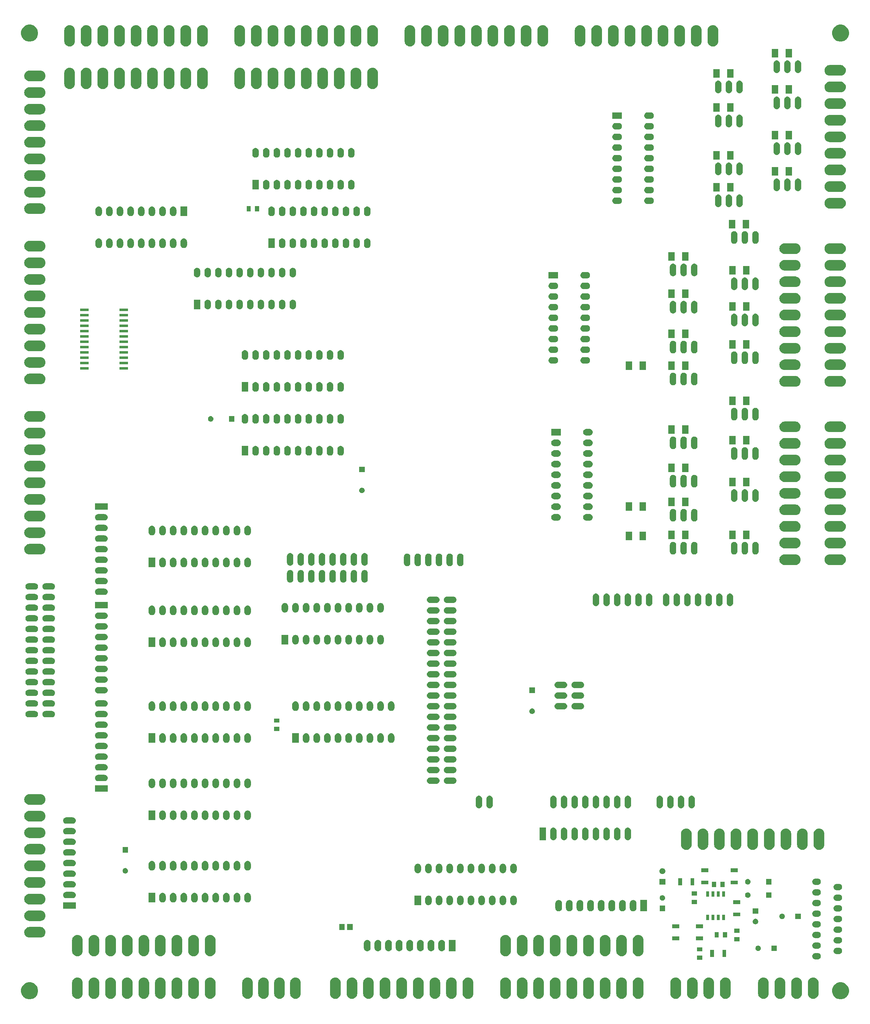
<source format=gbr>
G04 #@! TF.GenerationSoftware,KiCad,Pcbnew,5.0.2-bee76a0~70~ubuntu18.04.1*
G04 #@! TF.CreationDate,2019-03-31T15:41:12+02:00*
G04 #@! TF.ProjectId,APC,4150432e-6b69-4636-9164-5f7063625858,rev?*
G04 #@! TF.SameCoordinates,Original*
G04 #@! TF.FileFunction,Soldermask,Top*
G04 #@! TF.FilePolarity,Negative*
%FSLAX46Y46*%
G04 Gerber Fmt 4.6, Leading zero omitted, Abs format (unit mm)*
G04 Created by KiCad (PCBNEW 5.0.2-bee76a0~70~ubuntu18.04.1) date So 31 Mär 2019 15:41:12 CEST*
%MOMM*%
%LPD*%
G01*
G04 APERTURE LIST*
%ADD10C,0.150000*%
G04 APERTURE END LIST*
D10*
G36*
X214587712Y-245696088D02*
X214957510Y-245849263D01*
X214957513Y-245849265D01*
X215290325Y-246071643D01*
X215573357Y-246354675D01*
X215795735Y-246687487D01*
X215795737Y-246687490D01*
X215948912Y-247057288D01*
X216027000Y-247449864D01*
X216027000Y-247850136D01*
X215948912Y-248242712D01*
X215795737Y-248612510D01*
X215795735Y-248612513D01*
X215573357Y-248945325D01*
X215290325Y-249228357D01*
X214957513Y-249450735D01*
X214957510Y-249450737D01*
X214587712Y-249603912D01*
X214195136Y-249682000D01*
X213794864Y-249682000D01*
X213402288Y-249603912D01*
X213032490Y-249450737D01*
X213032487Y-249450735D01*
X212699675Y-249228357D01*
X212416643Y-248945325D01*
X212194265Y-248612513D01*
X212194263Y-248612510D01*
X212041088Y-248242712D01*
X211963000Y-247850136D01*
X211963000Y-247449864D01*
X212041088Y-247057288D01*
X212194263Y-246687490D01*
X212194265Y-246687487D01*
X212416643Y-246354675D01*
X212699675Y-246071643D01*
X213032487Y-245849265D01*
X213032490Y-245849263D01*
X213402288Y-245696088D01*
X213794864Y-245618000D01*
X214195136Y-245618000D01*
X214587712Y-245696088D01*
X214587712Y-245696088D01*
G37*
G36*
X20912712Y-245696088D02*
X21282510Y-245849263D01*
X21282513Y-245849265D01*
X21615325Y-246071643D01*
X21898357Y-246354675D01*
X22120735Y-246687487D01*
X22120737Y-246687490D01*
X22273912Y-247057288D01*
X22352000Y-247449864D01*
X22352000Y-247850136D01*
X22273912Y-248242712D01*
X22120737Y-248612510D01*
X22120735Y-248612513D01*
X21898357Y-248945325D01*
X21615325Y-249228357D01*
X21282513Y-249450735D01*
X21282510Y-249450737D01*
X20912712Y-249603912D01*
X20520136Y-249682000D01*
X20119864Y-249682000D01*
X19727288Y-249603912D01*
X19357490Y-249450737D01*
X19357487Y-249450735D01*
X19024675Y-249228357D01*
X18741643Y-248945325D01*
X18519265Y-248612513D01*
X18519263Y-248612510D01*
X18366088Y-248242712D01*
X18288000Y-247850136D01*
X18288000Y-247449864D01*
X18366088Y-247057288D01*
X18519263Y-246687490D01*
X18519265Y-246687487D01*
X18741643Y-246354675D01*
X19024675Y-246071643D01*
X19357487Y-245849265D01*
X19357490Y-245849263D01*
X19727288Y-245696088D01*
X20119864Y-245618000D01*
X20520136Y-245618000D01*
X20912712Y-245696088D01*
X20912712Y-245696088D01*
G37*
G36*
X158008364Y-244493376D02*
X158247758Y-244565996D01*
X158468387Y-244683924D01*
X158600655Y-244792474D01*
X158661770Y-244842630D01*
X158775461Y-244981162D01*
X158820478Y-245036015D01*
X158938404Y-245256641D01*
X159011024Y-245496035D01*
X159029400Y-245682616D01*
X159029400Y-248347384D01*
X159011024Y-248533965D01*
X158938404Y-248773359D01*
X158820476Y-248993988D01*
X158661770Y-249187370D01*
X158468388Y-249346076D01*
X158247759Y-249464004D01*
X158008365Y-249536624D01*
X157759400Y-249561144D01*
X157510436Y-249536624D01*
X157271042Y-249464004D01*
X157050413Y-249346076D01*
X156857031Y-249187370D01*
X156698325Y-248993988D01*
X156580397Y-248773359D01*
X156507777Y-248533965D01*
X156489401Y-248347384D01*
X156489400Y-245682617D01*
X156507776Y-245496036D01*
X156580396Y-245256642D01*
X156698324Y-245036013D01*
X156857028Y-244842633D01*
X156857030Y-244842630D01*
X156995562Y-244728939D01*
X157050415Y-244683922D01*
X157271041Y-244565996D01*
X157510435Y-244493376D01*
X157759400Y-244468856D01*
X158008364Y-244493376D01*
X158008364Y-244493376D01*
G37*
G36*
X117368364Y-244493376D02*
X117607758Y-244565996D01*
X117828387Y-244683924D01*
X117960655Y-244792474D01*
X118021770Y-244842630D01*
X118135461Y-244981162D01*
X118180478Y-245036015D01*
X118298404Y-245256641D01*
X118371024Y-245496035D01*
X118389400Y-245682616D01*
X118389400Y-248347384D01*
X118371024Y-248533965D01*
X118298404Y-248773359D01*
X118180476Y-248993988D01*
X118021770Y-249187370D01*
X117828388Y-249346076D01*
X117607759Y-249464004D01*
X117368365Y-249536624D01*
X117119400Y-249561144D01*
X116870436Y-249536624D01*
X116631042Y-249464004D01*
X116410413Y-249346076D01*
X116217031Y-249187370D01*
X116058325Y-248993988D01*
X115940397Y-248773359D01*
X115867777Y-248533965D01*
X115849401Y-248347384D01*
X115849400Y-245682617D01*
X115867776Y-245496036D01*
X115940396Y-245256642D01*
X116058324Y-245036013D01*
X116217028Y-244842633D01*
X116217030Y-244842630D01*
X116355562Y-244728939D01*
X116410415Y-244683922D01*
X116631041Y-244565996D01*
X116870435Y-244493376D01*
X117119400Y-244468856D01*
X117368364Y-244493376D01*
X117368364Y-244493376D01*
G37*
G36*
X113405964Y-244493376D02*
X113645358Y-244565996D01*
X113865987Y-244683924D01*
X113998255Y-244792474D01*
X114059370Y-244842630D01*
X114173061Y-244981162D01*
X114218078Y-245036015D01*
X114336004Y-245256641D01*
X114408624Y-245496035D01*
X114427000Y-245682616D01*
X114427000Y-248347384D01*
X114408624Y-248533965D01*
X114336004Y-248773359D01*
X114218076Y-248993988D01*
X114059370Y-249187370D01*
X113865988Y-249346076D01*
X113645359Y-249464004D01*
X113405965Y-249536624D01*
X113157000Y-249561144D01*
X112908036Y-249536624D01*
X112668642Y-249464004D01*
X112448013Y-249346076D01*
X112254631Y-249187370D01*
X112095925Y-248993988D01*
X111977997Y-248773359D01*
X111905377Y-248533965D01*
X111887001Y-248347384D01*
X111887000Y-245682617D01*
X111905376Y-245496036D01*
X111977996Y-245256642D01*
X112095924Y-245036013D01*
X112254628Y-244842633D01*
X112254630Y-244842630D01*
X112393162Y-244728939D01*
X112448015Y-244683922D01*
X112668641Y-244565996D01*
X112908035Y-244493376D01*
X113157000Y-244468856D01*
X113405964Y-244493376D01*
X113405964Y-244493376D01*
G37*
G36*
X109443564Y-244493376D02*
X109682958Y-244565996D01*
X109903587Y-244683924D01*
X110035855Y-244792474D01*
X110096970Y-244842630D01*
X110210661Y-244981162D01*
X110255678Y-245036015D01*
X110373604Y-245256641D01*
X110446224Y-245496035D01*
X110464600Y-245682616D01*
X110464600Y-248347384D01*
X110446224Y-248533965D01*
X110373604Y-248773359D01*
X110255676Y-248993988D01*
X110096970Y-249187370D01*
X109903588Y-249346076D01*
X109682959Y-249464004D01*
X109443565Y-249536624D01*
X109194600Y-249561144D01*
X108945636Y-249536624D01*
X108706242Y-249464004D01*
X108485613Y-249346076D01*
X108292231Y-249187370D01*
X108133525Y-248993988D01*
X108015597Y-248773359D01*
X107942977Y-248533965D01*
X107924601Y-248347384D01*
X107924600Y-245682617D01*
X107942976Y-245496036D01*
X108015596Y-245256642D01*
X108133524Y-245036013D01*
X108292228Y-244842633D01*
X108292230Y-244842630D01*
X108430762Y-244728939D01*
X108485615Y-244683922D01*
X108706241Y-244565996D01*
X108945635Y-244493376D01*
X109194600Y-244468856D01*
X109443564Y-244493376D01*
X109443564Y-244493376D01*
G37*
G36*
X105481164Y-244493376D02*
X105720558Y-244565996D01*
X105941187Y-244683924D01*
X106073455Y-244792474D01*
X106134570Y-244842630D01*
X106248261Y-244981162D01*
X106293278Y-245036015D01*
X106411204Y-245256641D01*
X106483824Y-245496035D01*
X106502200Y-245682616D01*
X106502200Y-248347384D01*
X106483824Y-248533965D01*
X106411204Y-248773359D01*
X106293276Y-248993988D01*
X106134570Y-249187370D01*
X105941188Y-249346076D01*
X105720559Y-249464004D01*
X105481165Y-249536624D01*
X105232200Y-249561144D01*
X104983236Y-249536624D01*
X104743842Y-249464004D01*
X104523213Y-249346076D01*
X104329831Y-249187370D01*
X104171125Y-248993988D01*
X104053197Y-248773359D01*
X103980577Y-248533965D01*
X103962201Y-248347384D01*
X103962200Y-245682617D01*
X103980576Y-245496036D01*
X104053196Y-245256642D01*
X104171124Y-245036013D01*
X104329828Y-244842633D01*
X104329830Y-244842630D01*
X104468362Y-244728939D01*
X104523215Y-244683922D01*
X104743841Y-244565996D01*
X104983235Y-244493376D01*
X105232200Y-244468856D01*
X105481164Y-244493376D01*
X105481164Y-244493376D01*
G37*
G36*
X93593964Y-244493376D02*
X93833358Y-244565996D01*
X94053987Y-244683924D01*
X94186255Y-244792474D01*
X94247370Y-244842630D01*
X94361061Y-244981162D01*
X94406078Y-245036015D01*
X94524004Y-245256641D01*
X94596624Y-245496035D01*
X94615000Y-245682616D01*
X94615000Y-248347384D01*
X94596624Y-248533965D01*
X94524004Y-248773359D01*
X94406076Y-248993988D01*
X94247370Y-249187370D01*
X94053988Y-249346076D01*
X93833359Y-249464004D01*
X93593965Y-249536624D01*
X93345000Y-249561144D01*
X93096036Y-249536624D01*
X92856642Y-249464004D01*
X92636013Y-249346076D01*
X92442631Y-249187370D01*
X92283925Y-248993988D01*
X92165997Y-248773359D01*
X92093377Y-248533965D01*
X92075001Y-248347384D01*
X92075000Y-245682617D01*
X92093376Y-245496036D01*
X92165996Y-245256642D01*
X92283924Y-245036013D01*
X92442628Y-244842633D01*
X92442630Y-244842630D01*
X92581162Y-244728939D01*
X92636015Y-244683922D01*
X92856641Y-244565996D01*
X93096035Y-244493376D01*
X93345000Y-244468856D01*
X93593964Y-244493376D01*
X93593964Y-244493376D01*
G37*
G36*
X97556364Y-244493376D02*
X97795758Y-244565996D01*
X98016387Y-244683924D01*
X98148655Y-244792474D01*
X98209770Y-244842630D01*
X98323461Y-244981162D01*
X98368478Y-245036015D01*
X98486404Y-245256641D01*
X98559024Y-245496035D01*
X98577400Y-245682616D01*
X98577400Y-248347384D01*
X98559024Y-248533965D01*
X98486404Y-248773359D01*
X98368476Y-248993988D01*
X98209770Y-249187370D01*
X98016388Y-249346076D01*
X97795759Y-249464004D01*
X97556365Y-249536624D01*
X97307400Y-249561144D01*
X97058436Y-249536624D01*
X96819042Y-249464004D01*
X96598413Y-249346076D01*
X96405031Y-249187370D01*
X96246325Y-248993988D01*
X96128397Y-248773359D01*
X96055777Y-248533965D01*
X96037401Y-248347384D01*
X96037400Y-245682617D01*
X96055776Y-245496036D01*
X96128396Y-245256642D01*
X96246324Y-245036013D01*
X96405028Y-244842633D01*
X96405030Y-244842630D01*
X96543562Y-244728939D01*
X96598415Y-244683922D01*
X96819041Y-244565996D01*
X97058435Y-244493376D01*
X97307400Y-244468856D01*
X97556364Y-244493376D01*
X97556364Y-244493376D01*
G37*
G36*
X101518764Y-244493376D02*
X101758158Y-244565996D01*
X101978787Y-244683924D01*
X102111055Y-244792474D01*
X102172170Y-244842630D01*
X102285861Y-244981162D01*
X102330878Y-245036015D01*
X102448804Y-245256641D01*
X102521424Y-245496035D01*
X102539800Y-245682616D01*
X102539800Y-248347384D01*
X102521424Y-248533965D01*
X102448804Y-248773359D01*
X102330876Y-248993988D01*
X102172170Y-249187370D01*
X101978788Y-249346076D01*
X101758159Y-249464004D01*
X101518765Y-249536624D01*
X101269800Y-249561144D01*
X101020836Y-249536624D01*
X100781442Y-249464004D01*
X100560813Y-249346076D01*
X100367431Y-249187370D01*
X100208725Y-248993988D01*
X100090797Y-248773359D01*
X100018177Y-248533965D01*
X99999801Y-248347384D01*
X99999800Y-245682617D01*
X100018176Y-245496036D01*
X100090796Y-245256642D01*
X100208724Y-245036013D01*
X100367428Y-244842633D01*
X100367430Y-244842630D01*
X100505962Y-244728939D01*
X100560815Y-244683922D01*
X100781441Y-244565996D01*
X101020835Y-244493376D01*
X101269800Y-244468856D01*
X101518764Y-244493376D01*
X101518764Y-244493376D01*
G37*
G36*
X165933164Y-244493376D02*
X166172558Y-244565996D01*
X166393187Y-244683924D01*
X166525455Y-244792474D01*
X166586570Y-244842630D01*
X166700261Y-244981162D01*
X166745278Y-245036015D01*
X166863204Y-245256641D01*
X166935824Y-245496035D01*
X166954200Y-245682616D01*
X166954200Y-248347384D01*
X166935824Y-248533965D01*
X166863204Y-248773359D01*
X166745276Y-248993988D01*
X166586570Y-249187370D01*
X166393188Y-249346076D01*
X166172559Y-249464004D01*
X165933165Y-249536624D01*
X165684200Y-249561144D01*
X165435236Y-249536624D01*
X165195842Y-249464004D01*
X164975213Y-249346076D01*
X164781831Y-249187370D01*
X164623125Y-248993988D01*
X164505197Y-248773359D01*
X164432577Y-248533965D01*
X164414201Y-248347384D01*
X164414200Y-245682617D01*
X164432576Y-245496036D01*
X164505196Y-245256642D01*
X164623124Y-245036013D01*
X164781828Y-244842633D01*
X164781830Y-244842630D01*
X164920362Y-244728939D01*
X164975215Y-244683922D01*
X165195841Y-244565996D01*
X165435235Y-244493376D01*
X165684200Y-244468856D01*
X165933164Y-244493376D01*
X165933164Y-244493376D01*
G37*
G36*
X76448964Y-244493376D02*
X76688358Y-244565996D01*
X76908987Y-244683924D01*
X77041255Y-244792474D01*
X77102370Y-244842630D01*
X77216061Y-244981162D01*
X77261078Y-245036015D01*
X77379004Y-245256641D01*
X77451624Y-245496035D01*
X77470000Y-245682616D01*
X77470000Y-248347384D01*
X77451624Y-248533965D01*
X77379004Y-248773359D01*
X77261076Y-248993988D01*
X77102370Y-249187370D01*
X76908988Y-249346076D01*
X76688359Y-249464004D01*
X76448965Y-249536624D01*
X76200000Y-249561144D01*
X75951036Y-249536624D01*
X75711642Y-249464004D01*
X75491013Y-249346076D01*
X75297631Y-249187370D01*
X75138925Y-248993988D01*
X75020997Y-248773359D01*
X74948377Y-248533965D01*
X74930001Y-248347384D01*
X74930000Y-245682617D01*
X74948376Y-245496036D01*
X75020996Y-245256642D01*
X75138924Y-245036013D01*
X75297628Y-244842633D01*
X75297630Y-244842630D01*
X75436162Y-244728939D01*
X75491015Y-244683922D01*
X75711641Y-244565996D01*
X75951035Y-244493376D01*
X76200000Y-244468856D01*
X76448964Y-244493376D01*
X76448964Y-244493376D01*
G37*
G36*
X51810964Y-244493376D02*
X52050358Y-244565996D01*
X52270987Y-244683924D01*
X52403255Y-244792474D01*
X52464370Y-244842630D01*
X52578061Y-244981162D01*
X52623078Y-245036015D01*
X52741004Y-245256641D01*
X52813624Y-245496035D01*
X52832000Y-245682616D01*
X52832000Y-248347384D01*
X52813624Y-248533965D01*
X52741004Y-248773359D01*
X52623076Y-248993988D01*
X52464370Y-249187370D01*
X52270988Y-249346076D01*
X52050359Y-249464004D01*
X51810965Y-249536624D01*
X51562000Y-249561144D01*
X51313036Y-249536624D01*
X51073642Y-249464004D01*
X50853013Y-249346076D01*
X50659631Y-249187370D01*
X50500925Y-248993988D01*
X50382997Y-248773359D01*
X50310377Y-248533965D01*
X50292001Y-248347384D01*
X50292000Y-245682617D01*
X50310376Y-245496036D01*
X50382996Y-245256642D01*
X50500924Y-245036013D01*
X50659628Y-244842633D01*
X50659630Y-244842630D01*
X50798162Y-244728939D01*
X50853015Y-244683922D01*
X51073641Y-244565996D01*
X51313035Y-244493376D01*
X51562000Y-244468856D01*
X51810964Y-244493376D01*
X51810964Y-244493376D01*
G37*
G36*
X154045964Y-244493376D02*
X154285358Y-244565996D01*
X154505987Y-244683924D01*
X154638255Y-244792474D01*
X154699370Y-244842630D01*
X154813061Y-244981162D01*
X154858078Y-245036015D01*
X154976004Y-245256641D01*
X155048624Y-245496035D01*
X155067000Y-245682616D01*
X155067000Y-248347384D01*
X155048624Y-248533965D01*
X154976004Y-248773359D01*
X154858076Y-248993988D01*
X154699370Y-249187370D01*
X154505988Y-249346076D01*
X154285359Y-249464004D01*
X154045965Y-249536624D01*
X153797000Y-249561144D01*
X153548036Y-249536624D01*
X153308642Y-249464004D01*
X153088013Y-249346076D01*
X152894631Y-249187370D01*
X152735925Y-248993988D01*
X152617997Y-248773359D01*
X152545377Y-248533965D01*
X152527001Y-248347384D01*
X152527000Y-245682617D01*
X152545376Y-245496036D01*
X152617996Y-245256642D01*
X152735924Y-245036013D01*
X152894628Y-244842633D01*
X152894630Y-244842630D01*
X153033162Y-244728939D01*
X153088015Y-244683922D01*
X153308641Y-244565996D01*
X153548035Y-244493376D01*
X153797000Y-244468856D01*
X154045964Y-244493376D01*
X154045964Y-244493376D01*
G37*
G36*
X150083564Y-244493376D02*
X150322958Y-244565996D01*
X150543587Y-244683924D01*
X150675855Y-244792474D01*
X150736970Y-244842630D01*
X150850661Y-244981162D01*
X150895678Y-245036015D01*
X151013604Y-245256641D01*
X151086224Y-245496035D01*
X151104600Y-245682616D01*
X151104600Y-248347384D01*
X151086224Y-248533965D01*
X151013604Y-248773359D01*
X150895676Y-248993988D01*
X150736970Y-249187370D01*
X150543588Y-249346076D01*
X150322959Y-249464004D01*
X150083565Y-249536624D01*
X149834600Y-249561144D01*
X149585636Y-249536624D01*
X149346242Y-249464004D01*
X149125613Y-249346076D01*
X148932231Y-249187370D01*
X148773525Y-248993988D01*
X148655597Y-248773359D01*
X148582977Y-248533965D01*
X148564601Y-248347384D01*
X148564600Y-245682617D01*
X148582976Y-245496036D01*
X148655596Y-245256642D01*
X148773524Y-245036013D01*
X148932228Y-244842633D01*
X148932230Y-244842630D01*
X149070762Y-244728939D01*
X149125615Y-244683922D01*
X149346241Y-244565996D01*
X149585635Y-244493376D01*
X149834600Y-244468856D01*
X150083564Y-244493376D01*
X150083564Y-244493376D01*
G37*
G36*
X146121164Y-244493376D02*
X146360558Y-244565996D01*
X146581187Y-244683924D01*
X146713455Y-244792474D01*
X146774570Y-244842630D01*
X146888261Y-244981162D01*
X146933278Y-245036015D01*
X147051204Y-245256641D01*
X147123824Y-245496035D01*
X147142200Y-245682616D01*
X147142200Y-248347384D01*
X147123824Y-248533965D01*
X147051204Y-248773359D01*
X146933276Y-248993988D01*
X146774570Y-249187370D01*
X146581188Y-249346076D01*
X146360559Y-249464004D01*
X146121165Y-249536624D01*
X145872200Y-249561144D01*
X145623236Y-249536624D01*
X145383842Y-249464004D01*
X145163213Y-249346076D01*
X144969831Y-249187370D01*
X144811125Y-248993988D01*
X144693197Y-248773359D01*
X144620577Y-248533965D01*
X144602201Y-248347384D01*
X144602200Y-245682617D01*
X144620576Y-245496036D01*
X144693196Y-245256642D01*
X144811124Y-245036013D01*
X144969828Y-244842633D01*
X144969830Y-244842630D01*
X145108362Y-244728939D01*
X145163215Y-244683922D01*
X145383841Y-244565996D01*
X145623235Y-244493376D01*
X145872200Y-244468856D01*
X146121164Y-244493376D01*
X146121164Y-244493376D01*
G37*
G36*
X134233964Y-244493376D02*
X134473358Y-244565996D01*
X134693987Y-244683924D01*
X134826255Y-244792474D01*
X134887370Y-244842630D01*
X135001061Y-244981162D01*
X135046078Y-245036015D01*
X135164004Y-245256641D01*
X135236624Y-245496035D01*
X135255000Y-245682616D01*
X135255000Y-248347384D01*
X135236624Y-248533965D01*
X135164004Y-248773359D01*
X135046076Y-248993988D01*
X134887370Y-249187370D01*
X134693988Y-249346076D01*
X134473359Y-249464004D01*
X134233965Y-249536624D01*
X133985000Y-249561144D01*
X133736036Y-249536624D01*
X133496642Y-249464004D01*
X133276013Y-249346076D01*
X133082631Y-249187370D01*
X132923925Y-248993988D01*
X132805997Y-248773359D01*
X132733377Y-248533965D01*
X132715001Y-248347384D01*
X132715000Y-245682617D01*
X132733376Y-245496036D01*
X132805996Y-245256642D01*
X132923924Y-245036013D01*
X133082628Y-244842633D01*
X133082630Y-244842630D01*
X133221162Y-244728939D01*
X133276015Y-244683922D01*
X133496641Y-244565996D01*
X133736035Y-244493376D01*
X133985000Y-244468856D01*
X134233964Y-244493376D01*
X134233964Y-244493376D01*
G37*
G36*
X138196364Y-244493376D02*
X138435758Y-244565996D01*
X138656387Y-244683924D01*
X138788655Y-244792474D01*
X138849770Y-244842630D01*
X138963461Y-244981162D01*
X139008478Y-245036015D01*
X139126404Y-245256641D01*
X139199024Y-245496035D01*
X139217400Y-245682616D01*
X139217400Y-248347384D01*
X139199024Y-248533965D01*
X139126404Y-248773359D01*
X139008476Y-248993988D01*
X138849770Y-249187370D01*
X138656388Y-249346076D01*
X138435759Y-249464004D01*
X138196365Y-249536624D01*
X137947400Y-249561144D01*
X137698436Y-249536624D01*
X137459042Y-249464004D01*
X137238413Y-249346076D01*
X137045031Y-249187370D01*
X136886325Y-248993988D01*
X136768397Y-248773359D01*
X136695777Y-248533965D01*
X136677401Y-248347384D01*
X136677400Y-245682617D01*
X136695776Y-245496036D01*
X136768396Y-245256642D01*
X136886324Y-245036013D01*
X137045028Y-244842633D01*
X137045030Y-244842630D01*
X137183562Y-244728939D01*
X137238415Y-244683922D01*
X137459041Y-244565996D01*
X137698435Y-244493376D01*
X137947400Y-244468856D01*
X138196364Y-244493376D01*
X138196364Y-244493376D01*
G37*
G36*
X142158764Y-244493376D02*
X142398158Y-244565996D01*
X142618787Y-244683924D01*
X142751055Y-244792474D01*
X142812170Y-244842630D01*
X142925861Y-244981162D01*
X142970878Y-245036015D01*
X143088804Y-245256641D01*
X143161424Y-245496035D01*
X143179800Y-245682616D01*
X143179800Y-248347384D01*
X143161424Y-248533965D01*
X143088804Y-248773359D01*
X142970876Y-248993988D01*
X142812170Y-249187370D01*
X142618788Y-249346076D01*
X142398159Y-249464004D01*
X142158765Y-249536624D01*
X141909800Y-249561144D01*
X141660836Y-249536624D01*
X141421442Y-249464004D01*
X141200813Y-249346076D01*
X141007431Y-249187370D01*
X140848725Y-248993988D01*
X140730797Y-248773359D01*
X140658177Y-248533965D01*
X140639801Y-248347384D01*
X140639800Y-245682617D01*
X140658176Y-245496036D01*
X140730796Y-245256642D01*
X140848724Y-245036013D01*
X141007428Y-244842633D01*
X141007430Y-244842630D01*
X141145962Y-244728939D01*
X141200815Y-244683922D01*
X141421441Y-244565996D01*
X141660835Y-244493376D01*
X141909800Y-244468856D01*
X142158764Y-244493376D01*
X142158764Y-244493376D01*
G37*
G36*
X63698164Y-244493376D02*
X63937558Y-244565996D01*
X64158187Y-244683924D01*
X64290455Y-244792474D01*
X64351570Y-244842630D01*
X64465261Y-244981162D01*
X64510278Y-245036015D01*
X64628204Y-245256641D01*
X64700824Y-245496035D01*
X64719200Y-245682616D01*
X64719200Y-248347384D01*
X64700824Y-248533965D01*
X64628204Y-248773359D01*
X64510276Y-248993988D01*
X64351570Y-249187370D01*
X64158188Y-249346076D01*
X63937559Y-249464004D01*
X63698165Y-249536624D01*
X63449200Y-249561144D01*
X63200236Y-249536624D01*
X62960842Y-249464004D01*
X62740213Y-249346076D01*
X62546831Y-249187370D01*
X62388125Y-248993988D01*
X62270197Y-248773359D01*
X62197577Y-248533965D01*
X62179201Y-248347384D01*
X62179200Y-245682617D01*
X62197576Y-245496036D01*
X62270196Y-245256642D01*
X62388124Y-245036013D01*
X62546828Y-244842633D01*
X62546830Y-244842630D01*
X62685362Y-244728939D01*
X62740215Y-244683922D01*
X62960841Y-244565996D01*
X63200235Y-244493376D01*
X63449200Y-244468856D01*
X63698164Y-244493376D01*
X63698164Y-244493376D01*
G37*
G36*
X59735764Y-244493376D02*
X59975158Y-244565996D01*
X60195787Y-244683924D01*
X60328055Y-244792474D01*
X60389170Y-244842630D01*
X60502861Y-244981162D01*
X60547878Y-245036015D01*
X60665804Y-245256641D01*
X60738424Y-245496035D01*
X60756800Y-245682616D01*
X60756800Y-248347384D01*
X60738424Y-248533965D01*
X60665804Y-248773359D01*
X60547876Y-248993988D01*
X60389170Y-249187370D01*
X60195788Y-249346076D01*
X59975159Y-249464004D01*
X59735765Y-249536624D01*
X59486800Y-249561144D01*
X59237836Y-249536624D01*
X58998442Y-249464004D01*
X58777813Y-249346076D01*
X58584431Y-249187370D01*
X58425725Y-248993988D01*
X58307797Y-248773359D01*
X58235177Y-248533965D01*
X58216801Y-248347384D01*
X58216800Y-245682617D01*
X58235176Y-245496036D01*
X58307796Y-245256642D01*
X58425724Y-245036013D01*
X58584428Y-244842633D01*
X58584430Y-244842630D01*
X58722962Y-244728939D01*
X58777815Y-244683922D01*
X58998441Y-244565996D01*
X59237835Y-244493376D01*
X59486800Y-244468856D01*
X59735764Y-244493376D01*
X59735764Y-244493376D01*
G37*
G36*
X207716164Y-244493376D02*
X207955558Y-244565996D01*
X208176187Y-244683924D01*
X208308455Y-244792474D01*
X208369570Y-244842630D01*
X208483261Y-244981162D01*
X208528278Y-245036015D01*
X208646204Y-245256641D01*
X208718824Y-245496035D01*
X208737200Y-245682616D01*
X208737200Y-248347384D01*
X208718824Y-248533965D01*
X208646204Y-248773359D01*
X208528276Y-248993988D01*
X208369570Y-249187370D01*
X208176188Y-249346076D01*
X207955559Y-249464004D01*
X207716165Y-249536624D01*
X207467200Y-249561144D01*
X207218236Y-249536624D01*
X206978842Y-249464004D01*
X206758213Y-249346076D01*
X206564831Y-249187370D01*
X206406125Y-248993988D01*
X206288197Y-248773359D01*
X206215577Y-248533965D01*
X206197201Y-248347384D01*
X206197200Y-245682617D01*
X206215576Y-245496036D01*
X206288196Y-245256642D01*
X206406124Y-245036013D01*
X206564828Y-244842633D01*
X206564830Y-244842630D01*
X206703362Y-244728939D01*
X206758215Y-244683922D01*
X206978841Y-244565996D01*
X207218235Y-244493376D01*
X207467200Y-244468856D01*
X207716164Y-244493376D01*
X207716164Y-244493376D01*
G37*
G36*
X80258964Y-244493376D02*
X80498358Y-244565996D01*
X80718987Y-244683924D01*
X80851255Y-244792474D01*
X80912370Y-244842630D01*
X81026061Y-244981162D01*
X81071078Y-245036015D01*
X81189004Y-245256641D01*
X81261624Y-245496035D01*
X81280000Y-245682616D01*
X81280000Y-248347384D01*
X81261624Y-248533965D01*
X81189004Y-248773359D01*
X81071076Y-248993988D01*
X80912370Y-249187370D01*
X80718988Y-249346076D01*
X80498359Y-249464004D01*
X80258965Y-249536624D01*
X80010000Y-249561144D01*
X79761036Y-249536624D01*
X79521642Y-249464004D01*
X79301013Y-249346076D01*
X79107631Y-249187370D01*
X78948925Y-248993988D01*
X78830997Y-248773359D01*
X78758377Y-248533965D01*
X78740001Y-248347384D01*
X78740000Y-245682617D01*
X78758376Y-245496036D01*
X78830996Y-245256642D01*
X78948924Y-245036013D01*
X79107628Y-244842633D01*
X79107630Y-244842630D01*
X79246162Y-244728939D01*
X79301015Y-244683922D01*
X79521641Y-244565996D01*
X79761035Y-244493376D01*
X80010000Y-244468856D01*
X80258964Y-244493376D01*
X80258964Y-244493376D01*
G37*
G36*
X47848564Y-244493376D02*
X48087958Y-244565996D01*
X48308587Y-244683924D01*
X48440855Y-244792474D01*
X48501970Y-244842630D01*
X48615661Y-244981162D01*
X48660678Y-245036015D01*
X48778604Y-245256641D01*
X48851224Y-245496035D01*
X48869600Y-245682616D01*
X48869600Y-248347384D01*
X48851224Y-248533965D01*
X48778604Y-248773359D01*
X48660676Y-248993988D01*
X48501970Y-249187370D01*
X48308588Y-249346076D01*
X48087959Y-249464004D01*
X47848565Y-249536624D01*
X47599600Y-249561144D01*
X47350636Y-249536624D01*
X47111242Y-249464004D01*
X46890613Y-249346076D01*
X46697231Y-249187370D01*
X46538525Y-248993988D01*
X46420597Y-248773359D01*
X46347977Y-248533965D01*
X46329601Y-248347384D01*
X46329600Y-245682617D01*
X46347976Y-245496036D01*
X46420596Y-245256642D01*
X46538524Y-245036013D01*
X46697228Y-244842633D01*
X46697230Y-244842630D01*
X46835762Y-244728939D01*
X46890615Y-244683922D01*
X47111241Y-244565996D01*
X47350635Y-244493376D01*
X47599600Y-244468856D01*
X47848564Y-244493376D01*
X47848564Y-244493376D01*
G37*
G36*
X43886164Y-244493376D02*
X44125558Y-244565996D01*
X44346187Y-244683924D01*
X44478455Y-244792474D01*
X44539570Y-244842630D01*
X44653261Y-244981162D01*
X44698278Y-245036015D01*
X44816204Y-245256641D01*
X44888824Y-245496035D01*
X44907200Y-245682616D01*
X44907200Y-248347384D01*
X44888824Y-248533965D01*
X44816204Y-248773359D01*
X44698276Y-248993988D01*
X44539570Y-249187370D01*
X44346188Y-249346076D01*
X44125559Y-249464004D01*
X43886165Y-249536624D01*
X43637200Y-249561144D01*
X43388236Y-249536624D01*
X43148842Y-249464004D01*
X42928213Y-249346076D01*
X42734831Y-249187370D01*
X42576125Y-248993988D01*
X42458197Y-248773359D01*
X42385577Y-248533965D01*
X42367201Y-248347384D01*
X42367200Y-245682617D01*
X42385576Y-245496036D01*
X42458196Y-245256642D01*
X42576124Y-245036013D01*
X42734828Y-244842633D01*
X42734830Y-244842630D01*
X42873362Y-244728939D01*
X42928215Y-244683922D01*
X43148841Y-244565996D01*
X43388235Y-244493376D01*
X43637200Y-244468856D01*
X43886164Y-244493376D01*
X43886164Y-244493376D01*
G37*
G36*
X31998964Y-244493376D02*
X32238358Y-244565996D01*
X32458987Y-244683924D01*
X32591255Y-244792474D01*
X32652370Y-244842630D01*
X32766061Y-244981162D01*
X32811078Y-245036015D01*
X32929004Y-245256641D01*
X33001624Y-245496035D01*
X33020000Y-245682616D01*
X33020000Y-248347384D01*
X33001624Y-248533965D01*
X32929004Y-248773359D01*
X32811076Y-248993988D01*
X32652370Y-249187370D01*
X32458988Y-249346076D01*
X32238359Y-249464004D01*
X31998965Y-249536624D01*
X31750000Y-249561144D01*
X31501036Y-249536624D01*
X31261642Y-249464004D01*
X31041013Y-249346076D01*
X30847631Y-249187370D01*
X30688925Y-248993988D01*
X30570997Y-248773359D01*
X30498377Y-248533965D01*
X30480001Y-248347384D01*
X30480000Y-245682617D01*
X30498376Y-245496036D01*
X30570996Y-245256642D01*
X30688924Y-245036013D01*
X30847628Y-244842633D01*
X30847630Y-244842630D01*
X30986162Y-244728939D01*
X31041015Y-244683922D01*
X31261641Y-244565996D01*
X31501035Y-244493376D01*
X31750000Y-244468856D01*
X31998964Y-244493376D01*
X31998964Y-244493376D01*
G37*
G36*
X35961364Y-244493376D02*
X36200758Y-244565996D01*
X36421387Y-244683924D01*
X36553655Y-244792474D01*
X36614770Y-244842630D01*
X36728461Y-244981162D01*
X36773478Y-245036015D01*
X36891404Y-245256641D01*
X36964024Y-245496035D01*
X36982400Y-245682616D01*
X36982400Y-248347384D01*
X36964024Y-248533965D01*
X36891404Y-248773359D01*
X36773476Y-248993988D01*
X36614770Y-249187370D01*
X36421388Y-249346076D01*
X36200759Y-249464004D01*
X35961365Y-249536624D01*
X35712400Y-249561144D01*
X35463436Y-249536624D01*
X35224042Y-249464004D01*
X35003413Y-249346076D01*
X34810031Y-249187370D01*
X34651325Y-248993988D01*
X34533397Y-248773359D01*
X34460777Y-248533965D01*
X34442401Y-248347384D01*
X34442400Y-245682617D01*
X34460776Y-245496036D01*
X34533396Y-245256642D01*
X34651324Y-245036013D01*
X34810028Y-244842633D01*
X34810030Y-244842630D01*
X34948562Y-244728939D01*
X35003415Y-244683922D01*
X35224041Y-244565996D01*
X35463435Y-244493376D01*
X35712400Y-244468856D01*
X35961364Y-244493376D01*
X35961364Y-244493376D01*
G37*
G36*
X39923764Y-244493376D02*
X40163158Y-244565996D01*
X40383787Y-244683924D01*
X40516055Y-244792474D01*
X40577170Y-244842630D01*
X40690861Y-244981162D01*
X40735878Y-245036015D01*
X40853804Y-245256641D01*
X40926424Y-245496035D01*
X40944800Y-245682616D01*
X40944800Y-248347384D01*
X40926424Y-248533965D01*
X40853804Y-248773359D01*
X40735876Y-248993988D01*
X40577170Y-249187370D01*
X40383788Y-249346076D01*
X40163159Y-249464004D01*
X39923765Y-249536624D01*
X39674800Y-249561144D01*
X39425836Y-249536624D01*
X39186442Y-249464004D01*
X38965813Y-249346076D01*
X38772431Y-249187370D01*
X38613725Y-248993988D01*
X38495797Y-248773359D01*
X38423177Y-248533965D01*
X38404801Y-248347384D01*
X38404800Y-245682617D01*
X38423176Y-245496036D01*
X38495796Y-245256642D01*
X38613724Y-245036013D01*
X38772428Y-244842633D01*
X38772430Y-244842630D01*
X38910962Y-244728939D01*
X38965815Y-244683922D01*
X39186441Y-244565996D01*
X39425835Y-244493376D01*
X39674800Y-244468856D01*
X39923764Y-244493376D01*
X39923764Y-244493376D01*
G37*
G36*
X186761164Y-244493376D02*
X187000558Y-244565996D01*
X187221187Y-244683924D01*
X187353455Y-244792474D01*
X187414570Y-244842630D01*
X187528261Y-244981162D01*
X187573278Y-245036015D01*
X187691204Y-245256641D01*
X187763824Y-245496035D01*
X187782200Y-245682616D01*
X187782200Y-248347384D01*
X187763824Y-248533965D01*
X187691204Y-248773359D01*
X187573276Y-248993988D01*
X187414570Y-249187370D01*
X187221188Y-249346076D01*
X187000559Y-249464004D01*
X186761165Y-249536624D01*
X186512200Y-249561144D01*
X186263236Y-249536624D01*
X186023842Y-249464004D01*
X185803213Y-249346076D01*
X185609831Y-249187370D01*
X185451125Y-248993988D01*
X185333197Y-248773359D01*
X185260577Y-248533965D01*
X185242201Y-248347384D01*
X185242200Y-245682617D01*
X185260576Y-245496036D01*
X185333196Y-245256642D01*
X185451124Y-245036013D01*
X185609828Y-244842633D01*
X185609830Y-244842630D01*
X185748362Y-244728939D01*
X185803215Y-244683922D01*
X186023841Y-244565996D01*
X186263235Y-244493376D01*
X186512200Y-244468856D01*
X186761164Y-244493376D01*
X186761164Y-244493376D01*
G37*
G36*
X174873964Y-244493376D02*
X175113358Y-244565996D01*
X175333987Y-244683924D01*
X175466255Y-244792474D01*
X175527370Y-244842630D01*
X175641061Y-244981162D01*
X175686078Y-245036015D01*
X175804004Y-245256641D01*
X175876624Y-245496035D01*
X175895000Y-245682616D01*
X175895000Y-248347384D01*
X175876624Y-248533965D01*
X175804004Y-248773359D01*
X175686076Y-248993988D01*
X175527370Y-249187370D01*
X175333988Y-249346076D01*
X175113359Y-249464004D01*
X174873965Y-249536624D01*
X174625000Y-249561144D01*
X174376036Y-249536624D01*
X174136642Y-249464004D01*
X173916013Y-249346076D01*
X173722631Y-249187370D01*
X173563925Y-248993988D01*
X173445997Y-248773359D01*
X173373377Y-248533965D01*
X173355001Y-248347384D01*
X173355000Y-245682617D01*
X173373376Y-245496036D01*
X173445996Y-245256642D01*
X173563924Y-245036013D01*
X173722628Y-244842633D01*
X173722630Y-244842630D01*
X173861162Y-244728939D01*
X173916015Y-244683922D01*
X174136641Y-244565996D01*
X174376035Y-244493376D01*
X174625000Y-244468856D01*
X174873964Y-244493376D01*
X174873964Y-244493376D01*
G37*
G36*
X178836364Y-244493376D02*
X179075758Y-244565996D01*
X179296387Y-244683924D01*
X179428655Y-244792474D01*
X179489770Y-244842630D01*
X179603461Y-244981162D01*
X179648478Y-245036015D01*
X179766404Y-245256641D01*
X179839024Y-245496035D01*
X179857400Y-245682616D01*
X179857400Y-248347384D01*
X179839024Y-248533965D01*
X179766404Y-248773359D01*
X179648476Y-248993988D01*
X179489770Y-249187370D01*
X179296388Y-249346076D01*
X179075759Y-249464004D01*
X178836365Y-249536624D01*
X178587400Y-249561144D01*
X178338436Y-249536624D01*
X178099042Y-249464004D01*
X177878413Y-249346076D01*
X177685031Y-249187370D01*
X177526325Y-248993988D01*
X177408397Y-248773359D01*
X177335777Y-248533965D01*
X177317401Y-248347384D01*
X177317400Y-245682617D01*
X177335776Y-245496036D01*
X177408396Y-245256642D01*
X177526324Y-245036013D01*
X177685028Y-244842633D01*
X177685030Y-244842630D01*
X177823562Y-244728939D01*
X177878415Y-244683922D01*
X178099041Y-244565996D01*
X178338435Y-244493376D01*
X178587400Y-244468856D01*
X178836364Y-244493376D01*
X178836364Y-244493376D01*
G37*
G36*
X182798764Y-244493376D02*
X183038158Y-244565996D01*
X183258787Y-244683924D01*
X183391055Y-244792474D01*
X183452170Y-244842630D01*
X183565861Y-244981162D01*
X183610878Y-245036015D01*
X183728804Y-245256641D01*
X183801424Y-245496035D01*
X183819800Y-245682616D01*
X183819800Y-248347384D01*
X183801424Y-248533965D01*
X183728804Y-248773359D01*
X183610876Y-248993988D01*
X183452170Y-249187370D01*
X183258788Y-249346076D01*
X183038159Y-249464004D01*
X182798765Y-249536624D01*
X182549800Y-249561144D01*
X182300836Y-249536624D01*
X182061442Y-249464004D01*
X181840813Y-249346076D01*
X181647431Y-249187370D01*
X181488725Y-248993988D01*
X181370797Y-248773359D01*
X181298177Y-248533965D01*
X181279801Y-248347384D01*
X181279800Y-245682617D01*
X181298176Y-245496036D01*
X181370796Y-245256642D01*
X181488724Y-245036013D01*
X181647428Y-244842633D01*
X181647430Y-244842630D01*
X181785962Y-244728939D01*
X181840815Y-244683922D01*
X182061441Y-244565996D01*
X182300835Y-244493376D01*
X182549800Y-244468856D01*
X182798764Y-244493376D01*
X182798764Y-244493376D01*
G37*
G36*
X195828964Y-244493376D02*
X196068358Y-244565996D01*
X196288987Y-244683924D01*
X196421255Y-244792474D01*
X196482370Y-244842630D01*
X196596061Y-244981162D01*
X196641078Y-245036015D01*
X196759004Y-245256641D01*
X196831624Y-245496035D01*
X196850000Y-245682616D01*
X196850000Y-248347384D01*
X196831624Y-248533965D01*
X196759004Y-248773359D01*
X196641076Y-248993988D01*
X196482370Y-249187370D01*
X196288988Y-249346076D01*
X196068359Y-249464004D01*
X195828965Y-249536624D01*
X195580000Y-249561144D01*
X195331036Y-249536624D01*
X195091642Y-249464004D01*
X194871013Y-249346076D01*
X194677631Y-249187370D01*
X194518925Y-248993988D01*
X194400997Y-248773359D01*
X194328377Y-248533965D01*
X194310001Y-248347384D01*
X194310000Y-245682617D01*
X194328376Y-245496036D01*
X194400996Y-245256642D01*
X194518924Y-245036013D01*
X194677628Y-244842633D01*
X194677630Y-244842630D01*
X194816162Y-244728939D01*
X194871015Y-244683922D01*
X195091641Y-244565996D01*
X195331035Y-244493376D01*
X195580000Y-244468856D01*
X195828964Y-244493376D01*
X195828964Y-244493376D01*
G37*
G36*
X199791364Y-244493376D02*
X200030758Y-244565996D01*
X200251387Y-244683924D01*
X200383655Y-244792474D01*
X200444770Y-244842630D01*
X200558461Y-244981162D01*
X200603478Y-245036015D01*
X200721404Y-245256641D01*
X200794024Y-245496035D01*
X200812400Y-245682616D01*
X200812400Y-248347384D01*
X200794024Y-248533965D01*
X200721404Y-248773359D01*
X200603476Y-248993988D01*
X200444770Y-249187370D01*
X200251388Y-249346076D01*
X200030759Y-249464004D01*
X199791365Y-249536624D01*
X199542400Y-249561144D01*
X199293436Y-249536624D01*
X199054042Y-249464004D01*
X198833413Y-249346076D01*
X198640031Y-249187370D01*
X198481325Y-248993988D01*
X198363397Y-248773359D01*
X198290777Y-248533965D01*
X198272401Y-248347384D01*
X198272400Y-245682617D01*
X198290776Y-245496036D01*
X198363396Y-245256642D01*
X198481324Y-245036013D01*
X198640028Y-244842633D01*
X198640030Y-244842630D01*
X198778562Y-244728939D01*
X198833415Y-244683922D01*
X199054041Y-244565996D01*
X199293435Y-244493376D01*
X199542400Y-244468856D01*
X199791364Y-244493376D01*
X199791364Y-244493376D01*
G37*
G36*
X203753764Y-244493376D02*
X203993158Y-244565996D01*
X204213787Y-244683924D01*
X204346055Y-244792474D01*
X204407170Y-244842630D01*
X204520861Y-244981162D01*
X204565878Y-245036015D01*
X204683804Y-245256641D01*
X204756424Y-245496035D01*
X204774800Y-245682616D01*
X204774800Y-248347384D01*
X204756424Y-248533965D01*
X204683804Y-248773359D01*
X204565876Y-248993988D01*
X204407170Y-249187370D01*
X204213788Y-249346076D01*
X203993159Y-249464004D01*
X203753765Y-249536624D01*
X203504800Y-249561144D01*
X203255836Y-249536624D01*
X203016442Y-249464004D01*
X202795813Y-249346076D01*
X202602431Y-249187370D01*
X202443725Y-248993988D01*
X202325797Y-248773359D01*
X202253177Y-248533965D01*
X202234801Y-248347384D01*
X202234800Y-245682617D01*
X202253176Y-245496036D01*
X202325796Y-245256642D01*
X202443724Y-245036013D01*
X202602428Y-244842633D01*
X202602430Y-244842630D01*
X202740962Y-244728939D01*
X202795815Y-244683922D01*
X203016441Y-244565996D01*
X203255835Y-244493376D01*
X203504800Y-244468856D01*
X203753764Y-244493376D01*
X203753764Y-244493376D01*
G37*
G36*
X161970764Y-244493376D02*
X162210158Y-244565996D01*
X162430787Y-244683924D01*
X162563055Y-244792474D01*
X162624170Y-244842630D01*
X162737861Y-244981162D01*
X162782878Y-245036015D01*
X162900804Y-245256641D01*
X162973424Y-245496035D01*
X162991800Y-245682616D01*
X162991800Y-248347384D01*
X162973424Y-248533965D01*
X162900804Y-248773359D01*
X162782876Y-248993988D01*
X162624170Y-249187370D01*
X162430788Y-249346076D01*
X162210159Y-249464004D01*
X161970765Y-249536624D01*
X161721800Y-249561144D01*
X161472836Y-249536624D01*
X161233442Y-249464004D01*
X161012813Y-249346076D01*
X160819431Y-249187370D01*
X160660725Y-248993988D01*
X160542797Y-248773359D01*
X160470177Y-248533965D01*
X160451801Y-248347384D01*
X160451800Y-245682617D01*
X160470176Y-245496036D01*
X160542796Y-245256642D01*
X160660724Y-245036013D01*
X160819428Y-244842633D01*
X160819430Y-244842630D01*
X160957962Y-244728939D01*
X161012815Y-244683922D01*
X161233441Y-244565996D01*
X161472835Y-244493376D01*
X161721800Y-244468856D01*
X161970764Y-244493376D01*
X161970764Y-244493376D01*
G37*
G36*
X84068964Y-244493376D02*
X84308358Y-244565996D01*
X84528987Y-244683924D01*
X84661255Y-244792474D01*
X84722370Y-244842630D01*
X84836061Y-244981162D01*
X84881078Y-245036015D01*
X84999004Y-245256641D01*
X85071624Y-245496035D01*
X85090000Y-245682616D01*
X85090000Y-248347384D01*
X85071624Y-248533965D01*
X84999004Y-248773359D01*
X84881076Y-248993988D01*
X84722370Y-249187370D01*
X84528988Y-249346076D01*
X84308359Y-249464004D01*
X84068965Y-249536624D01*
X83820000Y-249561144D01*
X83571036Y-249536624D01*
X83331642Y-249464004D01*
X83111013Y-249346076D01*
X82917631Y-249187370D01*
X82758925Y-248993988D01*
X82640997Y-248773359D01*
X82568377Y-248533965D01*
X82550001Y-248347384D01*
X82550000Y-245682617D01*
X82568376Y-245496036D01*
X82640996Y-245256642D01*
X82758924Y-245036013D01*
X82917628Y-244842633D01*
X82917630Y-244842630D01*
X83056162Y-244728939D01*
X83111015Y-244683922D01*
X83331641Y-244565996D01*
X83571035Y-244493376D01*
X83820000Y-244468856D01*
X84068964Y-244493376D01*
X84068964Y-244493376D01*
G37*
G36*
X72638964Y-244493376D02*
X72878358Y-244565996D01*
X73098987Y-244683924D01*
X73231255Y-244792474D01*
X73292370Y-244842630D01*
X73406061Y-244981162D01*
X73451078Y-245036015D01*
X73569004Y-245256641D01*
X73641624Y-245496035D01*
X73660000Y-245682616D01*
X73660000Y-248347384D01*
X73641624Y-248533965D01*
X73569004Y-248773359D01*
X73451076Y-248993988D01*
X73292370Y-249187370D01*
X73098988Y-249346076D01*
X72878359Y-249464004D01*
X72638965Y-249536624D01*
X72390000Y-249561144D01*
X72141036Y-249536624D01*
X71901642Y-249464004D01*
X71681013Y-249346076D01*
X71487631Y-249187370D01*
X71328925Y-248993988D01*
X71210997Y-248773359D01*
X71138377Y-248533965D01*
X71120001Y-248347384D01*
X71120000Y-245682617D01*
X71138376Y-245496036D01*
X71210996Y-245256642D01*
X71328924Y-245036013D01*
X71487628Y-244842633D01*
X71487630Y-244842630D01*
X71626162Y-244728939D01*
X71681015Y-244683922D01*
X71901641Y-244565996D01*
X72141035Y-244493376D01*
X72390000Y-244468856D01*
X72638964Y-244493376D01*
X72638964Y-244493376D01*
G37*
G36*
X125293164Y-244493376D02*
X125532558Y-244565996D01*
X125753187Y-244683924D01*
X125885455Y-244792474D01*
X125946570Y-244842630D01*
X126060261Y-244981162D01*
X126105278Y-245036015D01*
X126223204Y-245256641D01*
X126295824Y-245496035D01*
X126314200Y-245682616D01*
X126314200Y-248347384D01*
X126295824Y-248533965D01*
X126223204Y-248773359D01*
X126105276Y-248993988D01*
X125946570Y-249187370D01*
X125753188Y-249346076D01*
X125532559Y-249464004D01*
X125293165Y-249536624D01*
X125044200Y-249561144D01*
X124795236Y-249536624D01*
X124555842Y-249464004D01*
X124335213Y-249346076D01*
X124141831Y-249187370D01*
X123983125Y-248993988D01*
X123865197Y-248773359D01*
X123792577Y-248533965D01*
X123774201Y-248347384D01*
X123774200Y-245682617D01*
X123792576Y-245496036D01*
X123865196Y-245256642D01*
X123983124Y-245036013D01*
X124141828Y-244842633D01*
X124141830Y-244842630D01*
X124280362Y-244728939D01*
X124335215Y-244683922D01*
X124555841Y-244565996D01*
X124795235Y-244493376D01*
X125044200Y-244468856D01*
X125293164Y-244493376D01*
X125293164Y-244493376D01*
G37*
G36*
X121330764Y-244493376D02*
X121570158Y-244565996D01*
X121790787Y-244683924D01*
X121923055Y-244792474D01*
X121984170Y-244842630D01*
X122097861Y-244981162D01*
X122142878Y-245036015D01*
X122260804Y-245256641D01*
X122333424Y-245496035D01*
X122351800Y-245682616D01*
X122351800Y-248347384D01*
X122333424Y-248533965D01*
X122260804Y-248773359D01*
X122142876Y-248993988D01*
X121984170Y-249187370D01*
X121790788Y-249346076D01*
X121570159Y-249464004D01*
X121330765Y-249536624D01*
X121081800Y-249561144D01*
X120832836Y-249536624D01*
X120593442Y-249464004D01*
X120372813Y-249346076D01*
X120179431Y-249187370D01*
X120020725Y-248993988D01*
X119902797Y-248773359D01*
X119830177Y-248533965D01*
X119811801Y-248347384D01*
X119811800Y-245682617D01*
X119830176Y-245496036D01*
X119902796Y-245256642D01*
X120020724Y-245036013D01*
X120179428Y-244842633D01*
X120179430Y-244842630D01*
X120317962Y-244728939D01*
X120372815Y-244683922D01*
X120593441Y-244565996D01*
X120832835Y-244493376D01*
X121081800Y-244468856D01*
X121330764Y-244493376D01*
X121330764Y-244493376D01*
G37*
G36*
X55773364Y-244493376D02*
X56012758Y-244565996D01*
X56233387Y-244683924D01*
X56365655Y-244792474D01*
X56426770Y-244842630D01*
X56540461Y-244981162D01*
X56585478Y-245036015D01*
X56703404Y-245256641D01*
X56776024Y-245496035D01*
X56794400Y-245682616D01*
X56794400Y-248347384D01*
X56776024Y-248533965D01*
X56703404Y-248773359D01*
X56585476Y-248993988D01*
X56426770Y-249187370D01*
X56233388Y-249346076D01*
X56012759Y-249464004D01*
X55773365Y-249536624D01*
X55524400Y-249561144D01*
X55275436Y-249536624D01*
X55036042Y-249464004D01*
X54815413Y-249346076D01*
X54622031Y-249187370D01*
X54463325Y-248993988D01*
X54345397Y-248773359D01*
X54272777Y-248533965D01*
X54254401Y-248347384D01*
X54254400Y-245682617D01*
X54272776Y-245496036D01*
X54345396Y-245256642D01*
X54463324Y-245036013D01*
X54622028Y-244842633D01*
X54622030Y-244842630D01*
X54760562Y-244728939D01*
X54815415Y-244683922D01*
X55036041Y-244565996D01*
X55275435Y-244493376D01*
X55524400Y-244468856D01*
X55773364Y-244493376D01*
X55773364Y-244493376D01*
G37*
G36*
X180965000Y-240260000D02*
X179715000Y-240260000D01*
X179715000Y-239260000D01*
X180965000Y-239260000D01*
X180965000Y-240260000D01*
X180965000Y-240260000D01*
G37*
G36*
X208608743Y-238636675D02*
X208683378Y-238644026D01*
X208757207Y-238666422D01*
X208827016Y-238687598D01*
X208875299Y-238713406D01*
X208959392Y-238758355D01*
X209075422Y-238853578D01*
X209170645Y-238969608D01*
X209201519Y-239027370D01*
X209241402Y-239101984D01*
X209241402Y-239101985D01*
X209284974Y-239245622D01*
X209299686Y-239395000D01*
X209284974Y-239544378D01*
X209265068Y-239610000D01*
X209241402Y-239688016D01*
X209215594Y-239736299D01*
X209170645Y-239820392D01*
X209075422Y-239936422D01*
X208959392Y-240031645D01*
X208875299Y-240076594D01*
X208827016Y-240102402D01*
X208779136Y-240116926D01*
X208683378Y-240145974D01*
X208608743Y-240153325D01*
X208571427Y-240157000D01*
X207988573Y-240157000D01*
X207951257Y-240153325D01*
X207876622Y-240145974D01*
X207780864Y-240116926D01*
X207732984Y-240102402D01*
X207684701Y-240076594D01*
X207600608Y-240031645D01*
X207484578Y-239936422D01*
X207389355Y-239820392D01*
X207344406Y-239736299D01*
X207318598Y-239688016D01*
X207294932Y-239610000D01*
X207275026Y-239544378D01*
X207260314Y-239395000D01*
X207275026Y-239245622D01*
X207318598Y-239101985D01*
X207318598Y-239101984D01*
X207358481Y-239027370D01*
X207389355Y-238969608D01*
X207484578Y-238853578D01*
X207600608Y-238758355D01*
X207684701Y-238713406D01*
X207732984Y-238687598D01*
X207802793Y-238666422D01*
X207876622Y-238644026D01*
X207951257Y-238636675D01*
X207988573Y-238633000D01*
X208571427Y-238633000D01*
X208608743Y-238636675D01*
X208608743Y-238636675D01*
G37*
G36*
X186685000Y-239610000D02*
X185785000Y-239610000D01*
X185785000Y-237910000D01*
X186685000Y-237910000D01*
X186685000Y-239610000D01*
X186685000Y-239610000D01*
G37*
G36*
X183785000Y-239610000D02*
X182885000Y-239610000D01*
X182885000Y-237910000D01*
X183785000Y-237910000D01*
X183785000Y-239610000D01*
X183785000Y-239610000D01*
G37*
G36*
X59735764Y-234333376D02*
X59975158Y-234405996D01*
X60195787Y-234523924D01*
X60328055Y-234632474D01*
X60389170Y-234682630D01*
X60497804Y-234815000D01*
X60547878Y-234876015D01*
X60665804Y-235096641D01*
X60738424Y-235336035D01*
X60756800Y-235522616D01*
X60756800Y-238187384D01*
X60738424Y-238373965D01*
X60665804Y-238613359D01*
X60547876Y-238833988D01*
X60389170Y-239027370D01*
X60195788Y-239186076D01*
X59975159Y-239304004D01*
X59735765Y-239376624D01*
X59486800Y-239401144D01*
X59237836Y-239376624D01*
X58998442Y-239304004D01*
X58777813Y-239186076D01*
X58584431Y-239027370D01*
X58425725Y-238833988D01*
X58307797Y-238613359D01*
X58235177Y-238373965D01*
X58216801Y-238187384D01*
X58216800Y-235522617D01*
X58235176Y-235336036D01*
X58307796Y-235096642D01*
X58425724Y-234876013D01*
X58584428Y-234682633D01*
X58584430Y-234682630D01*
X58722962Y-234568939D01*
X58777815Y-234523922D01*
X58998441Y-234405996D01*
X59237835Y-234333376D01*
X59486800Y-234308856D01*
X59735764Y-234333376D01*
X59735764Y-234333376D01*
G37*
G36*
X55773364Y-234333376D02*
X56012758Y-234405996D01*
X56233387Y-234523924D01*
X56365655Y-234632474D01*
X56426770Y-234682630D01*
X56535404Y-234815000D01*
X56585478Y-234876015D01*
X56703404Y-235096641D01*
X56776024Y-235336035D01*
X56794400Y-235522616D01*
X56794400Y-238187384D01*
X56776024Y-238373965D01*
X56703404Y-238613359D01*
X56585476Y-238833988D01*
X56426770Y-239027370D01*
X56233388Y-239186076D01*
X56012759Y-239304004D01*
X55773365Y-239376624D01*
X55524400Y-239401144D01*
X55275436Y-239376624D01*
X55036042Y-239304004D01*
X54815413Y-239186076D01*
X54622031Y-239027370D01*
X54463325Y-238833988D01*
X54345397Y-238613359D01*
X54272777Y-238373965D01*
X54254401Y-238187384D01*
X54254400Y-235522617D01*
X54272776Y-235336036D01*
X54345396Y-235096642D01*
X54463324Y-234876013D01*
X54622028Y-234682633D01*
X54622030Y-234682630D01*
X54760562Y-234568939D01*
X54815415Y-234523922D01*
X55036041Y-234405996D01*
X55275435Y-234333376D01*
X55524400Y-234308856D01*
X55773364Y-234333376D01*
X55773364Y-234333376D01*
G37*
G36*
X51810964Y-234333376D02*
X52050358Y-234405996D01*
X52270987Y-234523924D01*
X52403255Y-234632474D01*
X52464370Y-234682630D01*
X52573004Y-234815000D01*
X52623078Y-234876015D01*
X52741004Y-235096641D01*
X52813624Y-235336035D01*
X52832000Y-235522616D01*
X52832000Y-238187384D01*
X52813624Y-238373965D01*
X52741004Y-238613359D01*
X52623076Y-238833988D01*
X52464370Y-239027370D01*
X52270988Y-239186076D01*
X52050359Y-239304004D01*
X51810965Y-239376624D01*
X51562000Y-239401144D01*
X51313036Y-239376624D01*
X51073642Y-239304004D01*
X50853013Y-239186076D01*
X50659631Y-239027370D01*
X50500925Y-238833988D01*
X50382997Y-238613359D01*
X50310377Y-238373965D01*
X50292001Y-238187384D01*
X50292000Y-235522617D01*
X50310376Y-235336036D01*
X50382996Y-235096642D01*
X50500924Y-234876013D01*
X50659628Y-234682633D01*
X50659630Y-234682630D01*
X50798162Y-234568939D01*
X50853015Y-234523922D01*
X51073641Y-234405996D01*
X51313035Y-234333376D01*
X51562000Y-234308856D01*
X51810964Y-234333376D01*
X51810964Y-234333376D01*
G37*
G36*
X47848564Y-234333376D02*
X48087958Y-234405996D01*
X48308587Y-234523924D01*
X48440855Y-234632474D01*
X48501970Y-234682630D01*
X48610604Y-234815000D01*
X48660678Y-234876015D01*
X48778604Y-235096641D01*
X48851224Y-235336035D01*
X48869600Y-235522616D01*
X48869600Y-238187384D01*
X48851224Y-238373965D01*
X48778604Y-238613359D01*
X48660676Y-238833988D01*
X48501970Y-239027370D01*
X48308588Y-239186076D01*
X48087959Y-239304004D01*
X47848565Y-239376624D01*
X47599600Y-239401144D01*
X47350636Y-239376624D01*
X47111242Y-239304004D01*
X46890613Y-239186076D01*
X46697231Y-239027370D01*
X46538525Y-238833988D01*
X46420597Y-238613359D01*
X46347977Y-238373965D01*
X46329601Y-238187384D01*
X46329600Y-235522617D01*
X46347976Y-235336036D01*
X46420596Y-235096642D01*
X46538524Y-234876013D01*
X46697228Y-234682633D01*
X46697230Y-234682630D01*
X46835762Y-234568939D01*
X46890615Y-234523922D01*
X47111241Y-234405996D01*
X47350635Y-234333376D01*
X47599600Y-234308856D01*
X47848564Y-234333376D01*
X47848564Y-234333376D01*
G37*
G36*
X43886164Y-234333376D02*
X44125558Y-234405996D01*
X44346187Y-234523924D01*
X44478455Y-234632474D01*
X44539570Y-234682630D01*
X44648204Y-234815000D01*
X44698278Y-234876015D01*
X44816204Y-235096641D01*
X44888824Y-235336035D01*
X44907200Y-235522616D01*
X44907200Y-238187384D01*
X44888824Y-238373965D01*
X44816204Y-238613359D01*
X44698276Y-238833988D01*
X44539570Y-239027370D01*
X44346188Y-239186076D01*
X44125559Y-239304004D01*
X43886165Y-239376624D01*
X43637200Y-239401144D01*
X43388236Y-239376624D01*
X43148842Y-239304004D01*
X42928213Y-239186076D01*
X42734831Y-239027370D01*
X42576125Y-238833988D01*
X42458197Y-238613359D01*
X42385577Y-238373965D01*
X42367201Y-238187384D01*
X42367200Y-235522617D01*
X42385576Y-235336036D01*
X42458196Y-235096642D01*
X42576124Y-234876013D01*
X42734828Y-234682633D01*
X42734830Y-234682630D01*
X42873362Y-234568939D01*
X42928215Y-234523922D01*
X43148841Y-234405996D01*
X43388235Y-234333376D01*
X43637200Y-234308856D01*
X43886164Y-234333376D01*
X43886164Y-234333376D01*
G37*
G36*
X39923764Y-234333376D02*
X40163158Y-234405996D01*
X40383787Y-234523924D01*
X40516055Y-234632474D01*
X40577170Y-234682630D01*
X40685804Y-234815000D01*
X40735878Y-234876015D01*
X40853804Y-235096641D01*
X40926424Y-235336035D01*
X40944800Y-235522616D01*
X40944800Y-238187384D01*
X40926424Y-238373965D01*
X40853804Y-238613359D01*
X40735876Y-238833988D01*
X40577170Y-239027370D01*
X40383788Y-239186076D01*
X40163159Y-239304004D01*
X39923765Y-239376624D01*
X39674800Y-239401144D01*
X39425836Y-239376624D01*
X39186442Y-239304004D01*
X38965813Y-239186076D01*
X38772431Y-239027370D01*
X38613725Y-238833988D01*
X38495797Y-238613359D01*
X38423177Y-238373965D01*
X38404801Y-238187384D01*
X38404800Y-235522617D01*
X38423176Y-235336036D01*
X38495796Y-235096642D01*
X38613724Y-234876013D01*
X38772428Y-234682633D01*
X38772430Y-234682630D01*
X38910962Y-234568939D01*
X38965815Y-234523922D01*
X39186441Y-234405996D01*
X39425835Y-234333376D01*
X39674800Y-234308856D01*
X39923764Y-234333376D01*
X39923764Y-234333376D01*
G37*
G36*
X35961364Y-234333376D02*
X36200758Y-234405996D01*
X36421387Y-234523924D01*
X36553655Y-234632474D01*
X36614770Y-234682630D01*
X36723404Y-234815000D01*
X36773478Y-234876015D01*
X36891404Y-235096641D01*
X36964024Y-235336035D01*
X36982400Y-235522616D01*
X36982400Y-238187384D01*
X36964024Y-238373965D01*
X36891404Y-238613359D01*
X36773476Y-238833988D01*
X36614770Y-239027370D01*
X36421388Y-239186076D01*
X36200759Y-239304004D01*
X35961365Y-239376624D01*
X35712400Y-239401144D01*
X35463436Y-239376624D01*
X35224042Y-239304004D01*
X35003413Y-239186076D01*
X34810031Y-239027370D01*
X34651325Y-238833988D01*
X34533397Y-238613359D01*
X34460777Y-238373965D01*
X34442401Y-238187384D01*
X34442400Y-235522617D01*
X34460776Y-235336036D01*
X34533396Y-235096642D01*
X34651324Y-234876013D01*
X34810028Y-234682633D01*
X34810030Y-234682630D01*
X34948562Y-234568939D01*
X35003415Y-234523922D01*
X35224041Y-234405996D01*
X35463435Y-234333376D01*
X35712400Y-234308856D01*
X35961364Y-234333376D01*
X35961364Y-234333376D01*
G37*
G36*
X142158764Y-234333376D02*
X142398158Y-234405996D01*
X142618787Y-234523924D01*
X142751055Y-234632474D01*
X142812170Y-234682630D01*
X142920804Y-234815000D01*
X142970878Y-234876015D01*
X143088804Y-235096641D01*
X143161424Y-235336035D01*
X143179800Y-235522616D01*
X143179800Y-238187384D01*
X143161424Y-238373965D01*
X143088804Y-238613359D01*
X142970876Y-238833988D01*
X142812170Y-239027370D01*
X142618788Y-239186076D01*
X142398159Y-239304004D01*
X142158765Y-239376624D01*
X141909800Y-239401144D01*
X141660836Y-239376624D01*
X141421442Y-239304004D01*
X141200813Y-239186076D01*
X141007431Y-239027370D01*
X140848725Y-238833988D01*
X140730797Y-238613359D01*
X140658177Y-238373965D01*
X140639801Y-238187384D01*
X140639800Y-235522617D01*
X140658176Y-235336036D01*
X140730796Y-235096642D01*
X140848724Y-234876013D01*
X141007428Y-234682633D01*
X141007430Y-234682630D01*
X141145962Y-234568939D01*
X141200815Y-234523922D01*
X141421441Y-234405996D01*
X141660835Y-234333376D01*
X141909800Y-234308856D01*
X142158764Y-234333376D01*
X142158764Y-234333376D01*
G37*
G36*
X31998964Y-234333376D02*
X32238358Y-234405996D01*
X32458987Y-234523924D01*
X32591255Y-234632474D01*
X32652370Y-234682630D01*
X32761004Y-234815000D01*
X32811078Y-234876015D01*
X32929004Y-235096641D01*
X33001624Y-235336035D01*
X33020000Y-235522616D01*
X33020000Y-238187384D01*
X33001624Y-238373965D01*
X32929004Y-238613359D01*
X32811076Y-238833988D01*
X32652370Y-239027370D01*
X32458988Y-239186076D01*
X32238359Y-239304004D01*
X31998965Y-239376624D01*
X31750000Y-239401144D01*
X31501036Y-239376624D01*
X31261642Y-239304004D01*
X31041013Y-239186076D01*
X30847631Y-239027370D01*
X30688925Y-238833988D01*
X30570997Y-238613359D01*
X30498377Y-238373965D01*
X30480001Y-238187384D01*
X30480000Y-235522617D01*
X30498376Y-235336036D01*
X30570996Y-235096642D01*
X30688924Y-234876013D01*
X30847628Y-234682633D01*
X30847630Y-234682630D01*
X30986162Y-234568939D01*
X31041015Y-234523922D01*
X31261641Y-234405996D01*
X31501035Y-234333376D01*
X31750000Y-234308856D01*
X31998964Y-234333376D01*
X31998964Y-234333376D01*
G37*
G36*
X165933164Y-234333376D02*
X166172558Y-234405996D01*
X166393187Y-234523924D01*
X166525455Y-234632474D01*
X166586570Y-234682630D01*
X166695204Y-234815000D01*
X166745278Y-234876015D01*
X166863204Y-235096641D01*
X166935824Y-235336035D01*
X166954200Y-235522616D01*
X166954200Y-238187384D01*
X166935824Y-238373965D01*
X166863204Y-238613359D01*
X166745276Y-238833988D01*
X166586570Y-239027370D01*
X166393188Y-239186076D01*
X166172559Y-239304004D01*
X165933165Y-239376624D01*
X165684200Y-239401144D01*
X165435236Y-239376624D01*
X165195842Y-239304004D01*
X164975213Y-239186076D01*
X164781831Y-239027370D01*
X164623125Y-238833988D01*
X164505197Y-238613359D01*
X164432577Y-238373965D01*
X164414201Y-238187384D01*
X164414200Y-235522617D01*
X164432576Y-235336036D01*
X164505196Y-235096642D01*
X164623124Y-234876013D01*
X164781828Y-234682633D01*
X164781830Y-234682630D01*
X164920362Y-234568939D01*
X164975215Y-234523922D01*
X165195841Y-234405996D01*
X165435235Y-234333376D01*
X165684200Y-234308856D01*
X165933164Y-234333376D01*
X165933164Y-234333376D01*
G37*
G36*
X63698164Y-234333376D02*
X63937558Y-234405996D01*
X64158187Y-234523924D01*
X64290455Y-234632474D01*
X64351570Y-234682630D01*
X64460204Y-234815000D01*
X64510278Y-234876015D01*
X64628204Y-235096641D01*
X64700824Y-235336035D01*
X64719200Y-235522616D01*
X64719200Y-238187384D01*
X64700824Y-238373965D01*
X64628204Y-238613359D01*
X64510276Y-238833988D01*
X64351570Y-239027370D01*
X64158188Y-239186076D01*
X63937559Y-239304004D01*
X63698165Y-239376624D01*
X63449200Y-239401144D01*
X63200236Y-239376624D01*
X62960842Y-239304004D01*
X62740213Y-239186076D01*
X62546831Y-239027370D01*
X62388125Y-238833988D01*
X62270197Y-238613359D01*
X62197577Y-238373965D01*
X62179201Y-238187384D01*
X62179200Y-235522617D01*
X62197576Y-235336036D01*
X62270196Y-235096642D01*
X62388124Y-234876013D01*
X62546828Y-234682633D01*
X62546830Y-234682630D01*
X62685362Y-234568939D01*
X62740215Y-234523922D01*
X62960841Y-234405996D01*
X63200235Y-234333376D01*
X63449200Y-234308856D01*
X63698164Y-234333376D01*
X63698164Y-234333376D01*
G37*
G36*
X138196364Y-234333376D02*
X138435758Y-234405996D01*
X138656387Y-234523924D01*
X138788655Y-234632474D01*
X138849770Y-234682630D01*
X138958404Y-234815000D01*
X139008478Y-234876015D01*
X139126404Y-235096641D01*
X139199024Y-235336035D01*
X139217400Y-235522616D01*
X139217400Y-238187384D01*
X139199024Y-238373965D01*
X139126404Y-238613359D01*
X139008476Y-238833988D01*
X138849770Y-239027370D01*
X138656388Y-239186076D01*
X138435759Y-239304004D01*
X138196365Y-239376624D01*
X137947400Y-239401144D01*
X137698436Y-239376624D01*
X137459042Y-239304004D01*
X137238413Y-239186076D01*
X137045031Y-239027370D01*
X136886325Y-238833988D01*
X136768397Y-238613359D01*
X136695777Y-238373965D01*
X136677401Y-238187384D01*
X136677400Y-235522617D01*
X136695776Y-235336036D01*
X136768396Y-235096642D01*
X136886324Y-234876013D01*
X137045028Y-234682633D01*
X137045030Y-234682630D01*
X137183562Y-234568939D01*
X137238415Y-234523922D01*
X137459041Y-234405996D01*
X137698435Y-234333376D01*
X137947400Y-234308856D01*
X138196364Y-234333376D01*
X138196364Y-234333376D01*
G37*
G36*
X158008364Y-234333376D02*
X158247758Y-234405996D01*
X158468387Y-234523924D01*
X158600655Y-234632474D01*
X158661770Y-234682630D01*
X158770404Y-234815000D01*
X158820478Y-234876015D01*
X158938404Y-235096641D01*
X159011024Y-235336035D01*
X159029400Y-235522616D01*
X159029400Y-238187384D01*
X159011024Y-238373965D01*
X158938404Y-238613359D01*
X158820476Y-238833988D01*
X158661770Y-239027370D01*
X158468388Y-239186076D01*
X158247759Y-239304004D01*
X158008365Y-239376624D01*
X157759400Y-239401144D01*
X157510436Y-239376624D01*
X157271042Y-239304004D01*
X157050413Y-239186076D01*
X156857031Y-239027370D01*
X156698325Y-238833988D01*
X156580397Y-238613359D01*
X156507777Y-238373965D01*
X156489401Y-238187384D01*
X156489400Y-235522617D01*
X156507776Y-235336036D01*
X156580396Y-235096642D01*
X156698324Y-234876013D01*
X156857028Y-234682633D01*
X156857030Y-234682630D01*
X156995562Y-234568939D01*
X157050415Y-234523922D01*
X157271041Y-234405996D01*
X157510435Y-234333376D01*
X157759400Y-234308856D01*
X158008364Y-234333376D01*
X158008364Y-234333376D01*
G37*
G36*
X154045964Y-234333376D02*
X154285358Y-234405996D01*
X154505987Y-234523924D01*
X154638255Y-234632474D01*
X154699370Y-234682630D01*
X154808004Y-234815000D01*
X154858078Y-234876015D01*
X154976004Y-235096641D01*
X155048624Y-235336035D01*
X155067000Y-235522616D01*
X155067000Y-238187384D01*
X155048624Y-238373965D01*
X154976004Y-238613359D01*
X154858076Y-238833988D01*
X154699370Y-239027370D01*
X154505988Y-239186076D01*
X154285359Y-239304004D01*
X154045965Y-239376624D01*
X153797000Y-239401144D01*
X153548036Y-239376624D01*
X153308642Y-239304004D01*
X153088013Y-239186076D01*
X152894631Y-239027370D01*
X152735925Y-238833988D01*
X152617997Y-238613359D01*
X152545377Y-238373965D01*
X152527001Y-238187384D01*
X152527000Y-235522617D01*
X152545376Y-235336036D01*
X152617996Y-235096642D01*
X152735924Y-234876013D01*
X152894628Y-234682633D01*
X152894630Y-234682630D01*
X153033162Y-234568939D01*
X153088015Y-234523922D01*
X153308641Y-234405996D01*
X153548035Y-234333376D01*
X153797000Y-234308856D01*
X154045964Y-234333376D01*
X154045964Y-234333376D01*
G37*
G36*
X146121164Y-234333376D02*
X146360558Y-234405996D01*
X146581187Y-234523924D01*
X146713455Y-234632474D01*
X146774570Y-234682630D01*
X146883204Y-234815000D01*
X146933278Y-234876015D01*
X147051204Y-235096641D01*
X147123824Y-235336035D01*
X147142200Y-235522616D01*
X147142200Y-238187384D01*
X147123824Y-238373965D01*
X147051204Y-238613359D01*
X146933276Y-238833988D01*
X146774570Y-239027370D01*
X146581188Y-239186076D01*
X146360559Y-239304004D01*
X146121165Y-239376624D01*
X145872200Y-239401144D01*
X145623236Y-239376624D01*
X145383842Y-239304004D01*
X145163213Y-239186076D01*
X144969831Y-239027370D01*
X144811125Y-238833988D01*
X144693197Y-238613359D01*
X144620577Y-238373965D01*
X144602201Y-238187384D01*
X144602200Y-235522617D01*
X144620576Y-235336036D01*
X144693196Y-235096642D01*
X144811124Y-234876013D01*
X144969828Y-234682633D01*
X144969830Y-234682630D01*
X145108362Y-234568939D01*
X145163215Y-234523922D01*
X145383841Y-234405996D01*
X145623235Y-234333376D01*
X145872200Y-234308856D01*
X146121164Y-234333376D01*
X146121164Y-234333376D01*
G37*
G36*
X134233964Y-234333376D02*
X134473358Y-234405996D01*
X134693987Y-234523924D01*
X134826255Y-234632474D01*
X134887370Y-234682630D01*
X134996004Y-234815000D01*
X135046078Y-234876015D01*
X135164004Y-235096641D01*
X135236624Y-235336035D01*
X135255000Y-235522616D01*
X135255000Y-238187384D01*
X135236624Y-238373965D01*
X135164004Y-238613359D01*
X135046076Y-238833988D01*
X134887370Y-239027370D01*
X134693988Y-239186076D01*
X134473359Y-239304004D01*
X134233965Y-239376624D01*
X133985000Y-239401144D01*
X133736036Y-239376624D01*
X133496642Y-239304004D01*
X133276013Y-239186076D01*
X133082631Y-239027370D01*
X132923925Y-238833988D01*
X132805997Y-238613359D01*
X132733377Y-238373965D01*
X132715001Y-238187384D01*
X132715000Y-235522617D01*
X132733376Y-235336036D01*
X132805996Y-235096642D01*
X132923924Y-234876013D01*
X133082628Y-234682633D01*
X133082630Y-234682630D01*
X133221162Y-234568939D01*
X133276015Y-234523922D01*
X133496641Y-234405996D01*
X133736035Y-234333376D01*
X133985000Y-234308856D01*
X134233964Y-234333376D01*
X134233964Y-234333376D01*
G37*
G36*
X161970764Y-234333376D02*
X162210158Y-234405996D01*
X162430787Y-234523924D01*
X162563055Y-234632474D01*
X162624170Y-234682630D01*
X162732804Y-234815000D01*
X162782878Y-234876015D01*
X162900804Y-235096641D01*
X162973424Y-235336035D01*
X162991800Y-235522616D01*
X162991800Y-238187384D01*
X162973424Y-238373965D01*
X162900804Y-238613359D01*
X162782876Y-238833988D01*
X162624170Y-239027370D01*
X162430788Y-239186076D01*
X162210159Y-239304004D01*
X161970765Y-239376624D01*
X161721800Y-239401144D01*
X161472836Y-239376624D01*
X161233442Y-239304004D01*
X161012813Y-239186076D01*
X160819431Y-239027370D01*
X160660725Y-238833988D01*
X160542797Y-238613359D01*
X160470177Y-238373965D01*
X160451801Y-238187384D01*
X160451800Y-235522617D01*
X160470176Y-235336036D01*
X160542796Y-235096642D01*
X160660724Y-234876013D01*
X160819428Y-234682633D01*
X160819430Y-234682630D01*
X160957962Y-234568939D01*
X161012815Y-234523922D01*
X161233441Y-234405996D01*
X161472835Y-234333376D01*
X161721800Y-234308856D01*
X161970764Y-234333376D01*
X161970764Y-234333376D01*
G37*
G36*
X150083564Y-234333376D02*
X150322958Y-234405996D01*
X150543587Y-234523924D01*
X150675855Y-234632474D01*
X150736970Y-234682630D01*
X150845604Y-234815000D01*
X150895678Y-234876015D01*
X151013604Y-235096641D01*
X151086224Y-235336035D01*
X151104600Y-235522616D01*
X151104600Y-238187384D01*
X151086224Y-238373965D01*
X151013604Y-238613359D01*
X150895676Y-238833988D01*
X150736970Y-239027370D01*
X150543588Y-239186076D01*
X150322959Y-239304004D01*
X150083565Y-239376624D01*
X149834600Y-239401144D01*
X149585636Y-239376624D01*
X149346242Y-239304004D01*
X149125613Y-239186076D01*
X148932231Y-239027370D01*
X148773525Y-238833988D01*
X148655597Y-238613359D01*
X148582977Y-238373965D01*
X148564601Y-238187384D01*
X148564600Y-235522617D01*
X148582976Y-235336036D01*
X148655596Y-235096642D01*
X148773524Y-234876013D01*
X148932228Y-234682633D01*
X148932230Y-234682630D01*
X149070762Y-234568939D01*
X149125615Y-234523922D01*
X149346241Y-234405996D01*
X149585635Y-234333376D01*
X149834600Y-234308856D01*
X150083564Y-234333376D01*
X150083564Y-234333376D01*
G37*
G36*
X213688743Y-237366675D02*
X213763378Y-237374026D01*
X213837207Y-237396422D01*
X213907016Y-237417598D01*
X213955299Y-237443406D01*
X214039392Y-237488355D01*
X214155422Y-237583578D01*
X214250645Y-237699608D01*
X214295594Y-237783701D01*
X214321402Y-237831984D01*
X214327354Y-237851605D01*
X214364974Y-237975622D01*
X214379686Y-238125000D01*
X214364974Y-238274378D01*
X214335926Y-238370136D01*
X214321402Y-238418016D01*
X214295594Y-238466299D01*
X214250645Y-238550392D01*
X214155422Y-238666422D01*
X214039392Y-238761645D01*
X213955299Y-238806594D01*
X213907016Y-238832402D01*
X213859136Y-238846926D01*
X213763378Y-238875974D01*
X213688743Y-238883325D01*
X213651427Y-238887000D01*
X213068573Y-238887000D01*
X213031257Y-238883325D01*
X212956622Y-238875974D01*
X212860864Y-238846926D01*
X212812984Y-238832402D01*
X212764701Y-238806594D01*
X212680608Y-238761645D01*
X212564578Y-238666422D01*
X212469355Y-238550392D01*
X212424406Y-238466299D01*
X212398598Y-238418016D01*
X212384074Y-238370136D01*
X212355026Y-238274378D01*
X212340314Y-238125000D01*
X212355026Y-237975622D01*
X212392646Y-237851605D01*
X212398598Y-237831984D01*
X212424406Y-237783701D01*
X212469355Y-237699608D01*
X212564578Y-237583578D01*
X212680608Y-237488355D01*
X212764701Y-237443406D01*
X212812984Y-237417598D01*
X212882793Y-237396422D01*
X212956622Y-237374026D01*
X213031257Y-237366675D01*
X213068573Y-237363000D01*
X213651427Y-237363000D01*
X213688743Y-237366675D01*
X213688743Y-237366675D01*
G37*
G36*
X180965000Y-238260000D02*
X179715000Y-238260000D01*
X179715000Y-237260000D01*
X180965000Y-237260000D01*
X180965000Y-238260000D01*
X180965000Y-238260000D01*
G37*
G36*
X108741827Y-235516576D02*
X108817228Y-235539449D01*
X108892629Y-235562321D01*
X109031608Y-235636608D01*
X109153422Y-235736578D01*
X109253392Y-235858392D01*
X109327679Y-235997371D01*
X109327679Y-235997372D01*
X109373250Y-236147598D01*
X109373424Y-236148174D01*
X109385000Y-236265705D01*
X109385000Y-237444295D01*
X109380336Y-237491645D01*
X109373424Y-237561827D01*
X109366826Y-237583578D01*
X109327679Y-237712629D01*
X109253392Y-237851608D01*
X109153425Y-237973419D01*
X109153423Y-237973420D01*
X109153422Y-237973422D01*
X109127265Y-237994888D01*
X109031604Y-238073394D01*
X108892628Y-238147679D01*
X108817227Y-238170551D01*
X108741826Y-238193424D01*
X108585000Y-238208870D01*
X108428173Y-238193424D01*
X108352772Y-238170551D01*
X108277371Y-238147679D01*
X108138392Y-238073392D01*
X108016581Y-237973425D01*
X108016580Y-237973423D01*
X108016578Y-237973422D01*
X107916607Y-237851605D01*
X107916606Y-237851604D01*
X107842321Y-237712628D01*
X107809968Y-237605974D01*
X107796576Y-237561826D01*
X107785000Y-237444292D01*
X107785001Y-236265707D01*
X107789665Y-236218357D01*
X107796577Y-236148174D01*
X107796752Y-236147598D01*
X107842322Y-235997372D01*
X107842322Y-235997371D01*
X107916609Y-235858392D01*
X108016579Y-235736578D01*
X108138393Y-235636608D01*
X108277372Y-235562321D01*
X108352773Y-235539449D01*
X108428174Y-235516576D01*
X108585000Y-235501130D01*
X108741827Y-235516576D01*
X108741827Y-235516576D01*
G37*
G36*
X111281827Y-235516576D02*
X111357228Y-235539449D01*
X111432629Y-235562321D01*
X111571608Y-235636608D01*
X111693422Y-235736578D01*
X111793392Y-235858392D01*
X111867679Y-235997371D01*
X111867679Y-235997372D01*
X111913250Y-236147598D01*
X111913424Y-236148174D01*
X111925000Y-236265705D01*
X111925000Y-237444295D01*
X111920336Y-237491645D01*
X111913424Y-237561827D01*
X111906826Y-237583578D01*
X111867679Y-237712629D01*
X111793392Y-237851608D01*
X111693425Y-237973419D01*
X111693423Y-237973420D01*
X111693422Y-237973422D01*
X111667265Y-237994888D01*
X111571604Y-238073394D01*
X111432628Y-238147679D01*
X111357227Y-238170551D01*
X111281826Y-238193424D01*
X111125000Y-238208870D01*
X110968173Y-238193424D01*
X110892772Y-238170551D01*
X110817371Y-238147679D01*
X110678392Y-238073392D01*
X110556581Y-237973425D01*
X110556580Y-237973423D01*
X110556578Y-237973422D01*
X110456607Y-237851605D01*
X110456606Y-237851604D01*
X110382321Y-237712628D01*
X110349968Y-237605974D01*
X110336576Y-237561826D01*
X110325000Y-237444292D01*
X110325001Y-236265707D01*
X110329665Y-236218357D01*
X110336577Y-236148174D01*
X110336752Y-236147598D01*
X110382322Y-235997372D01*
X110382322Y-235997371D01*
X110456609Y-235858392D01*
X110556579Y-235736578D01*
X110678393Y-235636608D01*
X110817372Y-235562321D01*
X110892773Y-235539449D01*
X110968174Y-235516576D01*
X111125000Y-235501130D01*
X111281827Y-235516576D01*
X111281827Y-235516576D01*
G37*
G36*
X113821827Y-235516576D02*
X113897228Y-235539449D01*
X113972629Y-235562321D01*
X114111608Y-235636608D01*
X114233422Y-235736578D01*
X114333392Y-235858392D01*
X114407679Y-235997371D01*
X114407679Y-235997372D01*
X114453250Y-236147598D01*
X114453424Y-236148174D01*
X114465000Y-236265705D01*
X114465000Y-237444295D01*
X114460336Y-237491645D01*
X114453424Y-237561827D01*
X114446826Y-237583578D01*
X114407679Y-237712629D01*
X114333392Y-237851608D01*
X114233425Y-237973419D01*
X114233423Y-237973420D01*
X114233422Y-237973422D01*
X114207265Y-237994888D01*
X114111604Y-238073394D01*
X113972628Y-238147679D01*
X113897227Y-238170551D01*
X113821826Y-238193424D01*
X113665000Y-238208870D01*
X113508173Y-238193424D01*
X113432772Y-238170551D01*
X113357371Y-238147679D01*
X113218392Y-238073392D01*
X113096581Y-237973425D01*
X113096580Y-237973423D01*
X113096578Y-237973422D01*
X112996607Y-237851605D01*
X112996606Y-237851604D01*
X112922321Y-237712628D01*
X112889968Y-237605974D01*
X112876576Y-237561826D01*
X112865000Y-237444292D01*
X112865001Y-236265707D01*
X112869665Y-236218357D01*
X112876577Y-236148174D01*
X112876752Y-236147598D01*
X112922322Y-235997372D01*
X112922322Y-235997371D01*
X112996609Y-235858392D01*
X113096579Y-235736578D01*
X113218393Y-235636608D01*
X113357372Y-235562321D01*
X113432773Y-235539449D01*
X113508174Y-235516576D01*
X113665000Y-235501130D01*
X113821827Y-235516576D01*
X113821827Y-235516576D01*
G37*
G36*
X116361827Y-235516576D02*
X116437228Y-235539449D01*
X116512629Y-235562321D01*
X116651608Y-235636608D01*
X116773422Y-235736578D01*
X116873392Y-235858392D01*
X116947679Y-235997371D01*
X116947679Y-235997372D01*
X116993250Y-236147598D01*
X116993424Y-236148174D01*
X117005000Y-236265705D01*
X117005000Y-237444295D01*
X117000336Y-237491645D01*
X116993424Y-237561827D01*
X116986826Y-237583578D01*
X116947679Y-237712629D01*
X116873392Y-237851608D01*
X116773425Y-237973419D01*
X116773423Y-237973420D01*
X116773422Y-237973422D01*
X116747265Y-237994888D01*
X116651604Y-238073394D01*
X116512628Y-238147679D01*
X116437227Y-238170551D01*
X116361826Y-238193424D01*
X116205000Y-238208870D01*
X116048173Y-238193424D01*
X115972772Y-238170551D01*
X115897371Y-238147679D01*
X115758392Y-238073392D01*
X115636581Y-237973425D01*
X115636580Y-237973423D01*
X115636578Y-237973422D01*
X115536607Y-237851605D01*
X115536606Y-237851604D01*
X115462321Y-237712628D01*
X115429968Y-237605974D01*
X115416576Y-237561826D01*
X115405000Y-237444292D01*
X115405001Y-236265707D01*
X115409665Y-236218357D01*
X115416577Y-236148174D01*
X115416752Y-236147598D01*
X115462322Y-235997372D01*
X115462322Y-235997371D01*
X115536609Y-235858392D01*
X115636579Y-235736578D01*
X115758393Y-235636608D01*
X115897372Y-235562321D01*
X115972773Y-235539449D01*
X116048174Y-235516576D01*
X116205000Y-235501130D01*
X116361827Y-235516576D01*
X116361827Y-235516576D01*
G37*
G36*
X118901827Y-235516576D02*
X118977228Y-235539449D01*
X119052629Y-235562321D01*
X119191608Y-235636608D01*
X119313422Y-235736578D01*
X119413392Y-235858392D01*
X119487679Y-235997371D01*
X119487679Y-235997372D01*
X119533250Y-236147598D01*
X119533424Y-236148174D01*
X119545000Y-236265705D01*
X119545000Y-237444295D01*
X119540336Y-237491645D01*
X119533424Y-237561827D01*
X119526826Y-237583578D01*
X119487679Y-237712629D01*
X119413392Y-237851608D01*
X119313425Y-237973419D01*
X119313423Y-237973420D01*
X119313422Y-237973422D01*
X119287265Y-237994888D01*
X119191604Y-238073394D01*
X119052628Y-238147679D01*
X118977227Y-238170551D01*
X118901826Y-238193424D01*
X118745000Y-238208870D01*
X118588173Y-238193424D01*
X118512772Y-238170551D01*
X118437371Y-238147679D01*
X118298392Y-238073392D01*
X118176581Y-237973425D01*
X118176580Y-237973423D01*
X118176578Y-237973422D01*
X118076607Y-237851605D01*
X118076606Y-237851604D01*
X118002321Y-237712628D01*
X117969968Y-237605974D01*
X117956576Y-237561826D01*
X117945000Y-237444292D01*
X117945001Y-236265707D01*
X117949665Y-236218357D01*
X117956577Y-236148174D01*
X117956752Y-236147598D01*
X118002322Y-235997372D01*
X118002322Y-235997371D01*
X118076609Y-235858392D01*
X118176579Y-235736578D01*
X118298393Y-235636608D01*
X118437372Y-235562321D01*
X118512773Y-235539449D01*
X118588174Y-235516576D01*
X118745000Y-235501130D01*
X118901827Y-235516576D01*
X118901827Y-235516576D01*
G37*
G36*
X106201827Y-235516576D02*
X106277228Y-235539449D01*
X106352629Y-235562321D01*
X106491608Y-235636608D01*
X106613422Y-235736578D01*
X106713392Y-235858392D01*
X106787679Y-235997371D01*
X106787679Y-235997372D01*
X106833250Y-236147598D01*
X106833424Y-236148174D01*
X106845000Y-236265705D01*
X106845000Y-237444295D01*
X106840336Y-237491645D01*
X106833424Y-237561827D01*
X106826826Y-237583578D01*
X106787679Y-237712629D01*
X106713392Y-237851608D01*
X106613425Y-237973419D01*
X106613423Y-237973420D01*
X106613422Y-237973422D01*
X106587265Y-237994888D01*
X106491604Y-238073394D01*
X106352628Y-238147679D01*
X106277227Y-238170551D01*
X106201826Y-238193424D01*
X106045000Y-238208870D01*
X105888173Y-238193424D01*
X105812772Y-238170551D01*
X105737371Y-238147679D01*
X105598392Y-238073392D01*
X105476581Y-237973425D01*
X105476580Y-237973423D01*
X105476578Y-237973422D01*
X105376607Y-237851605D01*
X105376606Y-237851604D01*
X105302321Y-237712628D01*
X105269968Y-237605974D01*
X105256576Y-237561826D01*
X105245000Y-237444292D01*
X105245001Y-236265707D01*
X105249665Y-236218357D01*
X105256577Y-236148174D01*
X105256752Y-236147598D01*
X105302322Y-235997372D01*
X105302322Y-235997371D01*
X105376609Y-235858392D01*
X105476579Y-235736578D01*
X105598393Y-235636608D01*
X105737372Y-235562321D01*
X105812773Y-235539449D01*
X105888174Y-235516576D01*
X106045000Y-235501130D01*
X106201827Y-235516576D01*
X106201827Y-235516576D01*
G37*
G36*
X103661827Y-235516576D02*
X103737228Y-235539449D01*
X103812629Y-235562321D01*
X103951608Y-235636608D01*
X104073422Y-235736578D01*
X104173392Y-235858392D01*
X104247679Y-235997371D01*
X104247679Y-235997372D01*
X104293250Y-236147598D01*
X104293424Y-236148174D01*
X104305000Y-236265705D01*
X104305000Y-237444295D01*
X104300336Y-237491645D01*
X104293424Y-237561827D01*
X104286826Y-237583578D01*
X104247679Y-237712629D01*
X104173392Y-237851608D01*
X104073425Y-237973419D01*
X104073423Y-237973420D01*
X104073422Y-237973422D01*
X104047265Y-237994888D01*
X103951604Y-238073394D01*
X103812628Y-238147679D01*
X103737227Y-238170551D01*
X103661826Y-238193424D01*
X103505000Y-238208870D01*
X103348173Y-238193424D01*
X103272772Y-238170551D01*
X103197371Y-238147679D01*
X103058392Y-238073392D01*
X102936581Y-237973425D01*
X102936580Y-237973423D01*
X102936578Y-237973422D01*
X102836607Y-237851605D01*
X102836606Y-237851604D01*
X102762321Y-237712628D01*
X102729968Y-237605974D01*
X102716576Y-237561826D01*
X102705000Y-237444292D01*
X102705001Y-236265707D01*
X102709665Y-236218357D01*
X102716577Y-236148174D01*
X102716752Y-236147598D01*
X102762322Y-235997372D01*
X102762322Y-235997371D01*
X102836609Y-235858392D01*
X102936579Y-235736578D01*
X103058393Y-235636608D01*
X103197372Y-235562321D01*
X103272773Y-235539449D01*
X103348174Y-235516576D01*
X103505000Y-235501130D01*
X103661827Y-235516576D01*
X103661827Y-235516576D01*
G37*
G36*
X101121827Y-235516576D02*
X101197228Y-235539449D01*
X101272629Y-235562321D01*
X101411608Y-235636608D01*
X101533422Y-235736578D01*
X101633392Y-235858392D01*
X101707679Y-235997371D01*
X101707679Y-235997372D01*
X101753250Y-236147598D01*
X101753424Y-236148174D01*
X101765000Y-236265705D01*
X101765000Y-237444295D01*
X101760336Y-237491645D01*
X101753424Y-237561827D01*
X101746826Y-237583578D01*
X101707679Y-237712629D01*
X101633392Y-237851608D01*
X101533425Y-237973419D01*
X101533423Y-237973420D01*
X101533422Y-237973422D01*
X101507265Y-237994888D01*
X101411604Y-238073394D01*
X101272628Y-238147679D01*
X101197227Y-238170551D01*
X101121826Y-238193424D01*
X100965000Y-238208870D01*
X100808173Y-238193424D01*
X100732772Y-238170551D01*
X100657371Y-238147679D01*
X100518392Y-238073392D01*
X100396581Y-237973425D01*
X100396580Y-237973423D01*
X100396578Y-237973422D01*
X100296607Y-237851605D01*
X100296606Y-237851604D01*
X100222321Y-237712628D01*
X100189968Y-237605974D01*
X100176576Y-237561826D01*
X100165000Y-237444292D01*
X100165001Y-236265707D01*
X100169665Y-236218357D01*
X100176577Y-236148174D01*
X100176752Y-236147598D01*
X100222322Y-235997372D01*
X100222322Y-235997371D01*
X100296609Y-235858392D01*
X100396579Y-235736578D01*
X100518393Y-235636608D01*
X100657372Y-235562321D01*
X100732773Y-235539449D01*
X100808174Y-235516576D01*
X100965000Y-235501130D01*
X101121827Y-235516576D01*
X101121827Y-235516576D01*
G37*
G36*
X122085000Y-238205000D02*
X120485000Y-238205000D01*
X120485000Y-235505000D01*
X122085000Y-235505000D01*
X122085000Y-238205000D01*
X122085000Y-238205000D01*
G37*
G36*
X198770000Y-238140000D02*
X197470000Y-238140000D01*
X197470000Y-236840000D01*
X198770000Y-236840000D01*
X198770000Y-238140000D01*
X198770000Y-238140000D01*
G37*
G36*
X194459430Y-236855000D02*
X194509598Y-236864979D01*
X194544245Y-236879330D01*
X194627890Y-236913977D01*
X194734354Y-236985114D01*
X194824886Y-237075646D01*
X194896023Y-237182110D01*
X194945021Y-237300403D01*
X194970000Y-237425979D01*
X194970000Y-237554021D01*
X194945021Y-237679597D01*
X194896023Y-237797890D01*
X194824886Y-237904354D01*
X194734354Y-237994886D01*
X194627890Y-238066023D01*
X194544245Y-238100670D01*
X194509598Y-238115021D01*
X194467738Y-238123347D01*
X194384021Y-238140000D01*
X194255979Y-238140000D01*
X194172262Y-238123347D01*
X194130402Y-238115021D01*
X194095755Y-238100670D01*
X194012110Y-238066023D01*
X193905646Y-237994886D01*
X193815114Y-237904354D01*
X193743977Y-237797890D01*
X193694979Y-237679597D01*
X193670000Y-237554021D01*
X193670000Y-237425979D01*
X193694979Y-237300403D01*
X193743977Y-237182110D01*
X193815114Y-237075646D01*
X193905646Y-236985114D01*
X194012110Y-236913977D01*
X194095755Y-236879330D01*
X194130402Y-236864979D01*
X194180570Y-236855000D01*
X194255979Y-236840000D01*
X194384021Y-236840000D01*
X194459430Y-236855000D01*
X194459430Y-236855000D01*
G37*
G36*
X208608743Y-236096675D02*
X208683378Y-236104026D01*
X208757207Y-236126422D01*
X208827016Y-236147598D01*
X208875299Y-236173406D01*
X208959392Y-236218355D01*
X209075422Y-236313578D01*
X209170645Y-236429608D01*
X209215594Y-236513701D01*
X209241402Y-236561984D01*
X209241402Y-236561985D01*
X209284974Y-236705622D01*
X209299686Y-236855000D01*
X209284974Y-237004378D01*
X209263355Y-237075646D01*
X209241402Y-237148016D01*
X209223178Y-237182110D01*
X209170645Y-237280392D01*
X209075422Y-237396422D01*
X208959392Y-237491645D01*
X208875299Y-237536594D01*
X208827016Y-237562402D01*
X208779136Y-237576926D01*
X208683378Y-237605974D01*
X208608743Y-237613325D01*
X208571427Y-237617000D01*
X207988573Y-237617000D01*
X207951257Y-237613325D01*
X207876622Y-237605974D01*
X207780864Y-237576926D01*
X207732984Y-237562402D01*
X207684701Y-237536594D01*
X207600608Y-237491645D01*
X207484578Y-237396422D01*
X207389355Y-237280392D01*
X207336822Y-237182110D01*
X207318598Y-237148016D01*
X207296645Y-237075646D01*
X207275026Y-237004378D01*
X207260314Y-236855000D01*
X207275026Y-236705622D01*
X207318598Y-236561985D01*
X207318598Y-236561984D01*
X207344406Y-236513701D01*
X207389355Y-236429608D01*
X207484578Y-236313578D01*
X207600608Y-236218355D01*
X207684701Y-236173406D01*
X207732984Y-236147598D01*
X207802793Y-236126422D01*
X207876622Y-236104026D01*
X207951257Y-236096675D01*
X207988573Y-236093000D01*
X208571427Y-236093000D01*
X208608743Y-236096675D01*
X208608743Y-236096675D01*
G37*
G36*
X213688743Y-234826675D02*
X213763378Y-234834026D01*
X213845719Y-234859004D01*
X213907016Y-234877598D01*
X213955299Y-234903406D01*
X214039392Y-234948355D01*
X214155422Y-235043578D01*
X214250645Y-235159608D01*
X214295594Y-235243701D01*
X214321402Y-235291984D01*
X214334765Y-235336036D01*
X214364974Y-235435622D01*
X214379686Y-235585000D01*
X214364974Y-235734378D01*
X214340517Y-235815000D01*
X214321402Y-235878016D01*
X214295594Y-235926299D01*
X214250645Y-236010392D01*
X214155422Y-236126422D01*
X214039392Y-236221645D01*
X213956962Y-236265705D01*
X213907016Y-236292402D01*
X213859136Y-236306926D01*
X213763378Y-236335974D01*
X213688743Y-236343325D01*
X213651427Y-236347000D01*
X213068573Y-236347000D01*
X213031257Y-236343325D01*
X212956622Y-236335974D01*
X212860864Y-236306926D01*
X212812984Y-236292402D01*
X212763038Y-236265705D01*
X212680608Y-236221645D01*
X212564578Y-236126422D01*
X212469355Y-236010392D01*
X212424406Y-235926299D01*
X212398598Y-235878016D01*
X212379483Y-235815000D01*
X212355026Y-235734378D01*
X212340314Y-235585000D01*
X212355026Y-235435622D01*
X212385235Y-235336036D01*
X212398598Y-235291984D01*
X212424406Y-235243701D01*
X212469355Y-235159608D01*
X212564578Y-235043578D01*
X212680608Y-234948355D01*
X212764701Y-234903406D01*
X212812984Y-234877598D01*
X212874281Y-234859004D01*
X212956622Y-234834026D01*
X213031257Y-234826675D01*
X213068573Y-234823000D01*
X213651427Y-234823000D01*
X213688743Y-234826675D01*
X213688743Y-234826675D01*
G37*
G36*
X189855000Y-235815000D02*
X188605000Y-235815000D01*
X188605000Y-234815000D01*
X189855000Y-234815000D01*
X189855000Y-235815000D01*
X189855000Y-235815000D01*
G37*
G36*
X175475000Y-235580000D02*
X173775000Y-235580000D01*
X173775000Y-234680000D01*
X175475000Y-234680000D01*
X175475000Y-235580000D01*
X175475000Y-235580000D01*
G37*
G36*
X181190000Y-235580000D02*
X179490000Y-235580000D01*
X179490000Y-234680000D01*
X181190000Y-234680000D01*
X181190000Y-235580000D01*
X181190000Y-235580000D01*
G37*
G36*
X208608743Y-233556675D02*
X208683378Y-233564026D01*
X208757207Y-233586422D01*
X208827016Y-233607598D01*
X208875299Y-233633406D01*
X208959392Y-233678355D01*
X209075422Y-233773578D01*
X209170645Y-233889608D01*
X209215594Y-233973701D01*
X209241402Y-234021984D01*
X209241402Y-234021985D01*
X209284974Y-234165622D01*
X209299686Y-234315000D01*
X209284974Y-234464378D01*
X209255926Y-234560136D01*
X209241402Y-234608016D01*
X209215594Y-234656299D01*
X209170645Y-234740392D01*
X209075422Y-234856422D01*
X208959392Y-234951645D01*
X208875299Y-234996594D01*
X208827016Y-235022402D01*
X208779136Y-235036926D01*
X208683378Y-235065974D01*
X208608743Y-235073325D01*
X208571427Y-235077000D01*
X207988573Y-235077000D01*
X207951257Y-235073325D01*
X207876622Y-235065974D01*
X207780864Y-235036926D01*
X207732984Y-235022402D01*
X207684701Y-234996594D01*
X207600608Y-234951645D01*
X207484578Y-234856422D01*
X207389355Y-234740392D01*
X207344406Y-234656299D01*
X207318598Y-234608016D01*
X207304074Y-234560136D01*
X207275026Y-234464378D01*
X207260314Y-234315000D01*
X207275026Y-234165622D01*
X207318598Y-234021985D01*
X207318598Y-234021984D01*
X207344406Y-233973701D01*
X207389355Y-233889608D01*
X207484578Y-233773578D01*
X207600608Y-233678355D01*
X207684701Y-233633406D01*
X207732984Y-233607598D01*
X207802793Y-233586422D01*
X207876622Y-233564026D01*
X207951257Y-233556675D01*
X207988573Y-233553000D01*
X208571427Y-233553000D01*
X208608743Y-233556675D01*
X208608743Y-233556675D01*
G37*
G36*
X23108965Y-232428376D02*
X23348359Y-232500996D01*
X23568988Y-232618924D01*
X23762370Y-232777630D01*
X23921076Y-232971012D01*
X24039004Y-233191641D01*
X24111624Y-233431035D01*
X24136144Y-233680000D01*
X24111624Y-233928965D01*
X24039004Y-234168359D01*
X23921076Y-234388988D01*
X23762370Y-234582370D01*
X23568988Y-234741076D01*
X23348359Y-234859004D01*
X23108965Y-234931624D01*
X22922384Y-234950000D01*
X20257616Y-234950000D01*
X20071035Y-234931624D01*
X19831641Y-234859004D01*
X19611012Y-234741076D01*
X19417630Y-234582370D01*
X19258924Y-234388988D01*
X19140996Y-234168359D01*
X19068376Y-233928965D01*
X19043856Y-233680000D01*
X19068376Y-233431035D01*
X19140996Y-233191641D01*
X19258924Y-232971012D01*
X19417630Y-232777630D01*
X19611012Y-232618924D01*
X19831641Y-232500996D01*
X20071035Y-232428376D01*
X20257616Y-232410000D01*
X22922384Y-232410000D01*
X23108965Y-232428376D01*
X23108965Y-232428376D01*
G37*
G36*
X184920000Y-234940000D02*
X183920000Y-234940000D01*
X183920000Y-233690000D01*
X184920000Y-233690000D01*
X184920000Y-234940000D01*
X184920000Y-234940000D01*
G37*
G36*
X186920000Y-234940000D02*
X185920000Y-234940000D01*
X185920000Y-233690000D01*
X186920000Y-233690000D01*
X186920000Y-234940000D01*
X186920000Y-234940000D01*
G37*
G36*
X189855000Y-233815000D02*
X188605000Y-233815000D01*
X188605000Y-232815000D01*
X189855000Y-232815000D01*
X189855000Y-233815000D01*
X189855000Y-233815000D01*
G37*
G36*
X213688743Y-232286675D02*
X213763378Y-232294026D01*
X213837207Y-232316422D01*
X213907016Y-232337598D01*
X213955299Y-232363406D01*
X214039392Y-232408355D01*
X214155422Y-232503578D01*
X214250645Y-232619608D01*
X214282925Y-232680000D01*
X214321402Y-232751984D01*
X214335926Y-232799864D01*
X214364974Y-232895622D01*
X214379686Y-233045000D01*
X214364974Y-233194378D01*
X214335926Y-233290136D01*
X214321402Y-233338016D01*
X214295594Y-233386299D01*
X214250645Y-233470392D01*
X214155422Y-233586422D01*
X214039392Y-233681645D01*
X213955299Y-233726594D01*
X213907016Y-233752402D01*
X213859136Y-233766926D01*
X213763378Y-233795974D01*
X213688743Y-233803325D01*
X213651427Y-233807000D01*
X213068573Y-233807000D01*
X213031257Y-233803325D01*
X212956622Y-233795974D01*
X212860864Y-233766926D01*
X212812984Y-233752402D01*
X212764701Y-233726594D01*
X212680608Y-233681645D01*
X212564578Y-233586422D01*
X212469355Y-233470392D01*
X212424406Y-233386299D01*
X212398598Y-233338016D01*
X212384074Y-233290136D01*
X212355026Y-233194378D01*
X212340314Y-233045000D01*
X212355026Y-232895622D01*
X212384074Y-232799864D01*
X212398598Y-232751984D01*
X212437075Y-232680000D01*
X212469355Y-232619608D01*
X212564578Y-232503578D01*
X212680608Y-232408355D01*
X212764701Y-232363406D01*
X212812984Y-232337598D01*
X212882793Y-232316422D01*
X212956622Y-232294026D01*
X213031257Y-232286675D01*
X213068573Y-232283000D01*
X213651427Y-232283000D01*
X213688743Y-232286675D01*
X213688743Y-232286675D01*
G37*
G36*
X95582740Y-233159300D02*
X94282260Y-233159300D01*
X94282260Y-231660700D01*
X95582740Y-231660700D01*
X95582740Y-233159300D01*
X95582740Y-233159300D01*
G37*
G36*
X97487740Y-233159300D02*
X96187260Y-233159300D01*
X96187260Y-231660700D01*
X97487740Y-231660700D01*
X97487740Y-233159300D01*
X97487740Y-233159300D01*
G37*
G36*
X181190000Y-232680000D02*
X179490000Y-232680000D01*
X179490000Y-231780000D01*
X181190000Y-231780000D01*
X181190000Y-232680000D01*
X181190000Y-232680000D01*
G37*
G36*
X175475000Y-232680000D02*
X173775000Y-232680000D01*
X173775000Y-231780000D01*
X175475000Y-231780000D01*
X175475000Y-232680000D01*
X175475000Y-232680000D01*
G37*
G36*
X208608743Y-231016675D02*
X208683378Y-231024026D01*
X208757207Y-231046422D01*
X208827016Y-231067598D01*
X208875299Y-231093406D01*
X208959392Y-231138355D01*
X209075422Y-231233578D01*
X209170645Y-231349608D01*
X209201797Y-231407890D01*
X209241402Y-231481984D01*
X209241402Y-231481985D01*
X209284974Y-231625622D01*
X209299686Y-231775000D01*
X209284974Y-231924378D01*
X209255926Y-232020136D01*
X209241402Y-232068016D01*
X209215594Y-232116299D01*
X209170645Y-232200392D01*
X209075422Y-232316422D01*
X208959392Y-232411645D01*
X208875299Y-232456594D01*
X208827016Y-232482402D01*
X208779136Y-232496926D01*
X208683378Y-232525974D01*
X208608743Y-232533325D01*
X208571427Y-232537000D01*
X207988573Y-232537000D01*
X207951257Y-232533325D01*
X207876622Y-232525974D01*
X207780864Y-232496926D01*
X207732984Y-232482402D01*
X207684701Y-232456594D01*
X207600608Y-232411645D01*
X207484578Y-232316422D01*
X207389355Y-232200392D01*
X207344406Y-232116299D01*
X207318598Y-232068016D01*
X207304074Y-232020136D01*
X207275026Y-231924378D01*
X207260314Y-231775000D01*
X207275026Y-231625622D01*
X207318598Y-231481985D01*
X207318598Y-231481984D01*
X207358203Y-231407890D01*
X207389355Y-231349608D01*
X207484578Y-231233578D01*
X207600608Y-231138355D01*
X207684701Y-231093406D01*
X207732984Y-231067598D01*
X207802793Y-231046422D01*
X207876622Y-231024026D01*
X207951257Y-231016675D01*
X207988573Y-231013000D01*
X208571427Y-231013000D01*
X208608743Y-231016675D01*
X208608743Y-231016675D01*
G37*
G36*
X193822738Y-230466653D02*
X193864598Y-230474979D01*
X193899245Y-230489330D01*
X193982890Y-230523977D01*
X194089354Y-230595114D01*
X194179886Y-230685646D01*
X194251023Y-230792110D01*
X194285670Y-230875755D01*
X194294306Y-230896604D01*
X194300021Y-230910403D01*
X194325000Y-231035979D01*
X194325000Y-231164021D01*
X194300021Y-231289597D01*
X194251023Y-231407890D01*
X194179886Y-231514354D01*
X194089354Y-231604886D01*
X193982890Y-231676023D01*
X193899245Y-231710670D01*
X193864598Y-231725021D01*
X193822738Y-231733347D01*
X193739021Y-231750000D01*
X193610979Y-231750000D01*
X193527262Y-231733347D01*
X193485402Y-231725021D01*
X193450755Y-231710670D01*
X193367110Y-231676023D01*
X193260646Y-231604886D01*
X193170114Y-231514354D01*
X193098977Y-231407890D01*
X193049979Y-231289597D01*
X193025000Y-231164021D01*
X193025000Y-231035979D01*
X193049979Y-230910403D01*
X193055695Y-230896604D01*
X193064330Y-230875755D01*
X193098977Y-230792110D01*
X193170114Y-230685646D01*
X193260646Y-230595114D01*
X193367110Y-230523977D01*
X193450755Y-230489330D01*
X193485402Y-230474979D01*
X193527262Y-230466653D01*
X193610979Y-230450000D01*
X193739021Y-230450000D01*
X193822738Y-230466653D01*
X193822738Y-230466653D01*
G37*
G36*
X213688743Y-229746675D02*
X213763378Y-229754026D01*
X213837207Y-229776422D01*
X213907016Y-229797598D01*
X213955299Y-229823406D01*
X214039392Y-229868355D01*
X214155422Y-229963578D01*
X214250645Y-230079608D01*
X214295594Y-230163701D01*
X214321402Y-230211984D01*
X214321402Y-230211985D01*
X214364974Y-230355622D01*
X214379686Y-230505000D01*
X214364974Y-230654378D01*
X214355489Y-230685646D01*
X214321402Y-230798016D01*
X214295594Y-230846299D01*
X214250645Y-230930392D01*
X214155422Y-231046422D01*
X214039392Y-231141645D01*
X213997529Y-231164021D01*
X213907016Y-231212402D01*
X213859136Y-231226926D01*
X213763378Y-231255974D01*
X213688743Y-231263325D01*
X213651427Y-231267000D01*
X213068573Y-231267000D01*
X213031257Y-231263325D01*
X212956622Y-231255974D01*
X212860864Y-231226926D01*
X212812984Y-231212402D01*
X212722471Y-231164021D01*
X212680608Y-231141645D01*
X212564578Y-231046422D01*
X212469355Y-230930392D01*
X212424406Y-230846299D01*
X212398598Y-230798016D01*
X212364511Y-230685646D01*
X212355026Y-230654378D01*
X212340314Y-230505000D01*
X212355026Y-230355622D01*
X212398598Y-230211985D01*
X212398598Y-230211984D01*
X212424406Y-230163701D01*
X212469355Y-230079608D01*
X212564578Y-229963578D01*
X212680608Y-229868355D01*
X212764701Y-229823406D01*
X212812984Y-229797598D01*
X212882793Y-229776422D01*
X212956622Y-229754026D01*
X213031257Y-229746675D01*
X213068573Y-229743000D01*
X213651427Y-229743000D01*
X213688743Y-229746675D01*
X213688743Y-229746675D01*
G37*
G36*
X23108965Y-228465976D02*
X23348359Y-228538596D01*
X23568988Y-228656524D01*
X23762370Y-228815230D01*
X23921076Y-229008612D01*
X24039004Y-229229241D01*
X24111624Y-229468635D01*
X24136144Y-229717600D01*
X24111624Y-229966565D01*
X24039004Y-230205959D01*
X23921076Y-230426588D01*
X23762370Y-230619970D01*
X23568988Y-230778676D01*
X23348359Y-230896604D01*
X23108965Y-230969224D01*
X22922384Y-230987600D01*
X20257616Y-230987600D01*
X20071035Y-230969224D01*
X19831641Y-230896604D01*
X19611012Y-230778676D01*
X19417630Y-230619970D01*
X19258924Y-230426588D01*
X19140996Y-230205959D01*
X19068376Y-229966565D01*
X19043856Y-229717600D01*
X19068376Y-229468635D01*
X19140996Y-229229241D01*
X19258924Y-229008612D01*
X19417630Y-228815230D01*
X19611012Y-228656524D01*
X19831641Y-228538596D01*
X20071035Y-228465976D01*
X20257616Y-228447600D01*
X22922384Y-228447600D01*
X23108965Y-228465976D01*
X23108965Y-228465976D01*
G37*
G36*
X185102500Y-230759000D02*
X184467500Y-230759000D01*
X184467500Y-229489000D01*
X185102500Y-229489000D01*
X185102500Y-230759000D01*
X185102500Y-230759000D01*
G37*
G36*
X183832500Y-230759000D02*
X183197500Y-230759000D01*
X183197500Y-229489000D01*
X183832500Y-229489000D01*
X183832500Y-230759000D01*
X183832500Y-230759000D01*
G37*
G36*
X182562500Y-230759000D02*
X181927500Y-230759000D01*
X181927500Y-229489000D01*
X182562500Y-229489000D01*
X182562500Y-230759000D01*
X182562500Y-230759000D01*
G37*
G36*
X186372500Y-230759000D02*
X185737500Y-230759000D01*
X185737500Y-229489000D01*
X186372500Y-229489000D01*
X186372500Y-230759000D01*
X186372500Y-230759000D01*
G37*
G36*
X200174430Y-229235000D02*
X200224598Y-229244979D01*
X200259245Y-229259330D01*
X200342890Y-229293977D01*
X200449354Y-229365114D01*
X200539886Y-229455646D01*
X200611023Y-229562110D01*
X200660021Y-229680403D01*
X200685000Y-229805979D01*
X200685000Y-229934021D01*
X200660021Y-230059597D01*
X200611023Y-230177890D01*
X200539886Y-230284354D01*
X200449354Y-230374886D01*
X200342890Y-230446023D01*
X200272983Y-230474979D01*
X200224598Y-230495021D01*
X200182738Y-230503347D01*
X200099021Y-230520000D01*
X199970979Y-230520000D01*
X199887262Y-230503347D01*
X199845402Y-230495021D01*
X199797017Y-230474979D01*
X199727110Y-230446023D01*
X199620646Y-230374886D01*
X199530114Y-230284354D01*
X199458977Y-230177890D01*
X199409979Y-230059597D01*
X199385000Y-229934021D01*
X199385000Y-229805979D01*
X199409979Y-229680403D01*
X199458977Y-229562110D01*
X199530114Y-229455646D01*
X199620646Y-229365114D01*
X199727110Y-229293977D01*
X199810755Y-229259330D01*
X199845402Y-229244979D01*
X199895570Y-229235000D01*
X199970979Y-229220000D01*
X200099021Y-229220000D01*
X200174430Y-229235000D01*
X200174430Y-229235000D01*
G37*
G36*
X204485000Y-230520000D02*
X203185000Y-230520000D01*
X203185000Y-229220000D01*
X204485000Y-229220000D01*
X204485000Y-230520000D01*
X204485000Y-230520000D01*
G37*
G36*
X208608743Y-228476675D02*
X208683378Y-228484026D01*
X208757207Y-228506422D01*
X208827016Y-228527598D01*
X208847591Y-228538596D01*
X208959392Y-228598355D01*
X209075422Y-228693578D01*
X209170645Y-228809608D01*
X209215594Y-228893701D01*
X209241402Y-228941984D01*
X209241402Y-228941985D01*
X209284974Y-229085622D01*
X209299686Y-229235000D01*
X209284974Y-229384378D01*
X209263355Y-229455646D01*
X209241402Y-229528016D01*
X209223178Y-229562110D01*
X209170645Y-229660392D01*
X209075422Y-229776422D01*
X208959392Y-229871645D01*
X208875299Y-229916594D01*
X208827016Y-229942402D01*
X208779136Y-229956926D01*
X208683378Y-229985974D01*
X208608743Y-229993325D01*
X208571427Y-229997000D01*
X207988573Y-229997000D01*
X207951257Y-229993325D01*
X207876622Y-229985974D01*
X207780864Y-229956926D01*
X207732984Y-229942402D01*
X207684701Y-229916594D01*
X207600608Y-229871645D01*
X207484578Y-229776422D01*
X207389355Y-229660392D01*
X207336822Y-229562110D01*
X207318598Y-229528016D01*
X207296645Y-229455646D01*
X207275026Y-229384378D01*
X207260314Y-229235000D01*
X207275026Y-229085622D01*
X207318598Y-228941985D01*
X207318598Y-228941984D01*
X207344406Y-228893701D01*
X207389355Y-228809608D01*
X207484578Y-228693578D01*
X207600608Y-228598355D01*
X207712409Y-228538596D01*
X207732984Y-228527598D01*
X207802793Y-228506422D01*
X207876622Y-228484026D01*
X207951257Y-228476675D01*
X207988573Y-228473000D01*
X208571427Y-228473000D01*
X208608743Y-228476675D01*
X208608743Y-228476675D01*
G37*
G36*
X190080000Y-229865000D02*
X188380000Y-229865000D01*
X188380000Y-228965000D01*
X190080000Y-228965000D01*
X190080000Y-229865000D01*
X190080000Y-229865000D01*
G37*
G36*
X194325000Y-229250000D02*
X193025000Y-229250000D01*
X193025000Y-227950000D01*
X194325000Y-227950000D01*
X194325000Y-229250000D01*
X194325000Y-229250000D01*
G37*
G36*
X213688743Y-227206675D02*
X213763378Y-227214026D01*
X213837207Y-227236422D01*
X213907016Y-227257598D01*
X213955299Y-227283406D01*
X214039392Y-227328355D01*
X214155422Y-227423578D01*
X214250645Y-227539608D01*
X214295594Y-227623701D01*
X214321402Y-227671984D01*
X214321402Y-227671985D01*
X214364974Y-227815622D01*
X214379686Y-227965000D01*
X214364974Y-228114378D01*
X214342754Y-228187627D01*
X214321402Y-228258016D01*
X214295594Y-228306299D01*
X214250645Y-228390392D01*
X214155422Y-228506422D01*
X214039392Y-228601645D01*
X213955299Y-228646594D01*
X213907016Y-228672402D01*
X213881968Y-228680000D01*
X213763378Y-228715974D01*
X213688743Y-228723325D01*
X213651427Y-228727000D01*
X213068573Y-228727000D01*
X213031257Y-228723325D01*
X212956622Y-228715974D01*
X212838032Y-228680000D01*
X212812984Y-228672402D01*
X212764701Y-228646594D01*
X212680608Y-228601645D01*
X212564578Y-228506422D01*
X212469355Y-228390392D01*
X212424406Y-228306299D01*
X212398598Y-228258016D01*
X212377246Y-228187627D01*
X212355026Y-228114378D01*
X212340314Y-227965000D01*
X212355026Y-227815622D01*
X212398598Y-227671985D01*
X212398598Y-227671984D01*
X212424406Y-227623701D01*
X212469355Y-227539608D01*
X212564578Y-227423578D01*
X212680608Y-227328355D01*
X212764701Y-227283406D01*
X212812984Y-227257598D01*
X212882793Y-227236422D01*
X212956622Y-227214026D01*
X213031257Y-227206675D01*
X213068573Y-227203000D01*
X213651427Y-227203000D01*
X213688743Y-227206675D01*
X213688743Y-227206675D01*
G37*
G36*
X162081827Y-225991576D02*
X162123327Y-226004165D01*
X162232629Y-226037321D01*
X162371608Y-226111608D01*
X162493422Y-226211578D01*
X162593392Y-226333392D01*
X162667679Y-226472371D01*
X162713424Y-226623174D01*
X162725000Y-226740705D01*
X162725000Y-227919295D01*
X162713424Y-228036826D01*
X162667679Y-228187629D01*
X162593392Y-228326608D01*
X162493425Y-228448419D01*
X162493423Y-228448420D01*
X162493422Y-228448422D01*
X162402059Y-228523400D01*
X162371604Y-228548394D01*
X162232628Y-228622679D01*
X162157226Y-228645552D01*
X162081826Y-228668424D01*
X161925000Y-228683870D01*
X161768173Y-228668424D01*
X161692773Y-228645552D01*
X161617371Y-228622679D01*
X161478392Y-228548392D01*
X161356581Y-228448425D01*
X161356580Y-228448423D01*
X161356578Y-228448422D01*
X161256607Y-228326605D01*
X161219945Y-228258016D01*
X161182321Y-228187628D01*
X161150616Y-228083110D01*
X161136576Y-228036826D01*
X161125000Y-227919292D01*
X161125001Y-226740707D01*
X161127200Y-226718385D01*
X161136577Y-226623174D01*
X161182322Y-226472371D01*
X161256609Y-226333392D01*
X161356579Y-226211578D01*
X161478393Y-226111608D01*
X161617372Y-226037321D01*
X161726674Y-226004165D01*
X161768174Y-225991576D01*
X161925000Y-225976130D01*
X162081827Y-225991576D01*
X162081827Y-225991576D01*
G37*
G36*
X151921827Y-225991576D02*
X151963327Y-226004165D01*
X152072629Y-226037321D01*
X152211608Y-226111608D01*
X152333422Y-226211578D01*
X152433392Y-226333392D01*
X152507679Y-226472371D01*
X152553424Y-226623174D01*
X152565000Y-226740705D01*
X152565000Y-227919295D01*
X152553424Y-228036826D01*
X152507679Y-228187629D01*
X152433392Y-228326608D01*
X152333425Y-228448419D01*
X152333423Y-228448420D01*
X152333422Y-228448422D01*
X152242059Y-228523400D01*
X152211604Y-228548394D01*
X152072628Y-228622679D01*
X151997226Y-228645552D01*
X151921826Y-228668424D01*
X151765000Y-228683870D01*
X151608173Y-228668424D01*
X151532773Y-228645552D01*
X151457371Y-228622679D01*
X151318392Y-228548392D01*
X151196581Y-228448425D01*
X151196580Y-228448423D01*
X151196578Y-228448422D01*
X151096607Y-228326605D01*
X151059945Y-228258016D01*
X151022321Y-228187628D01*
X150990616Y-228083110D01*
X150976576Y-228036826D01*
X150965000Y-227919292D01*
X150965001Y-226740707D01*
X150967200Y-226718385D01*
X150976577Y-226623174D01*
X151022322Y-226472371D01*
X151096609Y-226333392D01*
X151196579Y-226211578D01*
X151318393Y-226111608D01*
X151457372Y-226037321D01*
X151566674Y-226004165D01*
X151608174Y-225991576D01*
X151765000Y-225976130D01*
X151921827Y-225991576D01*
X151921827Y-225991576D01*
G37*
G36*
X157001827Y-225991576D02*
X157043327Y-226004165D01*
X157152629Y-226037321D01*
X157291608Y-226111608D01*
X157413422Y-226211578D01*
X157513392Y-226333392D01*
X157587679Y-226472371D01*
X157633424Y-226623174D01*
X157645000Y-226740705D01*
X157645000Y-227919295D01*
X157633424Y-228036826D01*
X157587679Y-228187629D01*
X157513392Y-228326608D01*
X157413425Y-228448419D01*
X157413423Y-228448420D01*
X157413422Y-228448422D01*
X157322059Y-228523400D01*
X157291604Y-228548394D01*
X157152628Y-228622679D01*
X157077226Y-228645552D01*
X157001826Y-228668424D01*
X156845000Y-228683870D01*
X156688173Y-228668424D01*
X156612773Y-228645552D01*
X156537371Y-228622679D01*
X156398392Y-228548392D01*
X156276581Y-228448425D01*
X156276580Y-228448423D01*
X156276578Y-228448422D01*
X156176607Y-228326605D01*
X156139945Y-228258016D01*
X156102321Y-228187628D01*
X156070616Y-228083110D01*
X156056576Y-228036826D01*
X156045000Y-227919292D01*
X156045001Y-226740707D01*
X156047200Y-226718385D01*
X156056577Y-226623174D01*
X156102322Y-226472371D01*
X156176609Y-226333392D01*
X156276579Y-226211578D01*
X156398393Y-226111608D01*
X156537372Y-226037321D01*
X156646674Y-226004165D01*
X156688174Y-225991576D01*
X156845000Y-225976130D01*
X157001827Y-225991576D01*
X157001827Y-225991576D01*
G37*
G36*
X149381827Y-225991576D02*
X149423327Y-226004165D01*
X149532629Y-226037321D01*
X149671608Y-226111608D01*
X149793422Y-226211578D01*
X149893392Y-226333392D01*
X149967679Y-226472371D01*
X150013424Y-226623174D01*
X150025000Y-226740705D01*
X150025000Y-227919295D01*
X150013424Y-228036826D01*
X149967679Y-228187629D01*
X149893392Y-228326608D01*
X149793425Y-228448419D01*
X149793423Y-228448420D01*
X149793422Y-228448422D01*
X149702059Y-228523400D01*
X149671604Y-228548394D01*
X149532628Y-228622679D01*
X149457226Y-228645552D01*
X149381826Y-228668424D01*
X149225000Y-228683870D01*
X149068173Y-228668424D01*
X148992773Y-228645552D01*
X148917371Y-228622679D01*
X148778392Y-228548392D01*
X148656581Y-228448425D01*
X148656580Y-228448423D01*
X148656578Y-228448422D01*
X148556607Y-228326605D01*
X148519945Y-228258016D01*
X148482321Y-228187628D01*
X148450616Y-228083110D01*
X148436576Y-228036826D01*
X148425000Y-227919292D01*
X148425001Y-226740707D01*
X148427200Y-226718385D01*
X148436577Y-226623174D01*
X148482322Y-226472371D01*
X148556609Y-226333392D01*
X148656579Y-226211578D01*
X148778393Y-226111608D01*
X148917372Y-226037321D01*
X149026674Y-226004165D01*
X149068174Y-225991576D01*
X149225000Y-225976130D01*
X149381827Y-225991576D01*
X149381827Y-225991576D01*
G37*
G36*
X159541827Y-225991576D02*
X159583327Y-226004165D01*
X159692629Y-226037321D01*
X159831608Y-226111608D01*
X159953422Y-226211578D01*
X160053392Y-226333392D01*
X160127679Y-226472371D01*
X160173424Y-226623174D01*
X160185000Y-226740705D01*
X160185000Y-227919295D01*
X160173424Y-228036826D01*
X160127679Y-228187629D01*
X160053392Y-228326608D01*
X159953425Y-228448419D01*
X159953423Y-228448420D01*
X159953422Y-228448422D01*
X159862059Y-228523400D01*
X159831604Y-228548394D01*
X159692628Y-228622679D01*
X159617226Y-228645552D01*
X159541826Y-228668424D01*
X159385000Y-228683870D01*
X159228173Y-228668424D01*
X159152773Y-228645552D01*
X159077371Y-228622679D01*
X158938392Y-228548392D01*
X158816581Y-228448425D01*
X158816580Y-228448423D01*
X158816578Y-228448422D01*
X158716607Y-228326605D01*
X158679945Y-228258016D01*
X158642321Y-228187628D01*
X158610616Y-228083110D01*
X158596576Y-228036826D01*
X158585000Y-227919292D01*
X158585001Y-226740707D01*
X158587200Y-226718385D01*
X158596577Y-226623174D01*
X158642322Y-226472371D01*
X158716609Y-226333392D01*
X158816579Y-226211578D01*
X158938393Y-226111608D01*
X159077372Y-226037321D01*
X159186674Y-226004165D01*
X159228174Y-225991576D01*
X159385000Y-225976130D01*
X159541827Y-225991576D01*
X159541827Y-225991576D01*
G37*
G36*
X146841827Y-225991576D02*
X146883327Y-226004165D01*
X146992629Y-226037321D01*
X147131608Y-226111608D01*
X147253422Y-226211578D01*
X147353392Y-226333392D01*
X147427679Y-226472371D01*
X147473424Y-226623174D01*
X147485000Y-226740705D01*
X147485000Y-227919295D01*
X147473424Y-228036826D01*
X147427679Y-228187629D01*
X147353392Y-228326608D01*
X147253425Y-228448419D01*
X147253423Y-228448420D01*
X147253422Y-228448422D01*
X147162059Y-228523400D01*
X147131604Y-228548394D01*
X146992628Y-228622679D01*
X146917226Y-228645552D01*
X146841826Y-228668424D01*
X146685000Y-228683870D01*
X146528173Y-228668424D01*
X146452773Y-228645552D01*
X146377371Y-228622679D01*
X146238392Y-228548392D01*
X146116581Y-228448425D01*
X146116580Y-228448423D01*
X146116578Y-228448422D01*
X146016607Y-228326605D01*
X145979945Y-228258016D01*
X145942321Y-228187628D01*
X145910616Y-228083110D01*
X145896576Y-228036826D01*
X145885000Y-227919292D01*
X145885001Y-226740707D01*
X145887200Y-226718385D01*
X145896577Y-226623174D01*
X145942322Y-226472371D01*
X146016609Y-226333392D01*
X146116579Y-226211578D01*
X146238393Y-226111608D01*
X146377372Y-226037321D01*
X146486674Y-226004165D01*
X146528174Y-225991576D01*
X146685000Y-225976130D01*
X146841827Y-225991576D01*
X146841827Y-225991576D01*
G37*
G36*
X154461827Y-225991576D02*
X154503327Y-226004165D01*
X154612629Y-226037321D01*
X154751608Y-226111608D01*
X154873422Y-226211578D01*
X154973392Y-226333392D01*
X155047679Y-226472371D01*
X155093424Y-226623174D01*
X155105000Y-226740705D01*
X155105000Y-227919295D01*
X155093424Y-228036826D01*
X155047679Y-228187629D01*
X154973392Y-228326608D01*
X154873425Y-228448419D01*
X154873423Y-228448420D01*
X154873422Y-228448422D01*
X154782059Y-228523400D01*
X154751604Y-228548394D01*
X154612628Y-228622679D01*
X154537226Y-228645552D01*
X154461826Y-228668424D01*
X154305000Y-228683870D01*
X154148173Y-228668424D01*
X154072773Y-228645552D01*
X153997371Y-228622679D01*
X153858392Y-228548392D01*
X153736581Y-228448425D01*
X153736580Y-228448423D01*
X153736578Y-228448422D01*
X153636607Y-228326605D01*
X153599945Y-228258016D01*
X153562321Y-228187628D01*
X153530616Y-228083110D01*
X153516576Y-228036826D01*
X153505000Y-227919292D01*
X153505001Y-226740707D01*
X153507200Y-226718385D01*
X153516577Y-226623174D01*
X153562322Y-226472371D01*
X153636609Y-226333392D01*
X153736579Y-226211578D01*
X153858393Y-226111608D01*
X153997372Y-226037321D01*
X154106674Y-226004165D01*
X154148174Y-225991576D01*
X154305000Y-225976130D01*
X154461827Y-225991576D01*
X154461827Y-225991576D01*
G37*
G36*
X164621827Y-225991576D02*
X164663327Y-226004165D01*
X164772629Y-226037321D01*
X164911608Y-226111608D01*
X165033422Y-226211578D01*
X165133392Y-226333392D01*
X165207679Y-226472371D01*
X165253424Y-226623174D01*
X165265000Y-226740705D01*
X165265000Y-227919295D01*
X165253424Y-228036826D01*
X165207679Y-228187629D01*
X165133392Y-228326608D01*
X165033425Y-228448419D01*
X165033423Y-228448420D01*
X165033422Y-228448422D01*
X164942059Y-228523400D01*
X164911604Y-228548394D01*
X164772628Y-228622679D01*
X164697226Y-228645552D01*
X164621826Y-228668424D01*
X164465000Y-228683870D01*
X164308173Y-228668424D01*
X164232773Y-228645552D01*
X164157371Y-228622679D01*
X164018392Y-228548392D01*
X163896581Y-228448425D01*
X163896580Y-228448423D01*
X163896578Y-228448422D01*
X163796607Y-228326605D01*
X163759945Y-228258016D01*
X163722321Y-228187628D01*
X163690616Y-228083110D01*
X163676576Y-228036826D01*
X163665000Y-227919292D01*
X163665001Y-226740707D01*
X163667200Y-226718385D01*
X163676577Y-226623174D01*
X163722322Y-226472371D01*
X163796609Y-226333392D01*
X163896579Y-226211578D01*
X164018393Y-226111608D01*
X164157372Y-226037321D01*
X164266674Y-226004165D01*
X164308174Y-225991576D01*
X164465000Y-225976130D01*
X164621827Y-225991576D01*
X164621827Y-225991576D01*
G37*
G36*
X167805000Y-228680000D02*
X166205000Y-228680000D01*
X166205000Y-225980000D01*
X167805000Y-225980000D01*
X167805000Y-228680000D01*
X167805000Y-228680000D01*
G37*
G36*
X172100000Y-228615000D02*
X170800000Y-228615000D01*
X170800000Y-227315000D01*
X172100000Y-227315000D01*
X172100000Y-228615000D01*
X172100000Y-228615000D01*
G37*
G36*
X31352490Y-228083110D02*
X28337510Y-228083110D01*
X28337510Y-226576890D01*
X31352490Y-226576890D01*
X31352490Y-228083110D01*
X31352490Y-228083110D01*
G37*
G36*
X208591317Y-225934959D02*
X208683378Y-225944026D01*
X208768633Y-225969888D01*
X208827016Y-225987598D01*
X208858006Y-226004163D01*
X208959392Y-226058355D01*
X209075422Y-226153578D01*
X209170645Y-226269608D01*
X209204738Y-226333392D01*
X209241402Y-226401984D01*
X209252469Y-226438467D01*
X209284974Y-226545622D01*
X209299686Y-226695000D01*
X209284974Y-226844378D01*
X209260517Y-226925000D01*
X209241402Y-226988016D01*
X209221526Y-227025200D01*
X209170645Y-227120392D01*
X209075422Y-227236422D01*
X208959392Y-227331645D01*
X208875299Y-227376594D01*
X208827016Y-227402402D01*
X208779136Y-227416926D01*
X208683378Y-227445974D01*
X208608743Y-227453325D01*
X208571427Y-227457000D01*
X207988573Y-227457000D01*
X207951257Y-227453325D01*
X207876622Y-227445974D01*
X207780864Y-227416926D01*
X207732984Y-227402402D01*
X207684701Y-227376594D01*
X207600608Y-227331645D01*
X207484578Y-227236422D01*
X207389355Y-227120392D01*
X207338474Y-227025200D01*
X207318598Y-226988016D01*
X207299483Y-226925000D01*
X207275026Y-226844378D01*
X207260314Y-226695000D01*
X207275026Y-226545622D01*
X207307531Y-226438467D01*
X207318598Y-226401984D01*
X207355262Y-226333392D01*
X207389355Y-226269608D01*
X207484578Y-226153578D01*
X207600608Y-226058355D01*
X207701994Y-226004163D01*
X207732984Y-225987598D01*
X207791367Y-225969888D01*
X207876622Y-225944026D01*
X207968683Y-225934959D01*
X207988573Y-225933000D01*
X208571427Y-225933000D01*
X208591317Y-225934959D01*
X208591317Y-225934959D01*
G37*
G36*
X123344353Y-224928393D02*
X123344356Y-224928394D01*
X123492782Y-224973418D01*
X123492784Y-224973419D01*
X123629573Y-225046534D01*
X123749467Y-225144929D01*
X123749469Y-225144931D01*
X123759464Y-225157110D01*
X123847867Y-225264829D01*
X123920981Y-225401615D01*
X123966007Y-225550046D01*
X123977400Y-225665723D01*
X123977400Y-226454277D01*
X123966007Y-226569954D01*
X123966006Y-226569957D01*
X123920983Y-226718381D01*
X123920981Y-226718385D01*
X123847867Y-226855171D01*
X123749469Y-226975069D01*
X123629571Y-227073467D01*
X123541781Y-227120392D01*
X123492783Y-227146582D01*
X123371987Y-227183225D01*
X123344354Y-227191607D01*
X123190000Y-227206809D01*
X123035647Y-227191607D01*
X123008014Y-227183225D01*
X122887218Y-227146582D01*
X122838220Y-227120392D01*
X122750430Y-227073467D01*
X122630532Y-226975069D01*
X122532134Y-226855171D01*
X122459017Y-226718381D01*
X122413993Y-226569959D01*
X122402600Y-226454277D01*
X122402600Y-225665724D01*
X122413993Y-225550047D01*
X122447375Y-225440000D01*
X122459018Y-225401618D01*
X122459358Y-225400981D01*
X122532134Y-225264827D01*
X122630529Y-225144933D01*
X122630534Y-225144929D01*
X122745414Y-225050649D01*
X122750429Y-225046533D01*
X122887215Y-224973419D01*
X122887217Y-224973418D01*
X123035643Y-224928394D01*
X123035646Y-224928393D01*
X123190000Y-224913191D01*
X123344353Y-224928393D01*
X123344353Y-224928393D01*
G37*
G36*
X115724353Y-224928393D02*
X115724356Y-224928394D01*
X115872782Y-224973418D01*
X115872784Y-224973419D01*
X116009573Y-225046534D01*
X116129467Y-225144929D01*
X116129469Y-225144931D01*
X116139464Y-225157110D01*
X116227867Y-225264829D01*
X116300981Y-225401615D01*
X116346007Y-225550046D01*
X116357400Y-225665723D01*
X116357400Y-226454277D01*
X116346007Y-226569954D01*
X116346006Y-226569957D01*
X116300983Y-226718381D01*
X116300981Y-226718385D01*
X116227867Y-226855171D01*
X116129469Y-226975069D01*
X116009571Y-227073467D01*
X115921781Y-227120392D01*
X115872783Y-227146582D01*
X115751987Y-227183225D01*
X115724354Y-227191607D01*
X115570000Y-227206809D01*
X115415647Y-227191607D01*
X115388014Y-227183225D01*
X115267218Y-227146582D01*
X115218220Y-227120392D01*
X115130430Y-227073467D01*
X115010532Y-226975069D01*
X114912134Y-226855171D01*
X114839017Y-226718381D01*
X114793993Y-226569959D01*
X114782600Y-226454277D01*
X114782600Y-225665724D01*
X114793993Y-225550047D01*
X114827375Y-225440000D01*
X114839018Y-225401618D01*
X114839358Y-225400981D01*
X114912134Y-225264827D01*
X115010529Y-225144933D01*
X115010534Y-225144929D01*
X115125414Y-225050649D01*
X115130429Y-225046533D01*
X115267215Y-224973419D01*
X115267217Y-224973418D01*
X115415643Y-224928394D01*
X115415646Y-224928393D01*
X115570000Y-224913191D01*
X115724353Y-224928393D01*
X115724353Y-224928393D01*
G37*
G36*
X118264353Y-224928393D02*
X118264356Y-224928394D01*
X118412782Y-224973418D01*
X118412784Y-224973419D01*
X118549573Y-225046534D01*
X118669467Y-225144929D01*
X118669469Y-225144931D01*
X118679464Y-225157110D01*
X118767867Y-225264829D01*
X118840981Y-225401615D01*
X118886007Y-225550046D01*
X118897400Y-225665723D01*
X118897400Y-226454277D01*
X118886007Y-226569954D01*
X118886006Y-226569957D01*
X118840983Y-226718381D01*
X118840981Y-226718385D01*
X118767867Y-226855171D01*
X118669469Y-226975069D01*
X118549571Y-227073467D01*
X118461781Y-227120392D01*
X118412783Y-227146582D01*
X118291987Y-227183225D01*
X118264354Y-227191607D01*
X118110000Y-227206809D01*
X117955647Y-227191607D01*
X117928014Y-227183225D01*
X117807218Y-227146582D01*
X117758220Y-227120392D01*
X117670430Y-227073467D01*
X117550532Y-226975069D01*
X117452134Y-226855171D01*
X117379017Y-226718381D01*
X117333993Y-226569959D01*
X117322600Y-226454277D01*
X117322600Y-225665724D01*
X117333993Y-225550047D01*
X117367375Y-225440000D01*
X117379018Y-225401618D01*
X117379358Y-225400981D01*
X117452134Y-225264827D01*
X117550529Y-225144933D01*
X117550534Y-225144929D01*
X117665414Y-225050649D01*
X117670429Y-225046533D01*
X117807215Y-224973419D01*
X117807217Y-224973418D01*
X117955643Y-224928394D01*
X117955646Y-224928393D01*
X118110000Y-224913191D01*
X118264353Y-224928393D01*
X118264353Y-224928393D01*
G37*
G36*
X128424353Y-224928393D02*
X128424356Y-224928394D01*
X128572782Y-224973418D01*
X128572784Y-224973419D01*
X128709573Y-225046534D01*
X128829467Y-225144929D01*
X128829469Y-225144931D01*
X128839464Y-225157110D01*
X128927867Y-225264829D01*
X129000981Y-225401615D01*
X129046007Y-225550046D01*
X129057400Y-225665723D01*
X129057400Y-226454277D01*
X129046007Y-226569954D01*
X129046006Y-226569957D01*
X129000983Y-226718381D01*
X129000981Y-226718385D01*
X128927867Y-226855171D01*
X128829469Y-226975069D01*
X128709571Y-227073467D01*
X128621781Y-227120392D01*
X128572783Y-227146582D01*
X128451987Y-227183225D01*
X128424354Y-227191607D01*
X128270000Y-227206809D01*
X128115647Y-227191607D01*
X128088014Y-227183225D01*
X127967218Y-227146582D01*
X127918220Y-227120392D01*
X127830430Y-227073467D01*
X127710532Y-226975069D01*
X127612134Y-226855171D01*
X127539017Y-226718381D01*
X127493993Y-226569959D01*
X127482600Y-226454277D01*
X127482600Y-225665724D01*
X127493993Y-225550047D01*
X127527375Y-225440000D01*
X127539018Y-225401618D01*
X127539358Y-225400981D01*
X127612134Y-225264827D01*
X127710529Y-225144933D01*
X127710534Y-225144929D01*
X127825414Y-225050649D01*
X127830429Y-225046533D01*
X127967215Y-224973419D01*
X127967217Y-224973418D01*
X128115643Y-224928394D01*
X128115646Y-224928393D01*
X128270000Y-224913191D01*
X128424353Y-224928393D01*
X128424353Y-224928393D01*
G37*
G36*
X133504353Y-224928393D02*
X133504356Y-224928394D01*
X133652782Y-224973418D01*
X133652784Y-224973419D01*
X133789573Y-225046534D01*
X133909467Y-225144929D01*
X133909469Y-225144931D01*
X133919464Y-225157110D01*
X134007867Y-225264829D01*
X134080981Y-225401615D01*
X134126007Y-225550046D01*
X134137400Y-225665723D01*
X134137400Y-226454277D01*
X134126007Y-226569954D01*
X134126006Y-226569957D01*
X134080983Y-226718381D01*
X134080981Y-226718385D01*
X134007867Y-226855171D01*
X133909469Y-226975069D01*
X133789571Y-227073467D01*
X133701781Y-227120392D01*
X133652783Y-227146582D01*
X133531987Y-227183225D01*
X133504354Y-227191607D01*
X133350000Y-227206809D01*
X133195647Y-227191607D01*
X133168014Y-227183225D01*
X133047218Y-227146582D01*
X132998220Y-227120392D01*
X132910430Y-227073467D01*
X132790532Y-226975069D01*
X132692134Y-226855171D01*
X132619017Y-226718381D01*
X132573993Y-226569959D01*
X132562600Y-226454277D01*
X132562600Y-225665724D01*
X132573993Y-225550047D01*
X132607375Y-225440000D01*
X132619018Y-225401618D01*
X132619358Y-225400981D01*
X132692134Y-225264827D01*
X132790529Y-225144933D01*
X132790534Y-225144929D01*
X132905414Y-225050649D01*
X132910429Y-225046533D01*
X133047215Y-224973419D01*
X133047217Y-224973418D01*
X133195643Y-224928394D01*
X133195646Y-224928393D01*
X133350000Y-224913191D01*
X133504353Y-224928393D01*
X133504353Y-224928393D01*
G37*
G36*
X120804353Y-224928393D02*
X120804356Y-224928394D01*
X120952782Y-224973418D01*
X120952784Y-224973419D01*
X121089573Y-225046534D01*
X121209467Y-225144929D01*
X121209469Y-225144931D01*
X121219464Y-225157110D01*
X121307867Y-225264829D01*
X121380981Y-225401615D01*
X121426007Y-225550046D01*
X121437400Y-225665723D01*
X121437400Y-226454277D01*
X121426007Y-226569954D01*
X121426006Y-226569957D01*
X121380983Y-226718381D01*
X121380981Y-226718385D01*
X121307867Y-226855171D01*
X121209469Y-226975069D01*
X121089571Y-227073467D01*
X121001781Y-227120392D01*
X120952783Y-227146582D01*
X120831987Y-227183225D01*
X120804354Y-227191607D01*
X120650000Y-227206809D01*
X120495647Y-227191607D01*
X120468014Y-227183225D01*
X120347218Y-227146582D01*
X120298220Y-227120392D01*
X120210430Y-227073467D01*
X120090532Y-226975069D01*
X119992134Y-226855171D01*
X119919017Y-226718381D01*
X119873993Y-226569959D01*
X119862600Y-226454277D01*
X119862600Y-225665724D01*
X119873993Y-225550047D01*
X119907375Y-225440000D01*
X119919018Y-225401618D01*
X119919358Y-225400981D01*
X119992134Y-225264827D01*
X120090529Y-225144933D01*
X120090534Y-225144929D01*
X120205414Y-225050649D01*
X120210429Y-225046533D01*
X120347215Y-224973419D01*
X120347217Y-224973418D01*
X120495643Y-224928394D01*
X120495646Y-224928393D01*
X120650000Y-224913191D01*
X120804353Y-224928393D01*
X120804353Y-224928393D01*
G37*
G36*
X136044353Y-224928393D02*
X136044356Y-224928394D01*
X136192782Y-224973418D01*
X136192784Y-224973419D01*
X136329573Y-225046534D01*
X136449467Y-225144929D01*
X136449469Y-225144931D01*
X136459464Y-225157110D01*
X136547867Y-225264829D01*
X136620981Y-225401615D01*
X136666007Y-225550046D01*
X136677400Y-225665723D01*
X136677400Y-226454277D01*
X136666007Y-226569954D01*
X136666006Y-226569957D01*
X136620983Y-226718381D01*
X136620981Y-226718385D01*
X136547867Y-226855171D01*
X136449469Y-226975069D01*
X136329571Y-227073467D01*
X136241781Y-227120392D01*
X136192783Y-227146582D01*
X136071987Y-227183225D01*
X136044354Y-227191607D01*
X135890000Y-227206809D01*
X135735647Y-227191607D01*
X135708014Y-227183225D01*
X135587218Y-227146582D01*
X135538220Y-227120392D01*
X135450430Y-227073467D01*
X135330532Y-226975069D01*
X135232134Y-226855171D01*
X135159017Y-226718381D01*
X135113993Y-226569959D01*
X135102600Y-226454277D01*
X135102600Y-225665724D01*
X135113993Y-225550047D01*
X135147375Y-225440000D01*
X135159018Y-225401618D01*
X135159358Y-225400981D01*
X135232134Y-225264827D01*
X135330529Y-225144933D01*
X135330534Y-225144929D01*
X135445414Y-225050649D01*
X135450429Y-225046533D01*
X135587215Y-224973419D01*
X135587217Y-224973418D01*
X135735643Y-224928394D01*
X135735646Y-224928393D01*
X135890000Y-224913191D01*
X136044353Y-224928393D01*
X136044353Y-224928393D01*
G37*
G36*
X130964353Y-224928393D02*
X130964356Y-224928394D01*
X131112782Y-224973418D01*
X131112784Y-224973419D01*
X131249573Y-225046534D01*
X131369467Y-225144929D01*
X131369469Y-225144931D01*
X131379464Y-225157110D01*
X131467867Y-225264829D01*
X131540981Y-225401615D01*
X131586007Y-225550046D01*
X131597400Y-225665723D01*
X131597400Y-226454277D01*
X131586007Y-226569954D01*
X131586006Y-226569957D01*
X131540983Y-226718381D01*
X131540981Y-226718385D01*
X131467867Y-226855171D01*
X131369469Y-226975069D01*
X131249571Y-227073467D01*
X131161781Y-227120392D01*
X131112783Y-227146582D01*
X130991987Y-227183225D01*
X130964354Y-227191607D01*
X130810000Y-227206809D01*
X130655647Y-227191607D01*
X130628014Y-227183225D01*
X130507218Y-227146582D01*
X130458220Y-227120392D01*
X130370430Y-227073467D01*
X130250532Y-226975069D01*
X130152134Y-226855171D01*
X130079017Y-226718381D01*
X130033993Y-226569959D01*
X130022600Y-226454277D01*
X130022600Y-225665724D01*
X130033993Y-225550047D01*
X130067375Y-225440000D01*
X130079018Y-225401618D01*
X130079358Y-225400981D01*
X130152134Y-225264827D01*
X130250529Y-225144933D01*
X130250534Y-225144929D01*
X130365414Y-225050649D01*
X130370429Y-225046533D01*
X130507215Y-224973419D01*
X130507217Y-224973418D01*
X130655643Y-224928394D01*
X130655646Y-224928393D01*
X130810000Y-224913191D01*
X130964353Y-224928393D01*
X130964353Y-224928393D01*
G37*
G36*
X125884353Y-224928393D02*
X125884356Y-224928394D01*
X126032782Y-224973418D01*
X126032784Y-224973419D01*
X126169573Y-225046534D01*
X126289467Y-225144929D01*
X126289469Y-225144931D01*
X126299464Y-225157110D01*
X126387867Y-225264829D01*
X126460981Y-225401615D01*
X126506007Y-225550046D01*
X126517400Y-225665723D01*
X126517400Y-226454277D01*
X126506007Y-226569954D01*
X126506006Y-226569957D01*
X126460983Y-226718381D01*
X126460981Y-226718385D01*
X126387867Y-226855171D01*
X126289469Y-226975069D01*
X126169571Y-227073467D01*
X126081781Y-227120392D01*
X126032783Y-227146582D01*
X125911987Y-227183225D01*
X125884354Y-227191607D01*
X125730000Y-227206809D01*
X125575647Y-227191607D01*
X125548014Y-227183225D01*
X125427218Y-227146582D01*
X125378220Y-227120392D01*
X125290430Y-227073467D01*
X125170532Y-226975069D01*
X125072134Y-226855171D01*
X124999017Y-226718381D01*
X124953993Y-226569959D01*
X124942600Y-226454277D01*
X124942600Y-225665724D01*
X124953993Y-225550047D01*
X124987375Y-225440000D01*
X124999018Y-225401618D01*
X124999358Y-225400981D01*
X125072134Y-225264827D01*
X125170529Y-225144933D01*
X125170534Y-225144929D01*
X125285414Y-225050649D01*
X125290429Y-225046533D01*
X125427215Y-224973419D01*
X125427217Y-224973418D01*
X125575643Y-224928394D01*
X125575646Y-224928393D01*
X125730000Y-224913191D01*
X125884353Y-224928393D01*
X125884353Y-224928393D01*
G37*
G36*
X113817400Y-227203000D02*
X112242600Y-227203000D01*
X112242600Y-224917000D01*
X113817400Y-224917000D01*
X113817400Y-227203000D01*
X113817400Y-227203000D01*
G37*
G36*
X23108965Y-224503576D02*
X23348359Y-224576196D01*
X23568988Y-224694124D01*
X23762370Y-224852830D01*
X23921076Y-225046212D01*
X24039004Y-225266841D01*
X24111624Y-225506235D01*
X24136144Y-225755200D01*
X24111624Y-226004165D01*
X24039004Y-226243559D01*
X23921076Y-226464188D01*
X23762370Y-226657570D01*
X23568988Y-226816276D01*
X23348359Y-226934204D01*
X23108965Y-227006824D01*
X22922384Y-227025200D01*
X20257616Y-227025200D01*
X20071035Y-227006824D01*
X19831641Y-226934204D01*
X19611012Y-226816276D01*
X19417630Y-226657570D01*
X19258924Y-226464188D01*
X19140996Y-226243559D01*
X19068376Y-226004165D01*
X19043856Y-225755200D01*
X19068376Y-225506235D01*
X19140996Y-225266841D01*
X19258924Y-225046212D01*
X19417630Y-224852830D01*
X19611012Y-224694124D01*
X19831641Y-224576196D01*
X20071035Y-224503576D01*
X20257616Y-224485200D01*
X22922384Y-224485200D01*
X23108965Y-224503576D01*
X23108965Y-224503576D01*
G37*
G36*
X190080000Y-226965000D02*
X188380000Y-226965000D01*
X188380000Y-226065000D01*
X190080000Y-226065000D01*
X190080000Y-226965000D01*
X190080000Y-226965000D01*
G37*
G36*
X179695000Y-226925000D02*
X178445000Y-226925000D01*
X178445000Y-225925000D01*
X179695000Y-225925000D01*
X179695000Y-226925000D01*
X179695000Y-226925000D01*
G37*
G36*
X57304353Y-224293393D02*
X57304356Y-224293394D01*
X57452782Y-224338418D01*
X57452784Y-224338419D01*
X57589573Y-224411534D01*
X57701727Y-224503577D01*
X57709469Y-224509931D01*
X57775067Y-224589862D01*
X57807867Y-224629829D01*
X57880981Y-224766615D01*
X57880982Y-224766617D01*
X57903236Y-224839979D01*
X57926007Y-224915046D01*
X57937400Y-225030723D01*
X57937400Y-225819277D01*
X57926007Y-225934954D01*
X57926006Y-225934957D01*
X57880983Y-226083381D01*
X57880981Y-226083385D01*
X57807867Y-226220171D01*
X57709469Y-226340069D01*
X57589571Y-226438467D01*
X57452785Y-226511581D01*
X57452783Y-226511582D01*
X57340567Y-226545622D01*
X57304354Y-226556607D01*
X57150000Y-226571809D01*
X56995647Y-226556607D01*
X56959434Y-226545622D01*
X56847218Y-226511582D01*
X56847216Y-226511581D01*
X56710430Y-226438467D01*
X56590532Y-226340069D01*
X56492134Y-226220171D01*
X56419017Y-226083381D01*
X56373993Y-225934959D01*
X56362600Y-225819277D01*
X56362600Y-225030724D01*
X56373993Y-224915047D01*
X56392866Y-224852830D01*
X56419018Y-224766618D01*
X56445220Y-224717598D01*
X56492134Y-224629827D01*
X56590529Y-224509933D01*
X56590534Y-224509929D01*
X56710428Y-224411534D01*
X56710427Y-224411534D01*
X56710429Y-224411533D01*
X56847215Y-224338419D01*
X56847217Y-224338418D01*
X56995643Y-224293394D01*
X56995646Y-224293393D01*
X57150000Y-224278191D01*
X57304353Y-224293393D01*
X57304353Y-224293393D01*
G37*
G36*
X59844353Y-224293393D02*
X59844356Y-224293394D01*
X59992782Y-224338418D01*
X59992784Y-224338419D01*
X60129573Y-224411534D01*
X60241727Y-224503577D01*
X60249469Y-224509931D01*
X60315067Y-224589862D01*
X60347867Y-224629829D01*
X60420981Y-224766615D01*
X60420982Y-224766617D01*
X60443236Y-224839979D01*
X60466007Y-224915046D01*
X60477400Y-225030723D01*
X60477400Y-225819277D01*
X60466007Y-225934954D01*
X60466006Y-225934957D01*
X60420983Y-226083381D01*
X60420981Y-226083385D01*
X60347867Y-226220171D01*
X60249469Y-226340069D01*
X60129571Y-226438467D01*
X59992785Y-226511581D01*
X59992783Y-226511582D01*
X59880567Y-226545622D01*
X59844354Y-226556607D01*
X59690000Y-226571809D01*
X59535647Y-226556607D01*
X59499434Y-226545622D01*
X59387218Y-226511582D01*
X59387216Y-226511581D01*
X59250430Y-226438467D01*
X59130532Y-226340069D01*
X59032134Y-226220171D01*
X58959017Y-226083381D01*
X58913993Y-225934959D01*
X58902600Y-225819277D01*
X58902600Y-225030724D01*
X58913993Y-224915047D01*
X58932866Y-224852830D01*
X58959018Y-224766618D01*
X58985220Y-224717598D01*
X59032134Y-224629827D01*
X59130529Y-224509933D01*
X59130534Y-224509929D01*
X59250428Y-224411534D01*
X59250427Y-224411534D01*
X59250429Y-224411533D01*
X59387215Y-224338419D01*
X59387217Y-224338418D01*
X59535643Y-224293394D01*
X59535646Y-224293393D01*
X59690000Y-224278191D01*
X59844353Y-224293393D01*
X59844353Y-224293393D01*
G37*
G36*
X52224353Y-224293393D02*
X52224356Y-224293394D01*
X52372782Y-224338418D01*
X52372784Y-224338419D01*
X52509573Y-224411534D01*
X52621727Y-224503577D01*
X52629469Y-224509931D01*
X52695067Y-224589862D01*
X52727867Y-224629829D01*
X52800981Y-224766615D01*
X52800982Y-224766617D01*
X52823236Y-224839979D01*
X52846007Y-224915046D01*
X52857400Y-225030723D01*
X52857400Y-225819277D01*
X52846007Y-225934954D01*
X52846006Y-225934957D01*
X52800983Y-226083381D01*
X52800981Y-226083385D01*
X52727867Y-226220171D01*
X52629469Y-226340069D01*
X52509571Y-226438467D01*
X52372785Y-226511581D01*
X52372783Y-226511582D01*
X52260567Y-226545622D01*
X52224354Y-226556607D01*
X52070000Y-226571809D01*
X51915647Y-226556607D01*
X51879434Y-226545622D01*
X51767218Y-226511582D01*
X51767216Y-226511581D01*
X51630430Y-226438467D01*
X51510532Y-226340069D01*
X51412134Y-226220171D01*
X51339017Y-226083381D01*
X51293993Y-225934959D01*
X51282600Y-225819277D01*
X51282600Y-225030724D01*
X51293993Y-224915047D01*
X51312866Y-224852830D01*
X51339018Y-224766618D01*
X51365220Y-224717598D01*
X51412134Y-224629827D01*
X51510529Y-224509933D01*
X51510534Y-224509929D01*
X51630428Y-224411534D01*
X51630427Y-224411534D01*
X51630429Y-224411533D01*
X51767215Y-224338419D01*
X51767217Y-224338418D01*
X51915643Y-224293394D01*
X51915646Y-224293393D01*
X52070000Y-224278191D01*
X52224353Y-224293393D01*
X52224353Y-224293393D01*
G37*
G36*
X72544353Y-224293393D02*
X72544356Y-224293394D01*
X72692782Y-224338418D01*
X72692784Y-224338419D01*
X72829573Y-224411534D01*
X72941727Y-224503577D01*
X72949469Y-224509931D01*
X73015067Y-224589862D01*
X73047867Y-224629829D01*
X73120981Y-224766615D01*
X73120982Y-224766617D01*
X73143236Y-224839979D01*
X73166007Y-224915046D01*
X73177400Y-225030723D01*
X73177400Y-225819277D01*
X73166007Y-225934954D01*
X73166006Y-225934957D01*
X73120983Y-226083381D01*
X73120981Y-226083385D01*
X73047867Y-226220171D01*
X72949469Y-226340069D01*
X72829571Y-226438467D01*
X72692785Y-226511581D01*
X72692783Y-226511582D01*
X72580567Y-226545622D01*
X72544354Y-226556607D01*
X72390000Y-226571809D01*
X72235647Y-226556607D01*
X72199434Y-226545622D01*
X72087218Y-226511582D01*
X72087216Y-226511581D01*
X71950430Y-226438467D01*
X71830532Y-226340069D01*
X71732134Y-226220171D01*
X71659017Y-226083381D01*
X71613993Y-225934959D01*
X71602600Y-225819277D01*
X71602600Y-225030724D01*
X71613993Y-224915047D01*
X71632866Y-224852830D01*
X71659018Y-224766618D01*
X71685220Y-224717598D01*
X71732134Y-224629827D01*
X71830529Y-224509933D01*
X71830534Y-224509929D01*
X71950428Y-224411534D01*
X71950427Y-224411534D01*
X71950429Y-224411533D01*
X72087215Y-224338419D01*
X72087217Y-224338418D01*
X72235643Y-224293394D01*
X72235646Y-224293393D01*
X72390000Y-224278191D01*
X72544353Y-224293393D01*
X72544353Y-224293393D01*
G37*
G36*
X70004353Y-224293393D02*
X70004356Y-224293394D01*
X70152782Y-224338418D01*
X70152784Y-224338419D01*
X70289573Y-224411534D01*
X70401727Y-224503577D01*
X70409469Y-224509931D01*
X70475067Y-224589862D01*
X70507867Y-224629829D01*
X70580981Y-224766615D01*
X70580982Y-224766617D01*
X70603236Y-224839979D01*
X70626007Y-224915046D01*
X70637400Y-225030723D01*
X70637400Y-225819277D01*
X70626007Y-225934954D01*
X70626006Y-225934957D01*
X70580983Y-226083381D01*
X70580981Y-226083385D01*
X70507867Y-226220171D01*
X70409469Y-226340069D01*
X70289571Y-226438467D01*
X70152785Y-226511581D01*
X70152783Y-226511582D01*
X70040567Y-226545622D01*
X70004354Y-226556607D01*
X69850000Y-226571809D01*
X69695647Y-226556607D01*
X69659434Y-226545622D01*
X69547218Y-226511582D01*
X69547216Y-226511581D01*
X69410430Y-226438467D01*
X69290532Y-226340069D01*
X69192134Y-226220171D01*
X69119017Y-226083381D01*
X69073993Y-225934959D01*
X69062600Y-225819277D01*
X69062600Y-225030724D01*
X69073993Y-224915047D01*
X69092866Y-224852830D01*
X69119018Y-224766618D01*
X69145220Y-224717598D01*
X69192134Y-224629827D01*
X69290529Y-224509933D01*
X69290534Y-224509929D01*
X69410428Y-224411534D01*
X69410427Y-224411534D01*
X69410429Y-224411533D01*
X69547215Y-224338419D01*
X69547217Y-224338418D01*
X69695643Y-224293394D01*
X69695646Y-224293393D01*
X69850000Y-224278191D01*
X70004353Y-224293393D01*
X70004353Y-224293393D01*
G37*
G36*
X67464353Y-224293393D02*
X67464356Y-224293394D01*
X67612782Y-224338418D01*
X67612784Y-224338419D01*
X67749573Y-224411534D01*
X67861727Y-224503577D01*
X67869469Y-224509931D01*
X67935067Y-224589862D01*
X67967867Y-224629829D01*
X68040981Y-224766615D01*
X68040982Y-224766617D01*
X68063236Y-224839979D01*
X68086007Y-224915046D01*
X68097400Y-225030723D01*
X68097400Y-225819277D01*
X68086007Y-225934954D01*
X68086006Y-225934957D01*
X68040983Y-226083381D01*
X68040981Y-226083385D01*
X67967867Y-226220171D01*
X67869469Y-226340069D01*
X67749571Y-226438467D01*
X67612785Y-226511581D01*
X67612783Y-226511582D01*
X67500567Y-226545622D01*
X67464354Y-226556607D01*
X67310000Y-226571809D01*
X67155647Y-226556607D01*
X67119434Y-226545622D01*
X67007218Y-226511582D01*
X67007216Y-226511581D01*
X66870430Y-226438467D01*
X66750532Y-226340069D01*
X66652134Y-226220171D01*
X66579017Y-226083381D01*
X66533993Y-225934959D01*
X66522600Y-225819277D01*
X66522600Y-225030724D01*
X66533993Y-224915047D01*
X66552866Y-224852830D01*
X66579018Y-224766618D01*
X66605220Y-224717598D01*
X66652134Y-224629827D01*
X66750529Y-224509933D01*
X66750534Y-224509929D01*
X66870428Y-224411534D01*
X66870427Y-224411534D01*
X66870429Y-224411533D01*
X67007215Y-224338419D01*
X67007217Y-224338418D01*
X67155643Y-224293394D01*
X67155646Y-224293393D01*
X67310000Y-224278191D01*
X67464353Y-224293393D01*
X67464353Y-224293393D01*
G37*
G36*
X64924353Y-224293393D02*
X64924356Y-224293394D01*
X65072782Y-224338418D01*
X65072784Y-224338419D01*
X65209573Y-224411534D01*
X65321727Y-224503577D01*
X65329469Y-224509931D01*
X65395067Y-224589862D01*
X65427867Y-224629829D01*
X65500981Y-224766615D01*
X65500982Y-224766617D01*
X65523236Y-224839979D01*
X65546007Y-224915046D01*
X65557400Y-225030723D01*
X65557400Y-225819277D01*
X65546007Y-225934954D01*
X65546006Y-225934957D01*
X65500983Y-226083381D01*
X65500981Y-226083385D01*
X65427867Y-226220171D01*
X65329469Y-226340069D01*
X65209571Y-226438467D01*
X65072785Y-226511581D01*
X65072783Y-226511582D01*
X64960567Y-226545622D01*
X64924354Y-226556607D01*
X64770000Y-226571809D01*
X64615647Y-226556607D01*
X64579434Y-226545622D01*
X64467218Y-226511582D01*
X64467216Y-226511581D01*
X64330430Y-226438467D01*
X64210532Y-226340069D01*
X64112134Y-226220171D01*
X64039017Y-226083381D01*
X63993993Y-225934959D01*
X63982600Y-225819277D01*
X63982600Y-225030724D01*
X63993993Y-224915047D01*
X64012866Y-224852830D01*
X64039018Y-224766618D01*
X64065220Y-224717598D01*
X64112134Y-224629827D01*
X64210529Y-224509933D01*
X64210534Y-224509929D01*
X64330428Y-224411534D01*
X64330427Y-224411534D01*
X64330429Y-224411533D01*
X64467215Y-224338419D01*
X64467217Y-224338418D01*
X64615643Y-224293394D01*
X64615646Y-224293393D01*
X64770000Y-224278191D01*
X64924353Y-224293393D01*
X64924353Y-224293393D01*
G37*
G36*
X62384353Y-224293393D02*
X62384356Y-224293394D01*
X62532782Y-224338418D01*
X62532784Y-224338419D01*
X62669573Y-224411534D01*
X62781727Y-224503577D01*
X62789469Y-224509931D01*
X62855067Y-224589862D01*
X62887867Y-224629829D01*
X62960981Y-224766615D01*
X62960982Y-224766617D01*
X62983236Y-224839979D01*
X63006007Y-224915046D01*
X63017400Y-225030723D01*
X63017400Y-225819277D01*
X63006007Y-225934954D01*
X63006006Y-225934957D01*
X62960983Y-226083381D01*
X62960981Y-226083385D01*
X62887867Y-226220171D01*
X62789469Y-226340069D01*
X62669571Y-226438467D01*
X62532785Y-226511581D01*
X62532783Y-226511582D01*
X62420567Y-226545622D01*
X62384354Y-226556607D01*
X62230000Y-226571809D01*
X62075647Y-226556607D01*
X62039434Y-226545622D01*
X61927218Y-226511582D01*
X61927216Y-226511581D01*
X61790430Y-226438467D01*
X61670532Y-226340069D01*
X61572134Y-226220171D01*
X61499017Y-226083381D01*
X61453993Y-225934959D01*
X61442600Y-225819277D01*
X61442600Y-225030724D01*
X61453993Y-224915047D01*
X61472866Y-224852830D01*
X61499018Y-224766618D01*
X61525220Y-224717598D01*
X61572134Y-224629827D01*
X61670529Y-224509933D01*
X61670534Y-224509929D01*
X61790428Y-224411534D01*
X61790427Y-224411534D01*
X61790429Y-224411533D01*
X61927215Y-224338419D01*
X61927217Y-224338418D01*
X62075643Y-224293394D01*
X62075646Y-224293393D01*
X62230000Y-224278191D01*
X62384353Y-224293393D01*
X62384353Y-224293393D01*
G37*
G36*
X54764353Y-224293393D02*
X54764356Y-224293394D01*
X54912782Y-224338418D01*
X54912784Y-224338419D01*
X55049573Y-224411534D01*
X55161727Y-224503577D01*
X55169469Y-224509931D01*
X55235067Y-224589862D01*
X55267867Y-224629829D01*
X55340981Y-224766615D01*
X55340982Y-224766617D01*
X55363236Y-224839979D01*
X55386007Y-224915046D01*
X55397400Y-225030723D01*
X55397400Y-225819277D01*
X55386007Y-225934954D01*
X55386006Y-225934957D01*
X55340983Y-226083381D01*
X55340981Y-226083385D01*
X55267867Y-226220171D01*
X55169469Y-226340069D01*
X55049571Y-226438467D01*
X54912785Y-226511581D01*
X54912783Y-226511582D01*
X54800567Y-226545622D01*
X54764354Y-226556607D01*
X54610000Y-226571809D01*
X54455647Y-226556607D01*
X54419434Y-226545622D01*
X54307218Y-226511582D01*
X54307216Y-226511581D01*
X54170430Y-226438467D01*
X54050532Y-226340069D01*
X53952134Y-226220171D01*
X53879017Y-226083381D01*
X53833993Y-225934959D01*
X53822600Y-225819277D01*
X53822600Y-225030724D01*
X53833993Y-224915047D01*
X53852866Y-224852830D01*
X53879018Y-224766618D01*
X53905220Y-224717598D01*
X53952134Y-224629827D01*
X54050529Y-224509933D01*
X54050534Y-224509929D01*
X54170428Y-224411534D01*
X54170427Y-224411534D01*
X54170429Y-224411533D01*
X54307215Y-224338419D01*
X54307217Y-224338418D01*
X54455643Y-224293394D01*
X54455646Y-224293393D01*
X54610000Y-224278191D01*
X54764353Y-224293393D01*
X54764353Y-224293393D01*
G37*
G36*
X50317400Y-226568000D02*
X48742600Y-226568000D01*
X48742600Y-224282000D01*
X50317400Y-224282000D01*
X50317400Y-226568000D01*
X50317400Y-226568000D01*
G37*
G36*
X213688743Y-224666675D02*
X213763378Y-224674026D01*
X213829635Y-224694125D01*
X213907016Y-224717598D01*
X213955299Y-224743406D01*
X214039392Y-224788355D01*
X214155422Y-224883578D01*
X214250645Y-224999608D01*
X214275555Y-225046212D01*
X214321402Y-225131984D01*
X214321402Y-225131985D01*
X214364974Y-225275622D01*
X214379686Y-225425000D01*
X214364974Y-225574378D01*
X214340640Y-225654597D01*
X214321402Y-225718016D01*
X214301526Y-225755200D01*
X214250645Y-225850392D01*
X214155422Y-225966422D01*
X214039392Y-226061645D01*
X213986304Y-226090021D01*
X213907016Y-226132402D01*
X213859136Y-226146926D01*
X213763378Y-226175974D01*
X213688743Y-226183325D01*
X213651427Y-226187000D01*
X213068573Y-226187000D01*
X213031257Y-226183325D01*
X212956622Y-226175974D01*
X212860864Y-226146926D01*
X212812984Y-226132402D01*
X212733696Y-226090021D01*
X212680608Y-226061645D01*
X212564578Y-225966422D01*
X212469355Y-225850392D01*
X212418474Y-225755200D01*
X212398598Y-225718016D01*
X212379360Y-225654597D01*
X212355026Y-225574378D01*
X212340314Y-225425000D01*
X212355026Y-225275622D01*
X212398598Y-225131985D01*
X212398598Y-225131984D01*
X212444445Y-225046212D01*
X212469355Y-224999608D01*
X212564578Y-224883578D01*
X212680608Y-224788355D01*
X212764701Y-224743406D01*
X212812984Y-224717598D01*
X212890365Y-224694125D01*
X212956622Y-224674026D01*
X213031257Y-224666675D01*
X213068573Y-224663000D01*
X213651427Y-224663000D01*
X213688743Y-224666675D01*
X213688743Y-224666675D01*
G37*
G36*
X171597738Y-224831653D02*
X171639598Y-224839979D01*
X171673493Y-224854019D01*
X171757890Y-224888977D01*
X171864354Y-224960114D01*
X171954886Y-225050646D01*
X172026023Y-225157110D01*
X172048107Y-225210427D01*
X172075021Y-225275402D01*
X172078897Y-225294888D01*
X172100000Y-225400979D01*
X172100000Y-225529021D01*
X172090978Y-225574376D01*
X172075021Y-225654598D01*
X172060670Y-225689245D01*
X172026023Y-225772890D01*
X171954886Y-225879354D01*
X171864354Y-225969886D01*
X171757890Y-226041023D01*
X171674245Y-226075670D01*
X171639598Y-226090021D01*
X171597738Y-226098347D01*
X171514021Y-226115000D01*
X171385979Y-226115000D01*
X171302262Y-226098347D01*
X171260402Y-226090021D01*
X171225755Y-226075670D01*
X171142110Y-226041023D01*
X171035646Y-225969886D01*
X170945114Y-225879354D01*
X170873977Y-225772890D01*
X170839330Y-225689245D01*
X170824979Y-225654598D01*
X170809022Y-225574376D01*
X170800000Y-225529021D01*
X170800000Y-225400979D01*
X170821103Y-225294888D01*
X170824979Y-225275402D01*
X170851893Y-225210427D01*
X170873977Y-225157110D01*
X170945114Y-225050646D01*
X171035646Y-224960114D01*
X171142110Y-224888977D01*
X171226507Y-224854019D01*
X171260402Y-224839979D01*
X171302262Y-224831653D01*
X171385979Y-224815000D01*
X171514021Y-224815000D01*
X171597738Y-224831653D01*
X171597738Y-224831653D01*
G37*
G36*
X30747017Y-224047787D02*
X30888977Y-224090851D01*
X31019807Y-224160781D01*
X31134485Y-224254895D01*
X31228599Y-224369573D01*
X31298529Y-224500403D01*
X31341593Y-224642363D01*
X31356133Y-224790000D01*
X31341593Y-224937637D01*
X31298529Y-225079597D01*
X31228599Y-225210427D01*
X31134485Y-225325105D01*
X31019807Y-225419219D01*
X30888977Y-225489149D01*
X30747017Y-225532213D01*
X30636371Y-225543110D01*
X29053629Y-225543110D01*
X28942983Y-225532213D01*
X28801023Y-225489149D01*
X28670193Y-225419219D01*
X28555515Y-225325105D01*
X28461401Y-225210427D01*
X28391471Y-225079597D01*
X28348407Y-224937637D01*
X28333867Y-224790000D01*
X28348407Y-224642363D01*
X28391471Y-224500403D01*
X28461401Y-224369573D01*
X28555515Y-224254895D01*
X28670193Y-224160781D01*
X28801023Y-224090851D01*
X28942983Y-224047787D01*
X29053629Y-224036890D01*
X30636371Y-224036890D01*
X30747017Y-224047787D01*
X30747017Y-224047787D01*
G37*
G36*
X191989430Y-224155000D02*
X192039598Y-224164979D01*
X192074245Y-224179330D01*
X192157890Y-224213977D01*
X192264354Y-224285114D01*
X192354886Y-224375646D01*
X192426023Y-224482110D01*
X192475021Y-224600403D01*
X192500000Y-224725979D01*
X192500000Y-224854021D01*
X192485881Y-224925000D01*
X192478897Y-224960114D01*
X192475021Y-224979597D01*
X192426023Y-225097890D01*
X192354886Y-225204354D01*
X192264354Y-225294886D01*
X192157890Y-225366023D01*
X192074245Y-225400670D01*
X192039598Y-225415021D01*
X192018503Y-225419217D01*
X191914021Y-225440000D01*
X191785979Y-225440000D01*
X191681497Y-225419217D01*
X191660402Y-225415021D01*
X191625755Y-225400670D01*
X191542110Y-225366023D01*
X191435646Y-225294886D01*
X191345114Y-225204354D01*
X191273977Y-225097890D01*
X191224979Y-224979597D01*
X191221104Y-224960114D01*
X191214119Y-224925000D01*
X191200000Y-224854021D01*
X191200000Y-224725979D01*
X191224979Y-224600403D01*
X191273977Y-224482110D01*
X191345114Y-224375646D01*
X191435646Y-224285114D01*
X191542110Y-224213977D01*
X191625755Y-224179330D01*
X191660402Y-224164979D01*
X191710570Y-224155000D01*
X191785979Y-224140000D01*
X191914021Y-224140000D01*
X191989430Y-224155000D01*
X191989430Y-224155000D01*
G37*
G36*
X197500000Y-225440000D02*
X196200000Y-225440000D01*
X196200000Y-224140000D01*
X197500000Y-224140000D01*
X197500000Y-225440000D01*
X197500000Y-225440000D01*
G37*
G36*
X185102500Y-225171000D02*
X184467500Y-225171000D01*
X184467500Y-223901000D01*
X185102500Y-223901000D01*
X185102500Y-225171000D01*
X185102500Y-225171000D01*
G37*
G36*
X183832500Y-225171000D02*
X183197500Y-225171000D01*
X183197500Y-223901000D01*
X183832500Y-223901000D01*
X183832500Y-225171000D01*
X183832500Y-225171000D01*
G37*
G36*
X182562500Y-225171000D02*
X181927500Y-225171000D01*
X181927500Y-223901000D01*
X182562500Y-223901000D01*
X182562500Y-225171000D01*
X182562500Y-225171000D01*
G37*
G36*
X186372500Y-225171000D02*
X185737500Y-225171000D01*
X185737500Y-223901000D01*
X186372500Y-223901000D01*
X186372500Y-225171000D01*
X186372500Y-225171000D01*
G37*
G36*
X179695000Y-224925000D02*
X178445000Y-224925000D01*
X178445000Y-223925000D01*
X179695000Y-223925000D01*
X179695000Y-224925000D01*
X179695000Y-224925000D01*
G37*
G36*
X208608743Y-223396675D02*
X208683378Y-223404026D01*
X208757207Y-223426422D01*
X208827016Y-223447598D01*
X208875299Y-223473406D01*
X208959392Y-223518355D01*
X209075422Y-223613578D01*
X209170645Y-223729608D01*
X209215594Y-223813701D01*
X209241402Y-223861984D01*
X209241402Y-223861985D01*
X209284974Y-224005622D01*
X209299686Y-224155000D01*
X209284974Y-224304378D01*
X209265198Y-224369571D01*
X209241402Y-224448016D01*
X209223178Y-224482110D01*
X209170645Y-224580392D01*
X209075422Y-224696422D01*
X208959392Y-224791645D01*
X208875299Y-224836594D01*
X208827016Y-224862402D01*
X208779136Y-224876926D01*
X208683378Y-224905974D01*
X208608743Y-224913325D01*
X208571427Y-224917000D01*
X207988573Y-224917000D01*
X207951257Y-224913325D01*
X207876622Y-224905974D01*
X207780864Y-224876926D01*
X207732984Y-224862402D01*
X207684701Y-224836594D01*
X207600608Y-224791645D01*
X207484578Y-224696422D01*
X207389355Y-224580392D01*
X207336822Y-224482110D01*
X207318598Y-224448016D01*
X207294802Y-224369571D01*
X207275026Y-224304378D01*
X207260314Y-224155000D01*
X207275026Y-224005622D01*
X207318598Y-223861985D01*
X207318598Y-223861984D01*
X207344406Y-223813701D01*
X207389355Y-223729608D01*
X207484578Y-223613578D01*
X207600608Y-223518355D01*
X207684701Y-223473406D01*
X207732984Y-223447598D01*
X207802793Y-223426422D01*
X207876622Y-223404026D01*
X207951257Y-223396675D01*
X207988573Y-223393000D01*
X208571427Y-223393000D01*
X208608743Y-223396675D01*
X208608743Y-223396675D01*
G37*
G36*
X213688743Y-222126675D02*
X213763378Y-222134026D01*
X213837207Y-222156422D01*
X213907016Y-222177598D01*
X213955299Y-222203406D01*
X214039392Y-222248355D01*
X214155422Y-222343578D01*
X214250645Y-222459608D01*
X214293400Y-222539597D01*
X214321402Y-222591984D01*
X214321402Y-222591985D01*
X214364974Y-222735622D01*
X214379686Y-222885000D01*
X214364974Y-223034378D01*
X214356352Y-223062800D01*
X214321402Y-223178016D01*
X214295594Y-223226299D01*
X214250645Y-223310392D01*
X214155422Y-223426422D01*
X214039392Y-223521645D01*
X213955299Y-223566594D01*
X213907016Y-223592402D01*
X213859136Y-223606926D01*
X213763378Y-223635974D01*
X213688743Y-223643325D01*
X213651427Y-223647000D01*
X213068573Y-223647000D01*
X213031257Y-223643325D01*
X212956622Y-223635974D01*
X212860864Y-223606926D01*
X212812984Y-223592402D01*
X212764701Y-223566594D01*
X212680608Y-223521645D01*
X212564578Y-223426422D01*
X212469355Y-223310392D01*
X212424406Y-223226299D01*
X212398598Y-223178016D01*
X212363648Y-223062800D01*
X212355026Y-223034378D01*
X212340314Y-222885000D01*
X212355026Y-222735622D01*
X212398598Y-222591985D01*
X212398598Y-222591984D01*
X212426600Y-222539597D01*
X212469355Y-222459608D01*
X212564578Y-222343578D01*
X212680608Y-222248355D01*
X212764701Y-222203406D01*
X212812984Y-222177598D01*
X212882793Y-222156422D01*
X212956622Y-222134026D01*
X213031257Y-222126675D01*
X213068573Y-222123000D01*
X213651427Y-222123000D01*
X213688743Y-222126675D01*
X213688743Y-222126675D01*
G37*
G36*
X23108965Y-220541176D02*
X23348359Y-220613796D01*
X23568988Y-220731724D01*
X23762370Y-220890430D01*
X23921076Y-221083812D01*
X24039004Y-221304441D01*
X24111624Y-221543835D01*
X24136144Y-221792800D01*
X24111624Y-222041765D01*
X24039004Y-222281159D01*
X23921076Y-222501788D01*
X23762370Y-222695170D01*
X23568988Y-222853876D01*
X23348359Y-222971804D01*
X23108965Y-223044424D01*
X22922384Y-223062800D01*
X20257616Y-223062800D01*
X20071035Y-223044424D01*
X19831641Y-222971804D01*
X19611012Y-222853876D01*
X19417630Y-222695170D01*
X19258924Y-222501788D01*
X19140996Y-222281159D01*
X19068376Y-222041765D01*
X19043856Y-221792800D01*
X19068376Y-221543835D01*
X19140996Y-221304441D01*
X19258924Y-221083812D01*
X19417630Y-220890430D01*
X19611012Y-220731724D01*
X19831641Y-220613796D01*
X20071035Y-220541176D01*
X20257616Y-220522800D01*
X22922384Y-220522800D01*
X23108965Y-220541176D01*
X23108965Y-220541176D01*
G37*
G36*
X30747017Y-221507787D02*
X30888977Y-221550851D01*
X31019807Y-221620781D01*
X31134485Y-221714895D01*
X31228599Y-221829573D01*
X31298529Y-221960403D01*
X31341593Y-222102363D01*
X31356133Y-222250000D01*
X31341593Y-222397637D01*
X31298529Y-222539597D01*
X31228599Y-222670427D01*
X31134485Y-222785105D01*
X31019807Y-222879219D01*
X30888977Y-222949149D01*
X30747017Y-222992213D01*
X30636371Y-223003110D01*
X29053629Y-223003110D01*
X28942983Y-222992213D01*
X28801023Y-222949149D01*
X28670193Y-222879219D01*
X28555515Y-222785105D01*
X28461401Y-222670427D01*
X28391471Y-222539597D01*
X28348407Y-222397637D01*
X28333867Y-222250000D01*
X28348407Y-222102363D01*
X28391471Y-221960403D01*
X28461401Y-221829573D01*
X28555515Y-221714895D01*
X28670193Y-221620781D01*
X28801023Y-221550851D01*
X28942983Y-221507787D01*
X29053629Y-221496890D01*
X30636371Y-221496890D01*
X30747017Y-221507787D01*
X30747017Y-221507787D01*
G37*
G36*
X184285000Y-222875000D02*
X183285000Y-222875000D01*
X183285000Y-221625000D01*
X184285000Y-221625000D01*
X184285000Y-222875000D01*
X184285000Y-222875000D01*
G37*
G36*
X186285000Y-222875000D02*
X185285000Y-222875000D01*
X185285000Y-221625000D01*
X186285000Y-221625000D01*
X186285000Y-222875000D01*
X186285000Y-222875000D01*
G37*
G36*
X176165000Y-222465000D02*
X175265000Y-222465000D01*
X175265000Y-220765000D01*
X176165000Y-220765000D01*
X176165000Y-222465000D01*
X176165000Y-222465000D01*
G37*
G36*
X179065000Y-222465000D02*
X178165000Y-222465000D01*
X178165000Y-220765000D01*
X179065000Y-220765000D01*
X179065000Y-222465000D01*
X179065000Y-222465000D01*
G37*
G36*
X208608743Y-220856675D02*
X208683378Y-220864026D01*
X208770420Y-220890430D01*
X208827016Y-220907598D01*
X208875299Y-220933406D01*
X208959392Y-220978355D01*
X209075422Y-221073578D01*
X209170645Y-221189608D01*
X209215594Y-221273701D01*
X209241402Y-221321984D01*
X209241402Y-221321985D01*
X209284974Y-221465622D01*
X209299686Y-221615000D01*
X209284974Y-221764378D01*
X209272773Y-221804598D01*
X209241402Y-221908016D01*
X209215594Y-221956299D01*
X209170645Y-222040392D01*
X209075422Y-222156422D01*
X208959392Y-222251645D01*
X208904175Y-222281159D01*
X208827016Y-222322402D01*
X208779136Y-222336926D01*
X208683378Y-222365974D01*
X208608743Y-222373325D01*
X208571427Y-222377000D01*
X207988573Y-222377000D01*
X207951257Y-222373325D01*
X207876622Y-222365974D01*
X207780864Y-222336926D01*
X207732984Y-222322402D01*
X207655825Y-222281159D01*
X207600608Y-222251645D01*
X207484578Y-222156422D01*
X207389355Y-222040392D01*
X207344406Y-221956299D01*
X207318598Y-221908016D01*
X207287227Y-221804598D01*
X207275026Y-221764378D01*
X207260314Y-221615000D01*
X207275026Y-221465622D01*
X207318598Y-221321985D01*
X207318598Y-221321984D01*
X207344406Y-221273701D01*
X207389355Y-221189608D01*
X207484578Y-221073578D01*
X207600608Y-220978355D01*
X207684701Y-220933406D01*
X207732984Y-220907598D01*
X207789580Y-220890430D01*
X207876622Y-220864026D01*
X207951257Y-220856675D01*
X207988573Y-220853000D01*
X208571427Y-220853000D01*
X208608743Y-220856675D01*
X208608743Y-220856675D01*
G37*
G36*
X172148500Y-222313500D02*
X170751500Y-222313500D01*
X170751500Y-220916500D01*
X172148500Y-220916500D01*
X172148500Y-222313500D01*
X172148500Y-222313500D01*
G37*
G36*
X191981160Y-220978355D02*
X192039598Y-220989979D01*
X192074245Y-221004330D01*
X192157890Y-221038977D01*
X192264354Y-221110114D01*
X192354886Y-221200646D01*
X192426023Y-221307110D01*
X192475021Y-221425403D01*
X192500000Y-221550979D01*
X192500000Y-221679021D01*
X192475021Y-221804597D01*
X192426023Y-221922890D01*
X192354886Y-222029354D01*
X192264354Y-222119886D01*
X192157890Y-222191023D01*
X192074245Y-222225670D01*
X192039598Y-222240021D01*
X191997738Y-222248347D01*
X191914021Y-222265000D01*
X191785979Y-222265000D01*
X191702262Y-222248347D01*
X191660402Y-222240021D01*
X191625755Y-222225670D01*
X191542110Y-222191023D01*
X191435646Y-222119886D01*
X191345114Y-222029354D01*
X191273977Y-221922890D01*
X191224979Y-221804597D01*
X191200000Y-221679021D01*
X191200000Y-221550979D01*
X191224979Y-221425403D01*
X191273977Y-221307110D01*
X191345114Y-221200646D01*
X191435646Y-221110114D01*
X191542110Y-221038977D01*
X191625755Y-221004330D01*
X191660402Y-220989979D01*
X191718840Y-220978355D01*
X191785979Y-220965000D01*
X191914021Y-220965000D01*
X191981160Y-220978355D01*
X191981160Y-220978355D01*
G37*
G36*
X197500000Y-222265000D02*
X196200000Y-222265000D01*
X196200000Y-220965000D01*
X197500000Y-220965000D01*
X197500000Y-222265000D01*
X197500000Y-222265000D01*
G37*
G36*
X182460000Y-222245000D02*
X180760000Y-222245000D01*
X180760000Y-221345000D01*
X182460000Y-221345000D01*
X182460000Y-222245000D01*
X182460000Y-222245000D01*
G37*
G36*
X189445000Y-222245000D02*
X187745000Y-222245000D01*
X187745000Y-221345000D01*
X189445000Y-221345000D01*
X189445000Y-222245000D01*
X189445000Y-222245000D01*
G37*
G36*
X30747017Y-218967787D02*
X30888977Y-219010851D01*
X31019807Y-219080781D01*
X31134485Y-219174895D01*
X31228599Y-219289573D01*
X31298529Y-219420403D01*
X31341593Y-219562363D01*
X31356133Y-219710000D01*
X31341593Y-219857637D01*
X31298529Y-219999597D01*
X31228599Y-220130427D01*
X31134485Y-220245105D01*
X31019807Y-220339219D01*
X30888977Y-220409149D01*
X30747017Y-220452213D01*
X30636371Y-220463110D01*
X29053629Y-220463110D01*
X28942983Y-220452213D01*
X28801023Y-220409149D01*
X28670193Y-220339219D01*
X28555515Y-220245105D01*
X28461401Y-220130427D01*
X28391471Y-219999597D01*
X28348407Y-219857637D01*
X28333867Y-219710000D01*
X28348407Y-219562363D01*
X28391471Y-219420403D01*
X28461401Y-219289573D01*
X28555515Y-219174895D01*
X28670193Y-219080781D01*
X28801023Y-219010851D01*
X28942983Y-218967787D01*
X29053629Y-218956890D01*
X30636371Y-218956890D01*
X30747017Y-218967787D01*
X30747017Y-218967787D01*
G37*
G36*
X171653745Y-218403342D02*
X171780863Y-218455996D01*
X171895271Y-218532441D01*
X171992559Y-218629729D01*
X172069004Y-218744137D01*
X172121658Y-218871255D01*
X172148500Y-219006202D01*
X172148500Y-219143798D01*
X172121658Y-219278745D01*
X172069004Y-219405863D01*
X171992559Y-219520271D01*
X171895271Y-219617559D01*
X171780863Y-219694004D01*
X171653745Y-219746658D01*
X171518798Y-219773500D01*
X171381202Y-219773500D01*
X171246255Y-219746658D01*
X171119137Y-219694004D01*
X171004729Y-219617559D01*
X170907441Y-219520271D01*
X170830996Y-219405863D01*
X170778342Y-219278745D01*
X170751500Y-219143798D01*
X170751500Y-219006202D01*
X170778342Y-218871255D01*
X170830996Y-218744137D01*
X170907441Y-218629729D01*
X171004729Y-218532441D01*
X171119137Y-218455996D01*
X171246255Y-218403342D01*
X171381202Y-218376500D01*
X171518798Y-218376500D01*
X171653745Y-218403342D01*
X171653745Y-218403342D01*
G37*
G36*
X43327738Y-218361653D02*
X43369598Y-218369979D01*
X43404245Y-218384330D01*
X43487890Y-218418977D01*
X43594354Y-218490114D01*
X43684886Y-218580646D01*
X43756023Y-218687110D01*
X43779644Y-218744137D01*
X43805021Y-218805402D01*
X43813347Y-218847262D01*
X43830000Y-218930979D01*
X43830000Y-219059021D01*
X43805021Y-219184597D01*
X43756023Y-219302890D01*
X43684886Y-219409354D01*
X43594354Y-219499886D01*
X43487890Y-219571023D01*
X43404245Y-219605670D01*
X43369598Y-219620021D01*
X43327738Y-219628347D01*
X43244021Y-219645000D01*
X43115979Y-219645000D01*
X43032262Y-219628347D01*
X42990402Y-219620021D01*
X42955755Y-219605670D01*
X42872110Y-219571023D01*
X42765646Y-219499886D01*
X42675114Y-219409354D01*
X42603977Y-219302890D01*
X42554979Y-219184597D01*
X42530000Y-219059021D01*
X42530000Y-218930979D01*
X42546653Y-218847262D01*
X42554979Y-218805402D01*
X42580356Y-218744137D01*
X42603977Y-218687110D01*
X42675114Y-218580646D01*
X42765646Y-218490114D01*
X42872110Y-218418977D01*
X42955755Y-218384330D01*
X42990402Y-218369979D01*
X43032262Y-218361653D01*
X43115979Y-218345000D01*
X43244021Y-218345000D01*
X43327738Y-218361653D01*
X43327738Y-218361653D01*
G37*
G36*
X115724353Y-217308393D02*
X115724356Y-217308394D01*
X115872782Y-217353418D01*
X115872784Y-217353419D01*
X116009573Y-217426534D01*
X116129467Y-217524929D01*
X116129469Y-217524931D01*
X116175841Y-217581435D01*
X116227867Y-217644829D01*
X116300981Y-217781615D01*
X116346007Y-217930046D01*
X116357400Y-218045723D01*
X116357400Y-218834277D01*
X116346007Y-218949954D01*
X116346006Y-218949957D01*
X116300983Y-219098381D01*
X116300981Y-219098385D01*
X116227867Y-219235171D01*
X116129469Y-219355069D01*
X116009571Y-219453467D01*
X115884596Y-219520268D01*
X115872783Y-219526582D01*
X115754827Y-219562363D01*
X115724354Y-219571607D01*
X115570000Y-219586809D01*
X115415647Y-219571607D01*
X115385174Y-219562363D01*
X115267218Y-219526582D01*
X115255405Y-219520268D01*
X115130430Y-219453467D01*
X115010532Y-219355069D01*
X114912134Y-219235171D01*
X114839017Y-219098381D01*
X114793993Y-218949959D01*
X114782600Y-218834277D01*
X114782600Y-218045724D01*
X114793993Y-217930047D01*
X114812466Y-217869149D01*
X114839018Y-217781618D01*
X114879915Y-217705105D01*
X114912134Y-217644827D01*
X115010529Y-217524933D01*
X115010534Y-217524929D01*
X115130428Y-217426534D01*
X115130427Y-217426534D01*
X115130429Y-217426533D01*
X115267215Y-217353419D01*
X115267217Y-217353418D01*
X115415643Y-217308394D01*
X115415646Y-217308393D01*
X115570000Y-217293191D01*
X115724353Y-217308393D01*
X115724353Y-217308393D01*
G37*
G36*
X118264353Y-217308393D02*
X118264356Y-217308394D01*
X118412782Y-217353418D01*
X118412784Y-217353419D01*
X118549573Y-217426534D01*
X118669467Y-217524929D01*
X118669469Y-217524931D01*
X118715841Y-217581435D01*
X118767867Y-217644829D01*
X118840981Y-217781615D01*
X118886007Y-217930046D01*
X118897400Y-218045723D01*
X118897400Y-218834277D01*
X118886007Y-218949954D01*
X118886006Y-218949957D01*
X118840983Y-219098381D01*
X118840981Y-219098385D01*
X118767867Y-219235171D01*
X118669469Y-219355069D01*
X118549571Y-219453467D01*
X118424596Y-219520268D01*
X118412783Y-219526582D01*
X118294827Y-219562363D01*
X118264354Y-219571607D01*
X118110000Y-219586809D01*
X117955647Y-219571607D01*
X117925174Y-219562363D01*
X117807218Y-219526582D01*
X117795405Y-219520268D01*
X117670430Y-219453467D01*
X117550532Y-219355069D01*
X117452134Y-219235171D01*
X117379017Y-219098381D01*
X117333993Y-218949959D01*
X117322600Y-218834277D01*
X117322600Y-218045724D01*
X117333993Y-217930047D01*
X117352466Y-217869149D01*
X117379018Y-217781618D01*
X117419915Y-217705105D01*
X117452134Y-217644827D01*
X117550529Y-217524933D01*
X117550534Y-217524929D01*
X117670428Y-217426534D01*
X117670427Y-217426534D01*
X117670429Y-217426533D01*
X117807215Y-217353419D01*
X117807217Y-217353418D01*
X117955643Y-217308394D01*
X117955646Y-217308393D01*
X118110000Y-217293191D01*
X118264353Y-217308393D01*
X118264353Y-217308393D01*
G37*
G36*
X120804353Y-217308393D02*
X120804356Y-217308394D01*
X120952782Y-217353418D01*
X120952784Y-217353419D01*
X121089573Y-217426534D01*
X121209467Y-217524929D01*
X121209469Y-217524931D01*
X121255841Y-217581435D01*
X121307867Y-217644829D01*
X121380981Y-217781615D01*
X121426007Y-217930046D01*
X121437400Y-218045723D01*
X121437400Y-218834277D01*
X121426007Y-218949954D01*
X121426006Y-218949957D01*
X121380983Y-219098381D01*
X121380981Y-219098385D01*
X121307867Y-219235171D01*
X121209469Y-219355069D01*
X121089571Y-219453467D01*
X120964596Y-219520268D01*
X120952783Y-219526582D01*
X120834827Y-219562363D01*
X120804354Y-219571607D01*
X120650000Y-219586809D01*
X120495647Y-219571607D01*
X120465174Y-219562363D01*
X120347218Y-219526582D01*
X120335405Y-219520268D01*
X120210430Y-219453467D01*
X120090532Y-219355069D01*
X119992134Y-219235171D01*
X119919017Y-219098381D01*
X119873993Y-218949959D01*
X119862600Y-218834277D01*
X119862600Y-218045724D01*
X119873993Y-217930047D01*
X119892466Y-217869149D01*
X119919018Y-217781618D01*
X119959915Y-217705105D01*
X119992134Y-217644827D01*
X120090529Y-217524933D01*
X120090534Y-217524929D01*
X120210428Y-217426534D01*
X120210427Y-217426534D01*
X120210429Y-217426533D01*
X120347215Y-217353419D01*
X120347217Y-217353418D01*
X120495643Y-217308394D01*
X120495646Y-217308393D01*
X120650000Y-217293191D01*
X120804353Y-217308393D01*
X120804353Y-217308393D01*
G37*
G36*
X123344353Y-217308393D02*
X123344356Y-217308394D01*
X123492782Y-217353418D01*
X123492784Y-217353419D01*
X123629573Y-217426534D01*
X123749467Y-217524929D01*
X123749469Y-217524931D01*
X123795841Y-217581435D01*
X123847867Y-217644829D01*
X123920981Y-217781615D01*
X123966007Y-217930046D01*
X123977400Y-218045723D01*
X123977400Y-218834277D01*
X123966007Y-218949954D01*
X123966006Y-218949957D01*
X123920983Y-219098381D01*
X123920981Y-219098385D01*
X123847867Y-219235171D01*
X123749469Y-219355069D01*
X123629571Y-219453467D01*
X123504596Y-219520268D01*
X123492783Y-219526582D01*
X123374827Y-219562363D01*
X123344354Y-219571607D01*
X123190000Y-219586809D01*
X123035647Y-219571607D01*
X123005174Y-219562363D01*
X122887218Y-219526582D01*
X122875405Y-219520268D01*
X122750430Y-219453467D01*
X122630532Y-219355069D01*
X122532134Y-219235171D01*
X122459017Y-219098381D01*
X122413993Y-218949959D01*
X122402600Y-218834277D01*
X122402600Y-218045724D01*
X122413993Y-217930047D01*
X122432466Y-217869149D01*
X122459018Y-217781618D01*
X122499915Y-217705105D01*
X122532134Y-217644827D01*
X122630529Y-217524933D01*
X122630534Y-217524929D01*
X122750428Y-217426534D01*
X122750427Y-217426534D01*
X122750429Y-217426533D01*
X122887215Y-217353419D01*
X122887217Y-217353418D01*
X123035643Y-217308394D01*
X123035646Y-217308393D01*
X123190000Y-217293191D01*
X123344353Y-217308393D01*
X123344353Y-217308393D01*
G37*
G36*
X125884353Y-217308393D02*
X125884356Y-217308394D01*
X126032782Y-217353418D01*
X126032784Y-217353419D01*
X126169573Y-217426534D01*
X126289467Y-217524929D01*
X126289469Y-217524931D01*
X126335841Y-217581435D01*
X126387867Y-217644829D01*
X126460981Y-217781615D01*
X126506007Y-217930046D01*
X126517400Y-218045723D01*
X126517400Y-218834277D01*
X126506007Y-218949954D01*
X126506006Y-218949957D01*
X126460983Y-219098381D01*
X126460981Y-219098385D01*
X126387867Y-219235171D01*
X126289469Y-219355069D01*
X126169571Y-219453467D01*
X126044596Y-219520268D01*
X126032783Y-219526582D01*
X125914827Y-219562363D01*
X125884354Y-219571607D01*
X125730000Y-219586809D01*
X125575647Y-219571607D01*
X125545174Y-219562363D01*
X125427218Y-219526582D01*
X125415405Y-219520268D01*
X125290430Y-219453467D01*
X125170532Y-219355069D01*
X125072134Y-219235171D01*
X124999017Y-219098381D01*
X124953993Y-218949959D01*
X124942600Y-218834277D01*
X124942600Y-218045724D01*
X124953993Y-217930047D01*
X124972466Y-217869149D01*
X124999018Y-217781618D01*
X125039915Y-217705105D01*
X125072134Y-217644827D01*
X125170529Y-217524933D01*
X125170534Y-217524929D01*
X125290428Y-217426534D01*
X125290427Y-217426534D01*
X125290429Y-217426533D01*
X125427215Y-217353419D01*
X125427217Y-217353418D01*
X125575643Y-217308394D01*
X125575646Y-217308393D01*
X125730000Y-217293191D01*
X125884353Y-217308393D01*
X125884353Y-217308393D01*
G37*
G36*
X128424353Y-217308393D02*
X128424356Y-217308394D01*
X128572782Y-217353418D01*
X128572784Y-217353419D01*
X128709573Y-217426534D01*
X128829467Y-217524929D01*
X128829469Y-217524931D01*
X128875841Y-217581435D01*
X128927867Y-217644829D01*
X129000981Y-217781615D01*
X129046007Y-217930046D01*
X129057400Y-218045723D01*
X129057400Y-218834277D01*
X129046007Y-218949954D01*
X129046006Y-218949957D01*
X129000983Y-219098381D01*
X129000981Y-219098385D01*
X128927867Y-219235171D01*
X128829469Y-219355069D01*
X128709571Y-219453467D01*
X128584596Y-219520268D01*
X128572783Y-219526582D01*
X128454827Y-219562363D01*
X128424354Y-219571607D01*
X128270000Y-219586809D01*
X128115647Y-219571607D01*
X128085174Y-219562363D01*
X127967218Y-219526582D01*
X127955405Y-219520268D01*
X127830430Y-219453467D01*
X127710532Y-219355069D01*
X127612134Y-219235171D01*
X127539017Y-219098381D01*
X127493993Y-218949959D01*
X127482600Y-218834277D01*
X127482600Y-218045724D01*
X127493993Y-217930047D01*
X127512466Y-217869149D01*
X127539018Y-217781618D01*
X127579915Y-217705105D01*
X127612134Y-217644827D01*
X127710529Y-217524933D01*
X127710534Y-217524929D01*
X127830428Y-217426534D01*
X127830427Y-217426534D01*
X127830429Y-217426533D01*
X127967215Y-217353419D01*
X127967217Y-217353418D01*
X128115643Y-217308394D01*
X128115646Y-217308393D01*
X128270000Y-217293191D01*
X128424353Y-217308393D01*
X128424353Y-217308393D01*
G37*
G36*
X130964353Y-217308393D02*
X130964356Y-217308394D01*
X131112782Y-217353418D01*
X131112784Y-217353419D01*
X131249573Y-217426534D01*
X131369467Y-217524929D01*
X131369469Y-217524931D01*
X131415841Y-217581435D01*
X131467867Y-217644829D01*
X131540981Y-217781615D01*
X131586007Y-217930046D01*
X131597400Y-218045723D01*
X131597400Y-218834277D01*
X131586007Y-218949954D01*
X131586006Y-218949957D01*
X131540983Y-219098381D01*
X131540981Y-219098385D01*
X131467867Y-219235171D01*
X131369469Y-219355069D01*
X131249571Y-219453467D01*
X131124596Y-219520268D01*
X131112783Y-219526582D01*
X130994827Y-219562363D01*
X130964354Y-219571607D01*
X130810000Y-219586809D01*
X130655647Y-219571607D01*
X130625174Y-219562363D01*
X130507218Y-219526582D01*
X130495405Y-219520268D01*
X130370430Y-219453467D01*
X130250532Y-219355069D01*
X130152134Y-219235171D01*
X130079017Y-219098381D01*
X130033993Y-218949959D01*
X130022600Y-218834277D01*
X130022600Y-218045724D01*
X130033993Y-217930047D01*
X130052466Y-217869149D01*
X130079018Y-217781618D01*
X130119915Y-217705105D01*
X130152134Y-217644827D01*
X130250529Y-217524933D01*
X130250534Y-217524929D01*
X130370428Y-217426534D01*
X130370427Y-217426534D01*
X130370429Y-217426533D01*
X130507215Y-217353419D01*
X130507217Y-217353418D01*
X130655643Y-217308394D01*
X130655646Y-217308393D01*
X130810000Y-217293191D01*
X130964353Y-217308393D01*
X130964353Y-217308393D01*
G37*
G36*
X133504353Y-217308393D02*
X133504356Y-217308394D01*
X133652782Y-217353418D01*
X133652784Y-217353419D01*
X133789573Y-217426534D01*
X133909467Y-217524929D01*
X133909469Y-217524931D01*
X133955841Y-217581435D01*
X134007867Y-217644829D01*
X134080981Y-217781615D01*
X134126007Y-217930046D01*
X134137400Y-218045723D01*
X134137400Y-218834277D01*
X134126007Y-218949954D01*
X134126006Y-218949957D01*
X134080983Y-219098381D01*
X134080981Y-219098385D01*
X134007867Y-219235171D01*
X133909469Y-219355069D01*
X133789571Y-219453467D01*
X133664596Y-219520268D01*
X133652783Y-219526582D01*
X133534827Y-219562363D01*
X133504354Y-219571607D01*
X133350000Y-219586809D01*
X133195647Y-219571607D01*
X133165174Y-219562363D01*
X133047218Y-219526582D01*
X133035405Y-219520268D01*
X132910430Y-219453467D01*
X132790532Y-219355069D01*
X132692134Y-219235171D01*
X132619017Y-219098381D01*
X132573993Y-218949959D01*
X132562600Y-218834277D01*
X132562600Y-218045724D01*
X132573993Y-217930047D01*
X132592466Y-217869149D01*
X132619018Y-217781618D01*
X132659915Y-217705105D01*
X132692134Y-217644827D01*
X132790529Y-217524933D01*
X132790534Y-217524929D01*
X132910428Y-217426534D01*
X132910427Y-217426534D01*
X132910429Y-217426533D01*
X133047215Y-217353419D01*
X133047217Y-217353418D01*
X133195643Y-217308394D01*
X133195646Y-217308393D01*
X133350000Y-217293191D01*
X133504353Y-217308393D01*
X133504353Y-217308393D01*
G37*
G36*
X136044353Y-217308393D02*
X136044356Y-217308394D01*
X136192782Y-217353418D01*
X136192784Y-217353419D01*
X136329573Y-217426534D01*
X136449467Y-217524929D01*
X136449469Y-217524931D01*
X136495841Y-217581435D01*
X136547867Y-217644829D01*
X136620981Y-217781615D01*
X136666007Y-217930046D01*
X136677400Y-218045723D01*
X136677400Y-218834277D01*
X136666007Y-218949954D01*
X136666006Y-218949957D01*
X136620983Y-219098381D01*
X136620981Y-219098385D01*
X136547867Y-219235171D01*
X136449469Y-219355069D01*
X136329571Y-219453467D01*
X136204596Y-219520268D01*
X136192783Y-219526582D01*
X136074827Y-219562363D01*
X136044354Y-219571607D01*
X135890000Y-219586809D01*
X135735647Y-219571607D01*
X135705174Y-219562363D01*
X135587218Y-219526582D01*
X135575405Y-219520268D01*
X135450430Y-219453467D01*
X135330532Y-219355069D01*
X135232134Y-219235171D01*
X135159017Y-219098381D01*
X135113993Y-218949959D01*
X135102600Y-218834277D01*
X135102600Y-218045724D01*
X135113993Y-217930047D01*
X135132466Y-217869149D01*
X135159018Y-217781618D01*
X135199915Y-217705105D01*
X135232134Y-217644827D01*
X135330529Y-217524933D01*
X135330534Y-217524929D01*
X135450428Y-217426534D01*
X135450427Y-217426534D01*
X135450429Y-217426533D01*
X135587215Y-217353419D01*
X135587217Y-217353418D01*
X135735643Y-217308394D01*
X135735646Y-217308393D01*
X135890000Y-217293191D01*
X136044353Y-217308393D01*
X136044353Y-217308393D01*
G37*
G36*
X113184353Y-217308393D02*
X113184356Y-217308394D01*
X113332782Y-217353418D01*
X113332784Y-217353419D01*
X113469573Y-217426534D01*
X113589467Y-217524929D01*
X113589469Y-217524931D01*
X113635841Y-217581435D01*
X113687867Y-217644829D01*
X113760981Y-217781615D01*
X113806007Y-217930046D01*
X113817400Y-218045723D01*
X113817400Y-218834277D01*
X113806007Y-218949954D01*
X113806006Y-218949957D01*
X113760983Y-219098381D01*
X113760981Y-219098385D01*
X113687867Y-219235171D01*
X113589469Y-219355069D01*
X113469571Y-219453467D01*
X113344596Y-219520268D01*
X113332783Y-219526582D01*
X113214827Y-219562363D01*
X113184354Y-219571607D01*
X113030000Y-219586809D01*
X112875647Y-219571607D01*
X112845174Y-219562363D01*
X112727218Y-219526582D01*
X112715405Y-219520268D01*
X112590430Y-219453467D01*
X112470532Y-219355069D01*
X112372134Y-219235171D01*
X112299017Y-219098381D01*
X112253993Y-218949959D01*
X112242600Y-218834277D01*
X112242600Y-218045724D01*
X112253993Y-217930047D01*
X112272466Y-217869149D01*
X112299018Y-217781618D01*
X112339915Y-217705105D01*
X112372134Y-217644827D01*
X112470529Y-217524933D01*
X112470534Y-217524929D01*
X112590428Y-217426534D01*
X112590427Y-217426534D01*
X112590429Y-217426533D01*
X112727215Y-217353419D01*
X112727217Y-217353418D01*
X112875643Y-217308394D01*
X112875646Y-217308393D01*
X113030000Y-217293191D01*
X113184353Y-217308393D01*
X113184353Y-217308393D01*
G37*
G36*
X189445000Y-219345000D02*
X187745000Y-219345000D01*
X187745000Y-218445000D01*
X189445000Y-218445000D01*
X189445000Y-219345000D01*
X189445000Y-219345000D01*
G37*
G36*
X182460000Y-219345000D02*
X180760000Y-219345000D01*
X180760000Y-218445000D01*
X182460000Y-218445000D01*
X182460000Y-219345000D01*
X182460000Y-219345000D01*
G37*
G36*
X23108965Y-216578776D02*
X23348359Y-216651396D01*
X23568988Y-216769324D01*
X23762370Y-216928030D01*
X23921076Y-217121412D01*
X24039004Y-217342041D01*
X24111624Y-217581435D01*
X24136144Y-217830400D01*
X24111624Y-218079365D01*
X24039004Y-218318759D01*
X23921076Y-218539388D01*
X23762370Y-218732770D01*
X23568988Y-218891476D01*
X23348359Y-219009404D01*
X23108965Y-219082024D01*
X22922384Y-219100400D01*
X20257616Y-219100400D01*
X20071035Y-219082024D01*
X19831641Y-219009404D01*
X19611012Y-218891476D01*
X19417630Y-218732770D01*
X19258924Y-218539388D01*
X19140996Y-218318759D01*
X19068376Y-218079365D01*
X19043856Y-217830400D01*
X19068376Y-217581435D01*
X19140996Y-217342041D01*
X19258924Y-217121412D01*
X19417630Y-216928030D01*
X19611012Y-216769324D01*
X19831641Y-216651396D01*
X20071035Y-216578776D01*
X20257616Y-216560400D01*
X22922384Y-216560400D01*
X23108965Y-216578776D01*
X23108965Y-216578776D01*
G37*
G36*
X54764353Y-216673393D02*
X54764356Y-216673394D01*
X54912782Y-216718418D01*
X54912784Y-216718419D01*
X55049573Y-216791534D01*
X55169467Y-216889929D01*
X55169469Y-216889931D01*
X55200736Y-216928030D01*
X55267867Y-217009829D01*
X55340981Y-217146615D01*
X55386007Y-217295046D01*
X55397400Y-217410723D01*
X55397400Y-218199277D01*
X55386007Y-218314954D01*
X55386006Y-218314957D01*
X55340983Y-218463381D01*
X55340981Y-218463385D01*
X55267867Y-218600171D01*
X55169469Y-218720069D01*
X55049571Y-218818467D01*
X54950812Y-218871255D01*
X54912783Y-218891582D01*
X54791987Y-218928225D01*
X54764354Y-218936607D01*
X54610000Y-218951809D01*
X54455647Y-218936607D01*
X54428014Y-218928225D01*
X54307218Y-218891582D01*
X54269189Y-218871255D01*
X54170430Y-218818467D01*
X54050532Y-218720069D01*
X53952134Y-218600171D01*
X53879017Y-218463381D01*
X53833993Y-218314959D01*
X53822600Y-218199277D01*
X53822600Y-217410724D01*
X53833993Y-217295047D01*
X53842375Y-217267414D01*
X53879018Y-217146618D01*
X53892491Y-217121412D01*
X53952134Y-217009827D01*
X54050529Y-216889933D01*
X54050534Y-216889929D01*
X54170428Y-216791534D01*
X54170427Y-216791534D01*
X54170429Y-216791533D01*
X54307215Y-216718419D01*
X54307217Y-216718418D01*
X54455643Y-216673394D01*
X54455646Y-216673393D01*
X54610000Y-216658191D01*
X54764353Y-216673393D01*
X54764353Y-216673393D01*
G37*
G36*
X62384353Y-216673393D02*
X62384356Y-216673394D01*
X62532782Y-216718418D01*
X62532784Y-216718419D01*
X62669573Y-216791534D01*
X62789467Y-216889929D01*
X62789469Y-216889931D01*
X62820736Y-216928030D01*
X62887867Y-217009829D01*
X62960981Y-217146615D01*
X63006007Y-217295046D01*
X63017400Y-217410723D01*
X63017400Y-218199277D01*
X63006007Y-218314954D01*
X63006006Y-218314957D01*
X62960983Y-218463381D01*
X62960981Y-218463385D01*
X62887867Y-218600171D01*
X62789469Y-218720069D01*
X62669571Y-218818467D01*
X62570812Y-218871255D01*
X62532783Y-218891582D01*
X62411987Y-218928225D01*
X62384354Y-218936607D01*
X62230000Y-218951809D01*
X62075647Y-218936607D01*
X62048014Y-218928225D01*
X61927218Y-218891582D01*
X61889189Y-218871255D01*
X61790430Y-218818467D01*
X61670532Y-218720069D01*
X61572134Y-218600171D01*
X61499017Y-218463381D01*
X61453993Y-218314959D01*
X61442600Y-218199277D01*
X61442600Y-217410724D01*
X61453993Y-217295047D01*
X61462375Y-217267414D01*
X61499018Y-217146618D01*
X61512491Y-217121412D01*
X61572134Y-217009827D01*
X61670529Y-216889933D01*
X61670534Y-216889929D01*
X61790428Y-216791534D01*
X61790427Y-216791534D01*
X61790429Y-216791533D01*
X61927215Y-216718419D01*
X61927217Y-216718418D01*
X62075643Y-216673394D01*
X62075646Y-216673393D01*
X62230000Y-216658191D01*
X62384353Y-216673393D01*
X62384353Y-216673393D01*
G37*
G36*
X52224353Y-216673393D02*
X52224356Y-216673394D01*
X52372782Y-216718418D01*
X52372784Y-216718419D01*
X52509573Y-216791534D01*
X52629467Y-216889929D01*
X52629469Y-216889931D01*
X52660736Y-216928030D01*
X52727867Y-217009829D01*
X52800981Y-217146615D01*
X52846007Y-217295046D01*
X52857400Y-217410723D01*
X52857400Y-218199277D01*
X52846007Y-218314954D01*
X52846006Y-218314957D01*
X52800983Y-218463381D01*
X52800981Y-218463385D01*
X52727867Y-218600171D01*
X52629469Y-218720069D01*
X52509571Y-218818467D01*
X52410812Y-218871255D01*
X52372783Y-218891582D01*
X52251987Y-218928225D01*
X52224354Y-218936607D01*
X52070000Y-218951809D01*
X51915647Y-218936607D01*
X51888014Y-218928225D01*
X51767218Y-218891582D01*
X51729189Y-218871255D01*
X51630430Y-218818467D01*
X51510532Y-218720069D01*
X51412134Y-218600171D01*
X51339017Y-218463381D01*
X51293993Y-218314959D01*
X51282600Y-218199277D01*
X51282600Y-217410724D01*
X51293993Y-217295047D01*
X51302375Y-217267414D01*
X51339018Y-217146618D01*
X51352491Y-217121412D01*
X51412134Y-217009827D01*
X51510529Y-216889933D01*
X51510534Y-216889929D01*
X51630428Y-216791534D01*
X51630427Y-216791534D01*
X51630429Y-216791533D01*
X51767215Y-216718419D01*
X51767217Y-216718418D01*
X51915643Y-216673394D01*
X51915646Y-216673393D01*
X52070000Y-216658191D01*
X52224353Y-216673393D01*
X52224353Y-216673393D01*
G37*
G36*
X70004353Y-216673393D02*
X70004356Y-216673394D01*
X70152782Y-216718418D01*
X70152784Y-216718419D01*
X70289573Y-216791534D01*
X70409467Y-216889929D01*
X70409469Y-216889931D01*
X70440736Y-216928030D01*
X70507867Y-217009829D01*
X70580981Y-217146615D01*
X70626007Y-217295046D01*
X70637400Y-217410723D01*
X70637400Y-218199277D01*
X70626007Y-218314954D01*
X70626006Y-218314957D01*
X70580983Y-218463381D01*
X70580981Y-218463385D01*
X70507867Y-218600171D01*
X70409469Y-218720069D01*
X70289571Y-218818467D01*
X70190812Y-218871255D01*
X70152783Y-218891582D01*
X70031987Y-218928225D01*
X70004354Y-218936607D01*
X69850000Y-218951809D01*
X69695647Y-218936607D01*
X69668014Y-218928225D01*
X69547218Y-218891582D01*
X69509189Y-218871255D01*
X69410430Y-218818467D01*
X69290532Y-218720069D01*
X69192134Y-218600171D01*
X69119017Y-218463381D01*
X69073993Y-218314959D01*
X69062600Y-218199277D01*
X69062600Y-217410724D01*
X69073993Y-217295047D01*
X69082375Y-217267414D01*
X69119018Y-217146618D01*
X69132491Y-217121412D01*
X69192134Y-217009827D01*
X69290529Y-216889933D01*
X69290534Y-216889929D01*
X69410428Y-216791534D01*
X69410427Y-216791534D01*
X69410429Y-216791533D01*
X69547215Y-216718419D01*
X69547217Y-216718418D01*
X69695643Y-216673394D01*
X69695646Y-216673393D01*
X69850000Y-216658191D01*
X70004353Y-216673393D01*
X70004353Y-216673393D01*
G37*
G36*
X67464353Y-216673393D02*
X67464356Y-216673394D01*
X67612782Y-216718418D01*
X67612784Y-216718419D01*
X67749573Y-216791534D01*
X67869467Y-216889929D01*
X67869469Y-216889931D01*
X67900736Y-216928030D01*
X67967867Y-217009829D01*
X68040981Y-217146615D01*
X68086007Y-217295046D01*
X68097400Y-217410723D01*
X68097400Y-218199277D01*
X68086007Y-218314954D01*
X68086006Y-218314957D01*
X68040983Y-218463381D01*
X68040981Y-218463385D01*
X67967867Y-218600171D01*
X67869469Y-218720069D01*
X67749571Y-218818467D01*
X67650812Y-218871255D01*
X67612783Y-218891582D01*
X67491987Y-218928225D01*
X67464354Y-218936607D01*
X67310000Y-218951809D01*
X67155647Y-218936607D01*
X67128014Y-218928225D01*
X67007218Y-218891582D01*
X66969189Y-218871255D01*
X66870430Y-218818467D01*
X66750532Y-218720069D01*
X66652134Y-218600171D01*
X66579017Y-218463381D01*
X66533993Y-218314959D01*
X66522600Y-218199277D01*
X66522600Y-217410724D01*
X66533993Y-217295047D01*
X66542375Y-217267414D01*
X66579018Y-217146618D01*
X66592491Y-217121412D01*
X66652134Y-217009827D01*
X66750529Y-216889933D01*
X66750534Y-216889929D01*
X66870428Y-216791534D01*
X66870427Y-216791534D01*
X66870429Y-216791533D01*
X67007215Y-216718419D01*
X67007217Y-216718418D01*
X67155643Y-216673394D01*
X67155646Y-216673393D01*
X67310000Y-216658191D01*
X67464353Y-216673393D01*
X67464353Y-216673393D01*
G37*
G36*
X64924353Y-216673393D02*
X64924356Y-216673394D01*
X65072782Y-216718418D01*
X65072784Y-216718419D01*
X65209573Y-216791534D01*
X65329467Y-216889929D01*
X65329469Y-216889931D01*
X65360736Y-216928030D01*
X65427867Y-217009829D01*
X65500981Y-217146615D01*
X65546007Y-217295046D01*
X65557400Y-217410723D01*
X65557400Y-218199277D01*
X65546007Y-218314954D01*
X65546006Y-218314957D01*
X65500983Y-218463381D01*
X65500981Y-218463385D01*
X65427867Y-218600171D01*
X65329469Y-218720069D01*
X65209571Y-218818467D01*
X65110812Y-218871255D01*
X65072783Y-218891582D01*
X64951987Y-218928225D01*
X64924354Y-218936607D01*
X64770000Y-218951809D01*
X64615647Y-218936607D01*
X64588014Y-218928225D01*
X64467218Y-218891582D01*
X64429189Y-218871255D01*
X64330430Y-218818467D01*
X64210532Y-218720069D01*
X64112134Y-218600171D01*
X64039017Y-218463381D01*
X63993993Y-218314959D01*
X63982600Y-218199277D01*
X63982600Y-217410724D01*
X63993993Y-217295047D01*
X64002375Y-217267414D01*
X64039018Y-217146618D01*
X64052491Y-217121412D01*
X64112134Y-217009827D01*
X64210529Y-216889933D01*
X64210534Y-216889929D01*
X64330428Y-216791534D01*
X64330427Y-216791534D01*
X64330429Y-216791533D01*
X64467215Y-216718419D01*
X64467217Y-216718418D01*
X64615643Y-216673394D01*
X64615646Y-216673393D01*
X64770000Y-216658191D01*
X64924353Y-216673393D01*
X64924353Y-216673393D01*
G37*
G36*
X57304353Y-216673393D02*
X57304356Y-216673394D01*
X57452782Y-216718418D01*
X57452784Y-216718419D01*
X57589573Y-216791534D01*
X57709467Y-216889929D01*
X57709469Y-216889931D01*
X57740736Y-216928030D01*
X57807867Y-217009829D01*
X57880981Y-217146615D01*
X57926007Y-217295046D01*
X57937400Y-217410723D01*
X57937400Y-218199277D01*
X57926007Y-218314954D01*
X57926006Y-218314957D01*
X57880983Y-218463381D01*
X57880981Y-218463385D01*
X57807867Y-218600171D01*
X57709469Y-218720069D01*
X57589571Y-218818467D01*
X57490812Y-218871255D01*
X57452783Y-218891582D01*
X57331987Y-218928225D01*
X57304354Y-218936607D01*
X57150000Y-218951809D01*
X56995647Y-218936607D01*
X56968014Y-218928225D01*
X56847218Y-218891582D01*
X56809189Y-218871255D01*
X56710430Y-218818467D01*
X56590532Y-218720069D01*
X56492134Y-218600171D01*
X56419017Y-218463381D01*
X56373993Y-218314959D01*
X56362600Y-218199277D01*
X56362600Y-217410724D01*
X56373993Y-217295047D01*
X56382375Y-217267414D01*
X56419018Y-217146618D01*
X56432491Y-217121412D01*
X56492134Y-217009827D01*
X56590529Y-216889933D01*
X56590534Y-216889929D01*
X56710428Y-216791534D01*
X56710427Y-216791534D01*
X56710429Y-216791533D01*
X56847215Y-216718419D01*
X56847217Y-216718418D01*
X56995643Y-216673394D01*
X56995646Y-216673393D01*
X57150000Y-216658191D01*
X57304353Y-216673393D01*
X57304353Y-216673393D01*
G37*
G36*
X59844353Y-216673393D02*
X59844356Y-216673394D01*
X59992782Y-216718418D01*
X59992784Y-216718419D01*
X60129573Y-216791534D01*
X60249467Y-216889929D01*
X60249469Y-216889931D01*
X60280736Y-216928030D01*
X60347867Y-217009829D01*
X60420981Y-217146615D01*
X60466007Y-217295046D01*
X60477400Y-217410723D01*
X60477400Y-218199277D01*
X60466007Y-218314954D01*
X60466006Y-218314957D01*
X60420983Y-218463381D01*
X60420981Y-218463385D01*
X60347867Y-218600171D01*
X60249469Y-218720069D01*
X60129571Y-218818467D01*
X60030812Y-218871255D01*
X59992783Y-218891582D01*
X59871987Y-218928225D01*
X59844354Y-218936607D01*
X59690000Y-218951809D01*
X59535647Y-218936607D01*
X59508014Y-218928225D01*
X59387218Y-218891582D01*
X59349189Y-218871255D01*
X59250430Y-218818467D01*
X59130532Y-218720069D01*
X59032134Y-218600171D01*
X58959017Y-218463381D01*
X58913993Y-218314959D01*
X58902600Y-218199277D01*
X58902600Y-217410724D01*
X58913993Y-217295047D01*
X58922375Y-217267414D01*
X58959018Y-217146618D01*
X58972491Y-217121412D01*
X59032134Y-217009827D01*
X59130529Y-216889933D01*
X59130534Y-216889929D01*
X59250428Y-216791534D01*
X59250427Y-216791534D01*
X59250429Y-216791533D01*
X59387215Y-216718419D01*
X59387217Y-216718418D01*
X59535643Y-216673394D01*
X59535646Y-216673393D01*
X59690000Y-216658191D01*
X59844353Y-216673393D01*
X59844353Y-216673393D01*
G37*
G36*
X72544353Y-216673393D02*
X72544356Y-216673394D01*
X72692782Y-216718418D01*
X72692784Y-216718419D01*
X72829573Y-216791534D01*
X72949467Y-216889929D01*
X72949469Y-216889931D01*
X72980736Y-216928030D01*
X73047867Y-217009829D01*
X73120981Y-217146615D01*
X73166007Y-217295046D01*
X73177400Y-217410723D01*
X73177400Y-218199277D01*
X73166007Y-218314954D01*
X73166006Y-218314957D01*
X73120983Y-218463381D01*
X73120981Y-218463385D01*
X73047867Y-218600171D01*
X72949469Y-218720069D01*
X72829571Y-218818467D01*
X72730812Y-218871255D01*
X72692783Y-218891582D01*
X72571987Y-218928225D01*
X72544354Y-218936607D01*
X72390000Y-218951809D01*
X72235647Y-218936607D01*
X72208014Y-218928225D01*
X72087218Y-218891582D01*
X72049189Y-218871255D01*
X71950430Y-218818467D01*
X71830532Y-218720069D01*
X71732134Y-218600171D01*
X71659017Y-218463381D01*
X71613993Y-218314959D01*
X71602600Y-218199277D01*
X71602600Y-217410724D01*
X71613993Y-217295047D01*
X71622375Y-217267414D01*
X71659018Y-217146618D01*
X71672491Y-217121412D01*
X71732134Y-217009827D01*
X71830529Y-216889933D01*
X71830534Y-216889929D01*
X71950428Y-216791534D01*
X71950427Y-216791534D01*
X71950429Y-216791533D01*
X72087215Y-216718419D01*
X72087217Y-216718418D01*
X72235643Y-216673394D01*
X72235646Y-216673393D01*
X72390000Y-216658191D01*
X72544353Y-216673393D01*
X72544353Y-216673393D01*
G37*
G36*
X49684353Y-216673393D02*
X49684356Y-216673394D01*
X49832782Y-216718418D01*
X49832784Y-216718419D01*
X49969573Y-216791534D01*
X50089467Y-216889929D01*
X50089469Y-216889931D01*
X50120736Y-216928030D01*
X50187867Y-217009829D01*
X50260981Y-217146615D01*
X50306007Y-217295046D01*
X50317400Y-217410723D01*
X50317400Y-218199277D01*
X50306007Y-218314954D01*
X50306006Y-218314957D01*
X50260983Y-218463381D01*
X50260981Y-218463385D01*
X50187867Y-218600171D01*
X50089469Y-218720069D01*
X49969571Y-218818467D01*
X49870812Y-218871255D01*
X49832783Y-218891582D01*
X49711987Y-218928225D01*
X49684354Y-218936607D01*
X49530000Y-218951809D01*
X49375647Y-218936607D01*
X49348014Y-218928225D01*
X49227218Y-218891582D01*
X49189189Y-218871255D01*
X49090430Y-218818467D01*
X48970532Y-218720069D01*
X48872134Y-218600171D01*
X48799017Y-218463381D01*
X48753993Y-218314959D01*
X48742600Y-218199277D01*
X48742600Y-217410724D01*
X48753993Y-217295047D01*
X48762375Y-217267414D01*
X48799018Y-217146618D01*
X48812491Y-217121412D01*
X48872134Y-217009827D01*
X48970529Y-216889933D01*
X48970534Y-216889929D01*
X49090428Y-216791534D01*
X49090427Y-216791534D01*
X49090429Y-216791533D01*
X49227215Y-216718419D01*
X49227217Y-216718418D01*
X49375643Y-216673394D01*
X49375646Y-216673393D01*
X49530000Y-216658191D01*
X49684353Y-216673393D01*
X49684353Y-216673393D01*
G37*
G36*
X30747017Y-216427787D02*
X30888977Y-216470851D01*
X31019807Y-216540781D01*
X31134485Y-216634895D01*
X31228599Y-216749573D01*
X31298529Y-216880403D01*
X31341593Y-217022363D01*
X31356133Y-217170000D01*
X31341593Y-217317637D01*
X31298529Y-217459597D01*
X31228599Y-217590427D01*
X31134485Y-217705105D01*
X31019807Y-217799219D01*
X30888977Y-217869149D01*
X30747017Y-217912213D01*
X30636371Y-217923110D01*
X29053629Y-217923110D01*
X28942983Y-217912213D01*
X28801023Y-217869149D01*
X28670193Y-217799219D01*
X28555515Y-217705105D01*
X28461401Y-217590427D01*
X28391471Y-217459597D01*
X28348407Y-217317637D01*
X28333867Y-217170000D01*
X28348407Y-217022363D01*
X28391471Y-216880403D01*
X28461401Y-216749573D01*
X28555515Y-216634895D01*
X28670193Y-216540781D01*
X28801023Y-216470851D01*
X28942983Y-216427787D01*
X29053629Y-216416890D01*
X30636371Y-216416890D01*
X30747017Y-216427787D01*
X30747017Y-216427787D01*
G37*
G36*
X30747017Y-213887787D02*
X30888977Y-213930851D01*
X31019807Y-214000781D01*
X31134485Y-214094895D01*
X31228599Y-214209573D01*
X31298529Y-214340403D01*
X31341593Y-214482363D01*
X31356133Y-214630000D01*
X31341593Y-214777637D01*
X31298529Y-214919597D01*
X31228599Y-215050427D01*
X31134485Y-215165105D01*
X31019807Y-215259219D01*
X30888977Y-215329149D01*
X30747017Y-215372213D01*
X30636371Y-215383110D01*
X29053629Y-215383110D01*
X28942983Y-215372213D01*
X28801023Y-215329149D01*
X28670193Y-215259219D01*
X28555515Y-215165105D01*
X28461401Y-215050427D01*
X28391471Y-214919597D01*
X28348407Y-214777637D01*
X28333867Y-214630000D01*
X28348407Y-214482363D01*
X28391471Y-214340403D01*
X28461401Y-214209573D01*
X28555515Y-214094895D01*
X28670193Y-214000781D01*
X28801023Y-213930851D01*
X28942983Y-213887787D01*
X29053629Y-213876890D01*
X30636371Y-213876890D01*
X30747017Y-213887787D01*
X30747017Y-213887787D01*
G37*
G36*
X23108965Y-212616376D02*
X23348359Y-212688996D01*
X23568988Y-212806924D01*
X23762370Y-212965630D01*
X23921076Y-213159012D01*
X24039004Y-213379641D01*
X24111624Y-213619035D01*
X24136144Y-213868000D01*
X24111624Y-214116965D01*
X24039004Y-214356359D01*
X23921076Y-214576988D01*
X23762370Y-214770370D01*
X23568988Y-214929076D01*
X23348359Y-215047004D01*
X23108965Y-215119624D01*
X22922384Y-215138000D01*
X20257616Y-215138000D01*
X20071035Y-215119624D01*
X19831641Y-215047004D01*
X19611012Y-214929076D01*
X19417630Y-214770370D01*
X19258924Y-214576988D01*
X19140996Y-214356359D01*
X19068376Y-214116965D01*
X19043856Y-213868000D01*
X19068376Y-213619035D01*
X19140996Y-213379641D01*
X19258924Y-213159012D01*
X19417630Y-212965630D01*
X19611012Y-212806924D01*
X19831641Y-212688996D01*
X20071035Y-212616376D01*
X20257616Y-212598000D01*
X22922384Y-212598000D01*
X23108965Y-212616376D01*
X23108965Y-212616376D01*
G37*
G36*
X43830000Y-214645000D02*
X42530000Y-214645000D01*
X42530000Y-213345000D01*
X43830000Y-213345000D01*
X43830000Y-214645000D01*
X43830000Y-214645000D01*
G37*
G36*
X185338764Y-208933376D02*
X185578158Y-209005996D01*
X185798787Y-209123924D01*
X185887357Y-209196612D01*
X185992170Y-209282630D01*
X186090434Y-209402365D01*
X186150878Y-209476015D01*
X186268804Y-209696641D01*
X186341424Y-209936035D01*
X186359800Y-210122616D01*
X186359800Y-212787384D01*
X186341424Y-212973965D01*
X186268804Y-213213359D01*
X186150876Y-213433988D01*
X185992170Y-213627370D01*
X185798788Y-213786076D01*
X185578159Y-213904004D01*
X185338765Y-213976624D01*
X185089800Y-214001144D01*
X184840836Y-213976624D01*
X184601442Y-213904004D01*
X184380813Y-213786076D01*
X184187431Y-213627370D01*
X184028725Y-213433988D01*
X183910797Y-213213359D01*
X183838177Y-212973965D01*
X183819801Y-212787384D01*
X183819800Y-210122617D01*
X183838176Y-209936036D01*
X183910796Y-209696642D01*
X184028724Y-209476013D01*
X184187139Y-209282985D01*
X184187430Y-209282630D01*
X184325962Y-209168939D01*
X184380815Y-209123922D01*
X184601441Y-209005996D01*
X184840835Y-208933376D01*
X185089800Y-208908856D01*
X185338764Y-208933376D01*
X185338764Y-208933376D01*
G37*
G36*
X197225964Y-208933376D02*
X197465358Y-209005996D01*
X197685987Y-209123924D01*
X197774557Y-209196612D01*
X197879370Y-209282630D01*
X197977634Y-209402365D01*
X198038078Y-209476015D01*
X198156004Y-209696641D01*
X198228624Y-209936035D01*
X198247000Y-210122616D01*
X198247000Y-212787384D01*
X198228624Y-212973965D01*
X198156004Y-213213359D01*
X198038076Y-213433988D01*
X197879370Y-213627370D01*
X197685988Y-213786076D01*
X197465359Y-213904004D01*
X197225965Y-213976624D01*
X196977000Y-214001144D01*
X196728036Y-213976624D01*
X196488642Y-213904004D01*
X196268013Y-213786076D01*
X196074631Y-213627370D01*
X195915925Y-213433988D01*
X195797997Y-213213359D01*
X195725377Y-212973965D01*
X195707001Y-212787384D01*
X195707000Y-210122617D01*
X195725376Y-209936036D01*
X195797996Y-209696642D01*
X195915924Y-209476013D01*
X196074339Y-209282985D01*
X196074630Y-209282630D01*
X196213162Y-209168939D01*
X196268015Y-209123922D01*
X196488641Y-209005996D01*
X196728035Y-208933376D01*
X196977000Y-208908856D01*
X197225964Y-208933376D01*
X197225964Y-208933376D01*
G37*
G36*
X193263564Y-208933376D02*
X193502958Y-209005996D01*
X193723587Y-209123924D01*
X193812157Y-209196612D01*
X193916970Y-209282630D01*
X194015234Y-209402365D01*
X194075678Y-209476015D01*
X194193604Y-209696641D01*
X194266224Y-209936035D01*
X194284600Y-210122616D01*
X194284600Y-212787384D01*
X194266224Y-212973965D01*
X194193604Y-213213359D01*
X194075676Y-213433988D01*
X193916970Y-213627370D01*
X193723588Y-213786076D01*
X193502959Y-213904004D01*
X193263565Y-213976624D01*
X193014600Y-214001144D01*
X192765636Y-213976624D01*
X192526242Y-213904004D01*
X192305613Y-213786076D01*
X192112231Y-213627370D01*
X191953525Y-213433988D01*
X191835597Y-213213359D01*
X191762977Y-212973965D01*
X191744601Y-212787384D01*
X191744600Y-210122617D01*
X191762976Y-209936036D01*
X191835596Y-209696642D01*
X191953524Y-209476013D01*
X192111939Y-209282985D01*
X192112230Y-209282630D01*
X192250762Y-209168939D01*
X192305615Y-209123922D01*
X192526241Y-209005996D01*
X192765635Y-208933376D01*
X193014600Y-208908856D01*
X193263564Y-208933376D01*
X193263564Y-208933376D01*
G37*
G36*
X201188364Y-208933376D02*
X201427758Y-209005996D01*
X201648387Y-209123924D01*
X201736957Y-209196612D01*
X201841770Y-209282630D01*
X201940034Y-209402365D01*
X202000478Y-209476015D01*
X202118404Y-209696641D01*
X202191024Y-209936035D01*
X202209400Y-210122616D01*
X202209400Y-212787384D01*
X202191024Y-212973965D01*
X202118404Y-213213359D01*
X202000476Y-213433988D01*
X201841770Y-213627370D01*
X201648388Y-213786076D01*
X201427759Y-213904004D01*
X201188365Y-213976624D01*
X200939400Y-214001144D01*
X200690436Y-213976624D01*
X200451042Y-213904004D01*
X200230413Y-213786076D01*
X200037031Y-213627370D01*
X199878325Y-213433988D01*
X199760397Y-213213359D01*
X199687777Y-212973965D01*
X199669401Y-212787384D01*
X199669400Y-210122617D01*
X199687776Y-209936036D01*
X199760396Y-209696642D01*
X199878324Y-209476013D01*
X200036739Y-209282985D01*
X200037030Y-209282630D01*
X200175562Y-209168939D01*
X200230415Y-209123922D01*
X200451041Y-209005996D01*
X200690435Y-208933376D01*
X200939400Y-208908856D01*
X201188364Y-208933376D01*
X201188364Y-208933376D01*
G37*
G36*
X189301164Y-208933376D02*
X189540558Y-209005996D01*
X189761187Y-209123924D01*
X189849757Y-209196612D01*
X189954570Y-209282630D01*
X190052834Y-209402365D01*
X190113278Y-209476015D01*
X190231204Y-209696641D01*
X190303824Y-209936035D01*
X190322200Y-210122616D01*
X190322200Y-212787384D01*
X190303824Y-212973965D01*
X190231204Y-213213359D01*
X190113276Y-213433988D01*
X189954570Y-213627370D01*
X189761188Y-213786076D01*
X189540559Y-213904004D01*
X189301165Y-213976624D01*
X189052200Y-214001144D01*
X188803236Y-213976624D01*
X188563842Y-213904004D01*
X188343213Y-213786076D01*
X188149831Y-213627370D01*
X187991125Y-213433988D01*
X187873197Y-213213359D01*
X187800577Y-212973965D01*
X187782201Y-212787384D01*
X187782200Y-210122617D01*
X187800576Y-209936036D01*
X187873196Y-209696642D01*
X187991124Y-209476013D01*
X188149539Y-209282985D01*
X188149830Y-209282630D01*
X188288362Y-209168939D01*
X188343215Y-209123922D01*
X188563841Y-209005996D01*
X188803235Y-208933376D01*
X189052200Y-208908856D01*
X189301164Y-208933376D01*
X189301164Y-208933376D01*
G37*
G36*
X181376364Y-208933376D02*
X181615758Y-209005996D01*
X181836387Y-209123924D01*
X181924957Y-209196612D01*
X182029770Y-209282630D01*
X182128034Y-209402365D01*
X182188478Y-209476015D01*
X182306404Y-209696641D01*
X182379024Y-209936035D01*
X182397400Y-210122616D01*
X182397400Y-212787384D01*
X182379024Y-212973965D01*
X182306404Y-213213359D01*
X182188476Y-213433988D01*
X182029770Y-213627370D01*
X181836388Y-213786076D01*
X181615759Y-213904004D01*
X181376365Y-213976624D01*
X181127400Y-214001144D01*
X180878436Y-213976624D01*
X180639042Y-213904004D01*
X180418413Y-213786076D01*
X180225031Y-213627370D01*
X180066325Y-213433988D01*
X179948397Y-213213359D01*
X179875777Y-212973965D01*
X179857401Y-212787384D01*
X179857400Y-210122617D01*
X179875776Y-209936036D01*
X179948396Y-209696642D01*
X180066324Y-209476013D01*
X180224739Y-209282985D01*
X180225030Y-209282630D01*
X180363562Y-209168939D01*
X180418415Y-209123922D01*
X180639041Y-209005996D01*
X180878435Y-208933376D01*
X181127400Y-208908856D01*
X181376364Y-208933376D01*
X181376364Y-208933376D01*
G37*
G36*
X177413964Y-208933376D02*
X177653358Y-209005996D01*
X177873987Y-209123924D01*
X177962557Y-209196612D01*
X178067370Y-209282630D01*
X178165634Y-209402365D01*
X178226078Y-209476015D01*
X178344004Y-209696641D01*
X178416624Y-209936035D01*
X178435000Y-210122616D01*
X178435000Y-212787384D01*
X178416624Y-212973965D01*
X178344004Y-213213359D01*
X178226076Y-213433988D01*
X178067370Y-213627370D01*
X177873988Y-213786076D01*
X177653359Y-213904004D01*
X177413965Y-213976624D01*
X177165000Y-214001144D01*
X176916036Y-213976624D01*
X176676642Y-213904004D01*
X176456013Y-213786076D01*
X176262631Y-213627370D01*
X176103925Y-213433988D01*
X175985997Y-213213359D01*
X175913377Y-212973965D01*
X175895001Y-212787384D01*
X175895000Y-210122617D01*
X175913376Y-209936036D01*
X175985996Y-209696642D01*
X176103924Y-209476013D01*
X176262339Y-209282985D01*
X176262630Y-209282630D01*
X176401162Y-209168939D01*
X176456015Y-209123922D01*
X176676641Y-209005996D01*
X176916035Y-208933376D01*
X177165000Y-208908856D01*
X177413964Y-208933376D01*
X177413964Y-208933376D01*
G37*
G36*
X205150764Y-208933376D02*
X205390158Y-209005996D01*
X205610787Y-209123924D01*
X205699357Y-209196612D01*
X205804170Y-209282630D01*
X205902434Y-209402365D01*
X205962878Y-209476015D01*
X206080804Y-209696641D01*
X206153424Y-209936035D01*
X206171800Y-210122616D01*
X206171800Y-212787384D01*
X206153424Y-212973965D01*
X206080804Y-213213359D01*
X205962876Y-213433988D01*
X205804170Y-213627370D01*
X205610788Y-213786076D01*
X205390159Y-213904004D01*
X205150765Y-213976624D01*
X204901800Y-214001144D01*
X204652836Y-213976624D01*
X204413442Y-213904004D01*
X204192813Y-213786076D01*
X203999431Y-213627370D01*
X203840725Y-213433988D01*
X203722797Y-213213359D01*
X203650177Y-212973965D01*
X203631801Y-212787384D01*
X203631800Y-210122617D01*
X203650176Y-209936036D01*
X203722796Y-209696642D01*
X203840724Y-209476013D01*
X203999139Y-209282985D01*
X203999430Y-209282630D01*
X204137962Y-209168939D01*
X204192815Y-209123922D01*
X204413441Y-209005996D01*
X204652835Y-208933376D01*
X204901800Y-208908856D01*
X205150764Y-208933376D01*
X205150764Y-208933376D01*
G37*
G36*
X209113164Y-208933376D02*
X209352558Y-209005996D01*
X209573187Y-209123924D01*
X209661757Y-209196612D01*
X209766570Y-209282630D01*
X209864834Y-209402365D01*
X209925278Y-209476015D01*
X210043204Y-209696641D01*
X210115824Y-209936035D01*
X210134200Y-210122616D01*
X210134200Y-212787384D01*
X210115824Y-212973965D01*
X210043204Y-213213359D01*
X209925276Y-213433988D01*
X209766570Y-213627370D01*
X209573188Y-213786076D01*
X209352559Y-213904004D01*
X209113165Y-213976624D01*
X208864200Y-214001144D01*
X208615236Y-213976624D01*
X208375842Y-213904004D01*
X208155213Y-213786076D01*
X207961831Y-213627370D01*
X207803125Y-213433988D01*
X207685197Y-213213359D01*
X207612577Y-212973965D01*
X207594201Y-212787384D01*
X207594200Y-210122617D01*
X207612576Y-209936036D01*
X207685196Y-209696642D01*
X207803124Y-209476013D01*
X207961539Y-209282985D01*
X207961830Y-209282630D01*
X208100362Y-209168939D01*
X208155215Y-209123922D01*
X208375841Y-209005996D01*
X208615235Y-208933376D01*
X208864200Y-208908856D01*
X209113164Y-208933376D01*
X209113164Y-208933376D01*
G37*
G36*
X30747017Y-211347787D02*
X30888977Y-211390851D01*
X31019807Y-211460781D01*
X31134485Y-211554895D01*
X31228599Y-211669573D01*
X31298529Y-211800403D01*
X31341593Y-211942363D01*
X31356133Y-212090000D01*
X31341593Y-212237637D01*
X31298529Y-212379597D01*
X31228599Y-212510427D01*
X31134485Y-212625105D01*
X31019807Y-212719219D01*
X30888977Y-212789149D01*
X30747017Y-212832213D01*
X30636371Y-212843110D01*
X29053629Y-212843110D01*
X28942983Y-212832213D01*
X28801023Y-212789149D01*
X28670193Y-212719219D01*
X28555515Y-212625105D01*
X28461401Y-212510427D01*
X28391471Y-212379597D01*
X28348407Y-212237637D01*
X28333867Y-212090000D01*
X28348407Y-211942363D01*
X28391471Y-211800403D01*
X28461401Y-211669573D01*
X28555515Y-211554895D01*
X28670193Y-211460781D01*
X28801023Y-211390851D01*
X28942983Y-211347787D01*
X29053629Y-211336890D01*
X30636371Y-211336890D01*
X30747017Y-211347787D01*
X30747017Y-211347787D01*
G37*
G36*
X145562636Y-208688407D02*
X145704596Y-208731471D01*
X145835429Y-208801402D01*
X145950103Y-208895513D01*
X145950105Y-208895515D01*
X145970840Y-208920781D01*
X146044219Y-209010193D01*
X146114149Y-209141023D01*
X146157213Y-209282983D01*
X146168110Y-209393629D01*
X146168110Y-210976371D01*
X146157213Y-211087017D01*
X146114149Y-211228977D01*
X146044219Y-211359807D01*
X145950105Y-211474485D01*
X145835427Y-211568599D01*
X145704597Y-211638529D01*
X145562637Y-211681593D01*
X145415000Y-211696133D01*
X145267364Y-211681593D01*
X145125404Y-211638529D01*
X144994574Y-211568599D01*
X144879896Y-211474485D01*
X144785782Y-211359807D01*
X144715852Y-211228977D01*
X144672788Y-211087017D01*
X144661891Y-210976371D01*
X144661890Y-209393630D01*
X144672787Y-209282984D01*
X144715851Y-209141024D01*
X144785782Y-209010191D01*
X144879893Y-208895517D01*
X144879898Y-208895513D01*
X144942028Y-208844524D01*
X144994573Y-208801401D01*
X145125403Y-208731471D01*
X145267363Y-208688407D01*
X145415000Y-208673867D01*
X145562636Y-208688407D01*
X145562636Y-208688407D01*
G37*
G36*
X148102636Y-208688407D02*
X148244596Y-208731471D01*
X148375429Y-208801402D01*
X148490103Y-208895513D01*
X148490105Y-208895515D01*
X148510840Y-208920781D01*
X148584219Y-209010193D01*
X148654149Y-209141023D01*
X148697213Y-209282983D01*
X148708110Y-209393629D01*
X148708110Y-210976371D01*
X148697213Y-211087017D01*
X148654149Y-211228977D01*
X148584219Y-211359807D01*
X148490105Y-211474485D01*
X148375427Y-211568599D01*
X148244597Y-211638529D01*
X148102637Y-211681593D01*
X147955000Y-211696133D01*
X147807364Y-211681593D01*
X147665404Y-211638529D01*
X147534574Y-211568599D01*
X147419896Y-211474485D01*
X147325782Y-211359807D01*
X147255852Y-211228977D01*
X147212788Y-211087017D01*
X147201891Y-210976371D01*
X147201890Y-209393630D01*
X147212787Y-209282984D01*
X147255851Y-209141024D01*
X147325782Y-209010191D01*
X147419893Y-208895517D01*
X147419898Y-208895513D01*
X147482028Y-208844524D01*
X147534573Y-208801401D01*
X147665403Y-208731471D01*
X147807363Y-208688407D01*
X147955000Y-208673867D01*
X148102636Y-208688407D01*
X148102636Y-208688407D01*
G37*
G36*
X158262636Y-208688407D02*
X158404596Y-208731471D01*
X158535429Y-208801402D01*
X158650103Y-208895513D01*
X158650105Y-208895515D01*
X158670840Y-208920781D01*
X158744219Y-209010193D01*
X158814149Y-209141023D01*
X158857213Y-209282983D01*
X158868110Y-209393629D01*
X158868110Y-210976371D01*
X158857213Y-211087017D01*
X158814149Y-211228977D01*
X158744219Y-211359807D01*
X158650105Y-211474485D01*
X158535427Y-211568599D01*
X158404597Y-211638529D01*
X158262637Y-211681593D01*
X158115000Y-211696133D01*
X157967364Y-211681593D01*
X157825404Y-211638529D01*
X157694574Y-211568599D01*
X157579896Y-211474485D01*
X157485782Y-211359807D01*
X157415852Y-211228977D01*
X157372788Y-211087017D01*
X157361891Y-210976371D01*
X157361890Y-209393630D01*
X157372787Y-209282984D01*
X157415851Y-209141024D01*
X157485782Y-209010191D01*
X157579893Y-208895517D01*
X157579898Y-208895513D01*
X157642028Y-208844524D01*
X157694573Y-208801401D01*
X157825403Y-208731471D01*
X157967363Y-208688407D01*
X158115000Y-208673867D01*
X158262636Y-208688407D01*
X158262636Y-208688407D01*
G37*
G36*
X150642636Y-208688407D02*
X150784596Y-208731471D01*
X150915429Y-208801402D01*
X151030103Y-208895513D01*
X151030105Y-208895515D01*
X151050840Y-208920781D01*
X151124219Y-209010193D01*
X151194149Y-209141023D01*
X151237213Y-209282983D01*
X151248110Y-209393629D01*
X151248110Y-210976371D01*
X151237213Y-211087017D01*
X151194149Y-211228977D01*
X151124219Y-211359807D01*
X151030105Y-211474485D01*
X150915427Y-211568599D01*
X150784597Y-211638529D01*
X150642637Y-211681593D01*
X150495000Y-211696133D01*
X150347364Y-211681593D01*
X150205404Y-211638529D01*
X150074574Y-211568599D01*
X149959896Y-211474485D01*
X149865782Y-211359807D01*
X149795852Y-211228977D01*
X149752788Y-211087017D01*
X149741891Y-210976371D01*
X149741890Y-209393630D01*
X149752787Y-209282984D01*
X149795851Y-209141024D01*
X149865782Y-209010191D01*
X149959893Y-208895517D01*
X149959898Y-208895513D01*
X150022028Y-208844524D01*
X150074573Y-208801401D01*
X150205403Y-208731471D01*
X150347363Y-208688407D01*
X150495000Y-208673867D01*
X150642636Y-208688407D01*
X150642636Y-208688407D01*
G37*
G36*
X163342636Y-208688407D02*
X163484596Y-208731471D01*
X163615429Y-208801402D01*
X163730103Y-208895513D01*
X163730105Y-208895515D01*
X163750840Y-208920781D01*
X163824219Y-209010193D01*
X163894149Y-209141023D01*
X163937213Y-209282983D01*
X163948110Y-209393629D01*
X163948110Y-210976371D01*
X163937213Y-211087017D01*
X163894149Y-211228977D01*
X163824219Y-211359807D01*
X163730105Y-211474485D01*
X163615427Y-211568599D01*
X163484597Y-211638529D01*
X163342637Y-211681593D01*
X163195000Y-211696133D01*
X163047364Y-211681593D01*
X162905404Y-211638529D01*
X162774574Y-211568599D01*
X162659896Y-211474485D01*
X162565782Y-211359807D01*
X162495852Y-211228977D01*
X162452788Y-211087017D01*
X162441891Y-210976371D01*
X162441890Y-209393630D01*
X162452787Y-209282984D01*
X162495851Y-209141024D01*
X162565782Y-209010191D01*
X162659893Y-208895517D01*
X162659898Y-208895513D01*
X162722028Y-208844524D01*
X162774573Y-208801401D01*
X162905403Y-208731471D01*
X163047363Y-208688407D01*
X163195000Y-208673867D01*
X163342636Y-208688407D01*
X163342636Y-208688407D01*
G37*
G36*
X155722636Y-208688407D02*
X155864596Y-208731471D01*
X155995429Y-208801402D01*
X156110103Y-208895513D01*
X156110105Y-208895515D01*
X156130840Y-208920781D01*
X156204219Y-209010193D01*
X156274149Y-209141023D01*
X156317213Y-209282983D01*
X156328110Y-209393629D01*
X156328110Y-210976371D01*
X156317213Y-211087017D01*
X156274149Y-211228977D01*
X156204219Y-211359807D01*
X156110105Y-211474485D01*
X155995427Y-211568599D01*
X155864597Y-211638529D01*
X155722637Y-211681593D01*
X155575000Y-211696133D01*
X155427364Y-211681593D01*
X155285404Y-211638529D01*
X155154574Y-211568599D01*
X155039896Y-211
... [722913 chars truncated]
</source>
